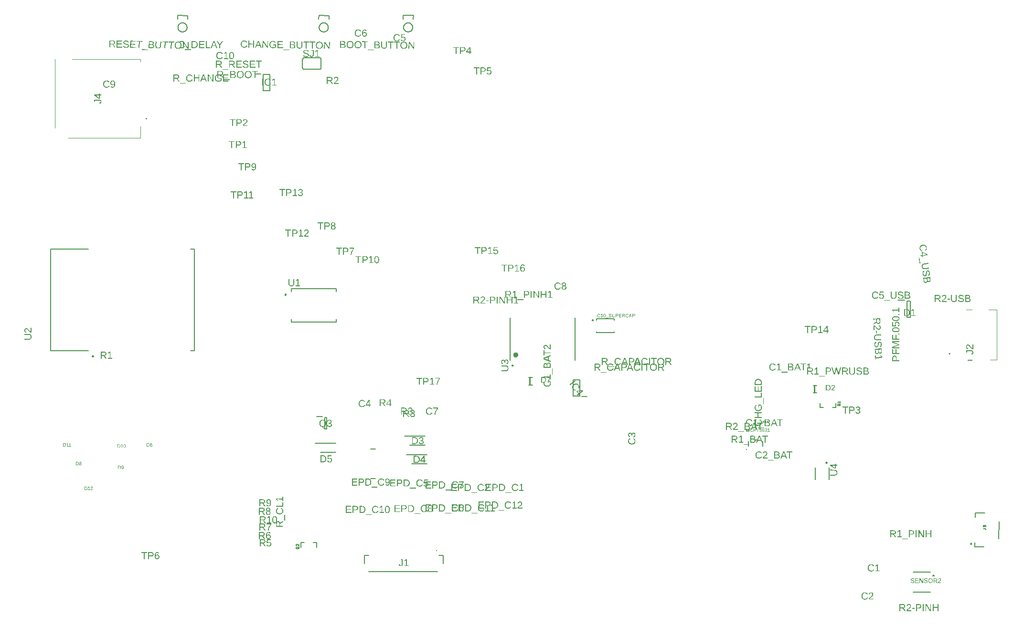
<source format=gbr>
G04 EAGLE Gerber RS-274X export*
G75*
%MOMM*%
%FSLAX34Y34*%
%LPD*%
%INSilkscreen Top*%
%IPPOS*%
%AMOC8*
5,1,8,0,0,1.08239X$1,22.5*%
G01*
G04 Define Apertures*
%ADD10C,0.127000*%
%ADD11C,0.200000*%
%ADD12R,0.150000X0.300000*%
%ADD13R,0.300000X0.300000*%
%ADD14C,0.150000*%
%ADD15C,0.250000*%
%ADD16C,0.100000*%
%ADD17C,0.203200*%
%ADD18C,0.152400*%
%ADD19C,0.254000*%
%ADD20C,0.400000*%
G36*
X762565Y614846D02*
X762098Y614864D01*
X761648Y614906D01*
X761214Y614971D01*
X760797Y615060D01*
X760396Y615174D01*
X760013Y615311D01*
X759645Y615472D01*
X759294Y615657D01*
X758962Y615864D01*
X758651Y616093D01*
X758360Y616343D01*
X758090Y616614D01*
X757840Y616907D01*
X757611Y617220D01*
X757403Y617555D01*
X757215Y617911D01*
X757050Y618286D01*
X756907Y618675D01*
X756787Y619079D01*
X756689Y619498D01*
X756615Y619932D01*
X756564Y620381D01*
X756536Y620844D01*
X756530Y621323D01*
X756541Y621688D01*
X756564Y622042D01*
X756600Y622387D01*
X756648Y622721D01*
X756709Y623045D01*
X756783Y623358D01*
X756869Y623662D01*
X756967Y623955D01*
X757078Y624238D01*
X757202Y624511D01*
X757338Y624773D01*
X757487Y625025D01*
X757822Y625499D01*
X758207Y625932D01*
X758636Y626317D01*
X758866Y626491D01*
X759105Y626651D01*
X759354Y626797D01*
X759613Y626931D01*
X759881Y627052D01*
X760160Y627159D01*
X760448Y627253D01*
X760746Y627335D01*
X761053Y627402D01*
X761371Y627457D01*
X761698Y627499D01*
X762034Y627527D01*
X762381Y627543D01*
X762737Y627545D01*
X763200Y627527D01*
X763647Y627487D01*
X764078Y627423D01*
X764493Y627336D01*
X764893Y627226D01*
X765276Y627093D01*
X765643Y626936D01*
X765995Y626756D01*
X766328Y626554D01*
X766641Y626331D01*
X766933Y626088D01*
X767204Y625823D01*
X767455Y625537D01*
X767685Y625230D01*
X767895Y624903D01*
X768083Y624554D01*
X768250Y624187D01*
X768394Y623804D01*
X768515Y623405D01*
X768613Y622991D01*
X768688Y622560D01*
X768739Y622114D01*
X768768Y621651D01*
X768774Y621173D01*
X768756Y620697D01*
X768716Y620236D01*
X768653Y619791D01*
X768566Y619360D01*
X768457Y618946D01*
X768325Y618546D01*
X768170Y618162D01*
X767992Y617793D01*
X767793Y617442D01*
X767573Y617113D01*
X767334Y616805D01*
X767075Y616519D01*
X766797Y616253D01*
X766498Y616010D01*
X766179Y615787D01*
X765841Y615586D01*
X765485Y615407D01*
X765114Y615253D01*
X764727Y615124D01*
X764325Y615019D01*
X763908Y614939D01*
X763476Y614884D01*
X763028Y614853D01*
X762565Y614846D01*
G37*
%LPC*%
G36*
X762581Y616204D02*
X763100Y616218D01*
X763589Y616274D01*
X764047Y616371D01*
X764474Y616510D01*
X764871Y616691D01*
X765237Y616913D01*
X765572Y617176D01*
X765877Y617482D01*
X766149Y617825D01*
X766386Y618203D01*
X766588Y618615D01*
X766754Y619062D01*
X766885Y619543D01*
X766980Y620059D01*
X767041Y620609D01*
X767066Y621194D01*
X767055Y621755D01*
X767007Y622285D01*
X766923Y622784D01*
X766803Y623254D01*
X766646Y623692D01*
X766453Y624100D01*
X766224Y624478D01*
X765958Y624825D01*
X765659Y625137D01*
X765330Y625408D01*
X764971Y625638D01*
X764581Y625827D01*
X764161Y625976D01*
X763711Y626084D01*
X763231Y626152D01*
X762721Y626179D01*
X762206Y626165D01*
X761720Y626110D01*
X761264Y626014D01*
X760838Y625878D01*
X760442Y625700D01*
X760075Y625482D01*
X759737Y625223D01*
X759430Y624922D01*
X759154Y624585D01*
X758915Y624215D01*
X758711Y623812D01*
X758543Y623376D01*
X758411Y622907D01*
X758315Y622405D01*
X758254Y621870D01*
X758229Y621302D01*
X758240Y620737D01*
X758289Y620201D01*
X758374Y619694D01*
X758496Y619217D01*
X758655Y618770D01*
X758851Y618352D01*
X759084Y617964D01*
X759353Y617605D01*
X759656Y617282D01*
X759987Y617001D01*
X760347Y616763D01*
X760737Y616567D01*
X761155Y616413D01*
X761601Y616301D01*
X762077Y616231D01*
X762581Y616204D01*
G37*
%LPD*%
G36*
X667228Y616011D02*
X666761Y616029D01*
X666311Y616070D01*
X665877Y616136D01*
X665460Y616225D01*
X665060Y616338D01*
X664676Y616476D01*
X664309Y616637D01*
X663958Y616822D01*
X663626Y617029D01*
X663314Y617258D01*
X663023Y617508D01*
X662753Y617779D01*
X662503Y618072D01*
X662275Y618385D01*
X662066Y618720D01*
X661879Y619076D01*
X661713Y619451D01*
X661570Y619840D01*
X661450Y620244D01*
X661353Y620663D01*
X661279Y621097D01*
X661227Y621545D01*
X661199Y622009D01*
X661193Y622488D01*
X661204Y622853D01*
X661227Y623207D01*
X661263Y623552D01*
X661312Y623886D01*
X661373Y624210D01*
X661446Y624523D01*
X661532Y624827D01*
X661631Y625120D01*
X661742Y625403D01*
X661865Y625675D01*
X662001Y625938D01*
X662150Y626190D01*
X662485Y626664D01*
X662870Y627096D01*
X663300Y627482D01*
X663529Y627655D01*
X663769Y627815D01*
X664018Y627962D01*
X664276Y628096D01*
X664545Y628217D01*
X664823Y628324D01*
X665111Y628418D01*
X665409Y628499D01*
X665717Y628567D01*
X666034Y628622D01*
X666361Y628664D01*
X666698Y628692D01*
X667044Y628707D01*
X667401Y628710D01*
X667864Y628692D01*
X668311Y628652D01*
X668742Y628588D01*
X669157Y628501D01*
X669556Y628391D01*
X669939Y628257D01*
X670307Y628101D01*
X670658Y627921D01*
X670992Y627719D01*
X671304Y627496D01*
X671596Y627252D01*
X671868Y626988D01*
X672119Y626702D01*
X672349Y626395D01*
X672558Y626067D01*
X672747Y625719D01*
X672914Y625352D01*
X673058Y624969D01*
X673179Y624570D01*
X673276Y624155D01*
X673351Y623725D01*
X673403Y623278D01*
X673431Y622816D01*
X673437Y622338D01*
X673420Y621862D01*
X673379Y621401D01*
X673316Y620955D01*
X673230Y620525D01*
X673121Y620110D01*
X672989Y619711D01*
X672833Y619327D01*
X672655Y618958D01*
X672456Y618607D01*
X672237Y618278D01*
X671998Y617970D01*
X671739Y617684D01*
X671460Y617418D01*
X671161Y617174D01*
X670843Y616952D01*
X670504Y616750D01*
X670148Y616572D01*
X669777Y616418D01*
X669391Y616289D01*
X668989Y616184D01*
X668572Y616104D01*
X668139Y616049D01*
X667691Y616017D01*
X667228Y616011D01*
G37*
%LPC*%
G36*
X667245Y617368D02*
X667764Y617383D01*
X668252Y617438D01*
X668710Y617536D01*
X669137Y617675D01*
X669534Y617855D01*
X669900Y618077D01*
X670236Y618341D01*
X670541Y618646D01*
X670813Y618990D01*
X671050Y619367D01*
X671251Y619780D01*
X671417Y620227D01*
X671548Y620708D01*
X671644Y621224D01*
X671704Y621774D01*
X671729Y622359D01*
X671718Y622919D01*
X671670Y623450D01*
X671587Y623949D01*
X671466Y624418D01*
X671310Y624857D01*
X671117Y625265D01*
X670887Y625643D01*
X670622Y625990D01*
X670323Y626302D01*
X669993Y626572D01*
X669634Y626803D01*
X669244Y626992D01*
X668825Y627141D01*
X668375Y627249D01*
X667895Y627317D01*
X667384Y627343D01*
X666869Y627329D01*
X666384Y627275D01*
X665928Y627179D01*
X665502Y627042D01*
X665105Y626865D01*
X664738Y626647D01*
X664401Y626387D01*
X664093Y626087D01*
X663818Y625750D01*
X663578Y625380D01*
X663375Y624977D01*
X663207Y624541D01*
X663075Y624072D01*
X662978Y623570D01*
X662917Y623035D01*
X662892Y622467D01*
X662904Y621901D01*
X662952Y621365D01*
X663037Y620859D01*
X663159Y620382D01*
X663318Y619935D01*
X663514Y619517D01*
X663747Y619129D01*
X664017Y618770D01*
X664319Y618447D01*
X664651Y618166D01*
X665011Y617928D01*
X665400Y617731D01*
X665818Y617577D01*
X666265Y617465D01*
X666740Y617396D01*
X667245Y617368D01*
G37*
%LPD*%
G36*
X681196Y615840D02*
X680729Y615858D01*
X680279Y615900D01*
X679845Y615965D01*
X679428Y616055D01*
X679028Y616168D01*
X678644Y616305D01*
X678276Y616466D01*
X677925Y616651D01*
X677593Y616859D01*
X677282Y617087D01*
X676991Y617337D01*
X676721Y617608D01*
X676471Y617901D01*
X676242Y618215D01*
X676034Y618549D01*
X675846Y618906D01*
X675681Y619280D01*
X675538Y619669D01*
X675418Y620073D01*
X675321Y620492D01*
X675246Y620926D01*
X675195Y621375D01*
X675167Y621838D01*
X675161Y622317D01*
X675172Y622682D01*
X675195Y623037D01*
X675231Y623381D01*
X675279Y623715D01*
X675340Y624039D01*
X675414Y624353D01*
X675500Y624656D01*
X675598Y624949D01*
X675709Y625232D01*
X675833Y625505D01*
X675969Y625767D01*
X676118Y626019D01*
X676453Y626493D01*
X676838Y626926D01*
X677268Y627312D01*
X677497Y627485D01*
X677736Y627645D01*
X677985Y627792D01*
X678244Y627925D01*
X678513Y628046D01*
X678791Y628153D01*
X679079Y628248D01*
X679377Y628329D01*
X679684Y628397D01*
X680002Y628451D01*
X680329Y628493D01*
X680666Y628521D01*
X681012Y628537D01*
X681369Y628539D01*
X681831Y628522D01*
X682278Y628481D01*
X682709Y628417D01*
X683124Y628330D01*
X683524Y628220D01*
X683907Y628087D01*
X684275Y627930D01*
X684626Y627750D01*
X684959Y627548D01*
X685272Y627326D01*
X685564Y627082D01*
X685836Y626817D01*
X686086Y626531D01*
X686316Y626224D01*
X686526Y625897D01*
X686715Y625548D01*
X686881Y625181D01*
X687025Y624798D01*
X687146Y624399D01*
X687244Y623985D01*
X687319Y623554D01*
X687370Y623108D01*
X687399Y622646D01*
X687405Y622167D01*
X687387Y621691D01*
X687347Y621230D01*
X687284Y620785D01*
X687197Y620355D01*
X687088Y619940D01*
X686956Y619540D01*
X686801Y619156D01*
X686623Y618787D01*
X686424Y618437D01*
X686205Y618107D01*
X685965Y617799D01*
X685707Y617513D01*
X685428Y617248D01*
X685129Y617004D01*
X684810Y616781D01*
X684472Y616580D01*
X684116Y616401D01*
X683745Y616248D01*
X683358Y616118D01*
X682956Y616014D01*
X682539Y615934D01*
X682107Y615878D01*
X681659Y615847D01*
X681196Y615840D01*
G37*
%LPC*%
G36*
X681212Y617198D02*
X681731Y617212D01*
X682220Y617268D01*
X682678Y617365D01*
X683105Y617504D01*
X683502Y617685D01*
X683868Y617907D01*
X684203Y618170D01*
X684508Y618476D01*
X684781Y618819D01*
X685017Y619197D01*
X685219Y619609D01*
X685385Y620056D01*
X685516Y620537D01*
X685612Y621053D01*
X685672Y621603D01*
X685697Y622188D01*
X685686Y622749D01*
X685638Y623279D01*
X685554Y623779D01*
X685434Y624248D01*
X685277Y624686D01*
X685084Y625094D01*
X684855Y625472D01*
X684589Y625819D01*
X684290Y626131D01*
X683961Y626402D01*
X683602Y626632D01*
X683212Y626822D01*
X682792Y626970D01*
X682342Y627079D01*
X681862Y627146D01*
X681352Y627173D01*
X680837Y627159D01*
X680351Y627104D01*
X679896Y627008D01*
X679469Y626872D01*
X679073Y626694D01*
X678706Y626476D01*
X678368Y626217D01*
X678061Y625917D01*
X677785Y625580D01*
X677546Y625210D01*
X677342Y624807D01*
X677175Y624370D01*
X677042Y623901D01*
X676946Y623399D01*
X676885Y622864D01*
X676860Y622296D01*
X676872Y621731D01*
X676920Y621195D01*
X677005Y620688D01*
X677127Y620212D01*
X677286Y619764D01*
X677482Y619346D01*
X677715Y618958D01*
X677984Y618599D01*
X678287Y618276D01*
X678618Y617996D01*
X678979Y617757D01*
X679368Y617561D01*
X679786Y617407D01*
X680232Y617295D01*
X680708Y617225D01*
X681212Y617198D01*
G37*
%LPD*%
G36*
X715589Y615595D02*
X710579Y615656D01*
X710730Y627996D01*
X715214Y627942D01*
X715740Y627923D01*
X716232Y627882D01*
X716689Y627818D01*
X717112Y627731D01*
X717501Y627621D01*
X717856Y627488D01*
X718177Y627332D01*
X718463Y627153D01*
X718715Y626951D01*
X718933Y626726D01*
X719116Y626478D01*
X719266Y626207D01*
X719381Y625913D01*
X719462Y625596D01*
X719509Y625256D01*
X719521Y624893D01*
X719509Y624625D01*
X719477Y624368D01*
X719426Y624123D01*
X719356Y623888D01*
X719267Y623665D01*
X719159Y623452D01*
X719032Y623251D01*
X718886Y623062D01*
X718722Y622885D01*
X718622Y622795D01*
X718543Y622724D01*
X718349Y622579D01*
X718138Y622449D01*
X717912Y622334D01*
X717670Y622236D01*
X717413Y622152D01*
X717140Y622084D01*
X717496Y622026D01*
X717832Y621949D01*
X718146Y621851D01*
X718438Y621735D01*
X718710Y621598D01*
X718960Y621442D01*
X719188Y621267D01*
X719284Y621177D01*
X719396Y621071D01*
X719580Y620860D01*
X719739Y620636D01*
X719873Y620398D01*
X719982Y620148D01*
X720066Y619884D01*
X720125Y619608D01*
X720159Y619319D01*
X720168Y619017D01*
X720144Y618617D01*
X720083Y618240D01*
X719985Y617887D01*
X719850Y617557D01*
X719677Y617250D01*
X719468Y616967D01*
X719221Y616706D01*
X718937Y616470D01*
X718619Y616259D01*
X718273Y616077D01*
X717898Y615925D01*
X717494Y615801D01*
X717061Y615706D01*
X716599Y615640D01*
X716109Y615603D01*
X715589Y615595D01*
G37*
%LPC*%
G36*
X715518Y616936D02*
X715888Y616941D01*
X716232Y616963D01*
X716551Y617004D01*
X716844Y617062D01*
X717111Y617139D01*
X717352Y617234D01*
X717568Y617347D01*
X717758Y617478D01*
X717924Y617627D01*
X718068Y617794D01*
X718191Y617979D01*
X718292Y618181D01*
X718371Y618401D01*
X718429Y618639D01*
X718465Y618895D01*
X718479Y619169D01*
X718470Y619433D01*
X718437Y619680D01*
X718380Y619911D01*
X718299Y620125D01*
X718194Y620322D01*
X718064Y620503D01*
X717911Y620667D01*
X717733Y620814D01*
X717531Y620944D01*
X717305Y621057D01*
X717054Y621154D01*
X716780Y621234D01*
X716481Y621297D01*
X716159Y621344D01*
X715812Y621374D01*
X715441Y621387D01*
X712323Y621425D01*
X712268Y616976D01*
X715518Y616936D01*
G37*
G36*
X715150Y622696D02*
X715474Y622699D01*
X715778Y622719D01*
X716060Y622755D01*
X716322Y622807D01*
X716562Y622875D01*
X716782Y622959D01*
X716980Y623059D01*
X717157Y623175D01*
X717314Y623307D01*
X717450Y623457D01*
X717566Y623623D01*
X717661Y623807D01*
X717736Y624008D01*
X717790Y624225D01*
X717824Y624460D01*
X717837Y624712D01*
X717830Y624953D01*
X717800Y625177D01*
X717749Y625382D01*
X717677Y625571D01*
X717583Y625741D01*
X717468Y625894D01*
X717330Y626030D01*
X717172Y626148D01*
X716993Y626251D01*
X716794Y626341D01*
X716576Y626417D01*
X716339Y626480D01*
X716083Y626530D01*
X715807Y626567D01*
X715512Y626591D01*
X715198Y626602D01*
X712386Y626636D01*
X712339Y622730D01*
X715150Y622696D01*
G37*
%LPD*%
G36*
X654812Y616338D02*
X649803Y616399D01*
X649953Y628739D01*
X654437Y628684D01*
X654963Y628666D01*
X655455Y628625D01*
X655912Y628561D01*
X656336Y628474D01*
X656724Y628364D01*
X657079Y628231D01*
X657400Y628075D01*
X657686Y627895D01*
X657938Y627693D01*
X658156Y627468D01*
X658340Y627220D01*
X658489Y626950D01*
X658604Y626656D01*
X658685Y626339D01*
X658732Y625999D01*
X658745Y625636D01*
X658732Y625368D01*
X658700Y625111D01*
X658649Y624865D01*
X658579Y624631D01*
X658490Y624407D01*
X658382Y624195D01*
X658255Y623994D01*
X658109Y623804D01*
X657946Y623628D01*
X657845Y623537D01*
X657767Y623467D01*
X657572Y623321D01*
X657361Y623191D01*
X657135Y623077D01*
X656894Y622978D01*
X656636Y622895D01*
X656363Y622827D01*
X656719Y622769D01*
X657055Y622691D01*
X657369Y622594D01*
X657661Y622477D01*
X657933Y622341D01*
X658183Y622185D01*
X658412Y622009D01*
X658507Y621919D01*
X658619Y621814D01*
X658803Y621603D01*
X658963Y621378D01*
X659097Y621141D01*
X659206Y620890D01*
X659290Y620627D01*
X659348Y620351D01*
X659382Y620061D01*
X659391Y619759D01*
X659367Y619359D01*
X659307Y618983D01*
X659209Y618629D01*
X659073Y618299D01*
X658901Y617993D01*
X658691Y617709D01*
X658444Y617449D01*
X658160Y617212D01*
X657843Y617002D01*
X657497Y616820D01*
X657122Y616667D01*
X656717Y616543D01*
X656285Y616449D01*
X655823Y616383D01*
X655332Y616346D01*
X654812Y616338D01*
G37*
%LPC*%
G36*
X654741Y617679D02*
X655111Y617683D01*
X655456Y617706D01*
X655774Y617746D01*
X656067Y617805D01*
X656334Y617882D01*
X656576Y617977D01*
X656791Y618090D01*
X656981Y618221D01*
X657147Y618370D01*
X657291Y618537D01*
X657414Y618721D01*
X657515Y618924D01*
X657595Y619144D01*
X657652Y619382D01*
X657688Y619638D01*
X657702Y619911D01*
X657694Y620175D01*
X657661Y620423D01*
X657604Y620654D01*
X657523Y620868D01*
X657417Y621065D01*
X657288Y621245D01*
X657134Y621409D01*
X656956Y621556D01*
X656754Y621686D01*
X656528Y621800D01*
X656278Y621897D01*
X656003Y621977D01*
X655705Y622040D01*
X655382Y622087D01*
X655035Y622116D01*
X654664Y622129D01*
X651546Y622168D01*
X651492Y617719D01*
X654741Y617679D01*
G37*
G36*
X654373Y623438D02*
X654698Y623442D01*
X655001Y623462D01*
X655284Y623498D01*
X655545Y623550D01*
X655785Y623618D01*
X656005Y623701D01*
X656203Y623801D01*
X656381Y623917D01*
X656537Y624050D01*
X656673Y624199D01*
X656789Y624366D01*
X656884Y624549D01*
X656959Y624750D01*
X657013Y624968D01*
X657047Y625203D01*
X657061Y625455D01*
X657053Y625696D01*
X657024Y625919D01*
X656973Y626125D01*
X656900Y626313D01*
X656806Y626484D01*
X656691Y626637D01*
X656554Y626773D01*
X656395Y626891D01*
X656216Y626994D01*
X656017Y627083D01*
X655800Y627160D01*
X655563Y627223D01*
X655306Y627273D01*
X655030Y627310D01*
X654735Y627334D01*
X654421Y627344D01*
X651610Y627378D01*
X651562Y623472D01*
X654373Y623438D01*
G37*
%LPD*%
G36*
X781062Y614795D02*
X779048Y614820D01*
X772573Y625410D01*
X772607Y624560D01*
X772632Y623097D01*
X772532Y614900D01*
X771043Y614918D01*
X771194Y627258D01*
X773138Y627234D01*
X779683Y616573D01*
X779622Y618054D01*
X779608Y619061D01*
X779707Y627154D01*
X781213Y627135D01*
X781062Y614795D01*
G37*
G36*
X727476Y615275D02*
X727103Y615288D01*
X726743Y615318D01*
X726394Y615366D01*
X726059Y615430D01*
X725735Y615512D01*
X725424Y615610D01*
X725124Y615726D01*
X724838Y615859D01*
X724565Y616008D01*
X724308Y616172D01*
X724068Y616352D01*
X723843Y616548D01*
X723635Y616758D01*
X723442Y616985D01*
X723266Y617226D01*
X723105Y617483D01*
X722963Y617754D01*
X722840Y618037D01*
X722737Y618332D01*
X722653Y618640D01*
X722589Y618961D01*
X722545Y619293D01*
X722520Y619638D01*
X722514Y619995D01*
X722610Y627851D01*
X724283Y627831D01*
X724189Y620115D01*
X724197Y619705D01*
X724233Y619320D01*
X724295Y618960D01*
X724385Y618626D01*
X724502Y618316D01*
X724646Y618032D01*
X724817Y617773D01*
X725016Y617538D01*
X725240Y617330D01*
X725488Y617149D01*
X725760Y616996D01*
X726056Y616869D01*
X726377Y616769D01*
X726722Y616696D01*
X727090Y616651D01*
X727483Y616632D01*
X727888Y616642D01*
X728270Y616679D01*
X728629Y616746D01*
X728965Y616841D01*
X729279Y616965D01*
X729569Y617117D01*
X729837Y617298D01*
X730082Y617507D01*
X730302Y617744D01*
X730493Y618008D01*
X730655Y618298D01*
X730789Y618614D01*
X730894Y618957D01*
X730971Y619327D01*
X731019Y619723D01*
X731039Y620145D01*
X731132Y627747D01*
X732796Y627727D01*
X732702Y620029D01*
X732687Y619661D01*
X732653Y619306D01*
X732599Y618964D01*
X732526Y618636D01*
X732433Y618320D01*
X732320Y618018D01*
X732187Y617729D01*
X732035Y617453D01*
X731865Y617191D01*
X731679Y616946D01*
X731476Y616717D01*
X731257Y616504D01*
X731022Y616308D01*
X730771Y616127D01*
X730503Y615963D01*
X730219Y615815D01*
X729921Y615684D01*
X729610Y615571D01*
X729286Y615477D01*
X728950Y615400D01*
X728600Y615342D01*
X728238Y615301D01*
X727863Y615279D01*
X727476Y615275D01*
G37*
G36*
X694478Y615853D02*
X692814Y615874D01*
X692948Y626847D01*
X688709Y626899D01*
X688726Y628265D01*
X698867Y628141D01*
X698851Y626775D01*
X694612Y626827D01*
X694478Y615853D01*
G37*
G36*
X751286Y615159D02*
X749622Y615179D01*
X749756Y626153D01*
X745517Y626205D01*
X745534Y627571D01*
X755676Y627447D01*
X755659Y626081D01*
X751420Y626133D01*
X751286Y615159D01*
G37*
G36*
X740318Y615293D02*
X738654Y615313D01*
X738788Y626287D01*
X734549Y626339D01*
X734566Y627705D01*
X744708Y627581D01*
X744691Y626215D01*
X740452Y626267D01*
X740318Y615293D01*
G37*
G36*
X709273Y612107D02*
X698825Y612235D01*
X698839Y613374D01*
X709287Y613246D01*
X709273Y612107D01*
G37*
G36*
X1591078Y-312525D02*
X1590619Y-312513D01*
X1590177Y-312477D01*
X1589750Y-312416D01*
X1589338Y-312331D01*
X1588943Y-312222D01*
X1588563Y-312089D01*
X1588199Y-311932D01*
X1587850Y-311750D01*
X1587520Y-311546D01*
X1587210Y-311321D01*
X1586920Y-311075D01*
X1586651Y-310809D01*
X1586401Y-310521D01*
X1586172Y-310213D01*
X1585963Y-309884D01*
X1585775Y-309534D01*
X1585607Y-309166D01*
X1585462Y-308781D01*
X1585340Y-308379D01*
X1585239Y-307961D01*
X1585161Y-307526D01*
X1585106Y-307075D01*
X1585072Y-306607D01*
X1585061Y-306123D01*
X1585067Y-305759D01*
X1585086Y-305405D01*
X1585117Y-305061D01*
X1585161Y-304727D01*
X1585217Y-304403D01*
X1585285Y-304089D01*
X1585366Y-303785D01*
X1585459Y-303491D01*
X1585565Y-303207D01*
X1585684Y-302933D01*
X1585958Y-302415D01*
X1586281Y-301936D01*
X1586655Y-301498D01*
X1587073Y-301106D01*
X1587529Y-300766D01*
X1587771Y-300616D01*
X1588023Y-300479D01*
X1588284Y-300355D01*
X1588556Y-300244D01*
X1588836Y-300146D01*
X1589126Y-300061D01*
X1589426Y-299989D01*
X1589736Y-299930D01*
X1590055Y-299884D01*
X1590383Y-299851D01*
X1590722Y-299832D01*
X1591069Y-299825D01*
X1591552Y-299837D01*
X1592014Y-299873D01*
X1592456Y-299934D01*
X1592878Y-300018D01*
X1593279Y-300126D01*
X1593661Y-300259D01*
X1594022Y-300415D01*
X1594362Y-300596D01*
X1594682Y-300800D01*
X1594980Y-301028D01*
X1595256Y-301279D01*
X1595510Y-301553D01*
X1595742Y-301850D01*
X1595952Y-302171D01*
X1596140Y-302515D01*
X1596307Y-302882D01*
X1594722Y-303408D01*
X1594606Y-303146D01*
X1594474Y-302901D01*
X1594326Y-302671D01*
X1594162Y-302457D01*
X1593982Y-302259D01*
X1593785Y-302077D01*
X1593572Y-301911D01*
X1593342Y-301761D01*
X1593099Y-301628D01*
X1592845Y-301512D01*
X1592579Y-301414D01*
X1592303Y-301334D01*
X1592016Y-301272D01*
X1591717Y-301227D01*
X1591407Y-301201D01*
X1591087Y-301192D01*
X1590589Y-301212D01*
X1590119Y-301274D01*
X1589678Y-301377D01*
X1589265Y-301521D01*
X1588881Y-301707D01*
X1588525Y-301933D01*
X1588198Y-302201D01*
X1587899Y-302510D01*
X1587632Y-302855D01*
X1587401Y-303230D01*
X1587205Y-303636D01*
X1587045Y-304072D01*
X1586920Y-304539D01*
X1586831Y-305036D01*
X1586778Y-305564D01*
X1586760Y-306123D01*
X1586779Y-306676D01*
X1586834Y-307201D01*
X1586927Y-307699D01*
X1587057Y-308169D01*
X1587224Y-308611D01*
X1587428Y-309025D01*
X1587669Y-309412D01*
X1587947Y-309771D01*
X1588257Y-310094D01*
X1588592Y-310374D01*
X1588955Y-310611D01*
X1589343Y-310805D01*
X1589757Y-310956D01*
X1590198Y-311064D01*
X1590664Y-311129D01*
X1591157Y-311150D01*
X1591476Y-311140D01*
X1591785Y-311110D01*
X1592084Y-311060D01*
X1592373Y-310990D01*
X1592651Y-310899D01*
X1592920Y-310789D01*
X1593179Y-310659D01*
X1593427Y-310509D01*
X1593666Y-310338D01*
X1593895Y-310148D01*
X1594113Y-309937D01*
X1594321Y-309707D01*
X1594520Y-309456D01*
X1594708Y-309185D01*
X1594886Y-308895D01*
X1595054Y-308584D01*
X1596421Y-309267D01*
X1596221Y-309654D01*
X1596001Y-310016D01*
X1595762Y-310355D01*
X1595504Y-310671D01*
X1595227Y-310962D01*
X1594930Y-311229D01*
X1594614Y-311473D01*
X1594279Y-311693D01*
X1593927Y-311888D01*
X1593562Y-312057D01*
X1593182Y-312200D01*
X1592789Y-312317D01*
X1592382Y-312408D01*
X1591961Y-312473D01*
X1591527Y-312512D01*
X1591078Y-312525D01*
G37*
G36*
X1606188Y-312350D02*
X1598454Y-312350D01*
X1598454Y-311010D01*
X1601598Y-311010D01*
X1601598Y-301516D01*
X1598813Y-303504D01*
X1598813Y-302015D01*
X1601730Y-300009D01*
X1603183Y-300009D01*
X1603183Y-311010D01*
X1606188Y-311010D01*
X1606188Y-312350D01*
G37*
G36*
X457222Y596475D02*
X456960Y596481D01*
X456707Y596500D01*
X456461Y596532D01*
X456224Y596576D01*
X455775Y596703D01*
X455359Y596880D01*
X454976Y597108D01*
X454626Y597386D01*
X454309Y597715D01*
X454025Y598095D01*
X453775Y598524D01*
X453558Y598998D01*
X453374Y599520D01*
X453224Y600088D01*
X453107Y600702D01*
X453024Y601363D01*
X452974Y602071D01*
X452957Y602825D01*
X452973Y603595D01*
X453022Y604315D01*
X453103Y604985D01*
X453216Y605606D01*
X453362Y606176D01*
X453541Y606697D01*
X453752Y607168D01*
X453995Y607589D01*
X454273Y607961D01*
X454589Y608283D01*
X454943Y608555D01*
X455334Y608778D01*
X455763Y608952D01*
X455991Y609020D01*
X456229Y609076D01*
X456476Y609119D01*
X456733Y609150D01*
X456999Y609169D01*
X457275Y609175D01*
X457543Y609168D01*
X457802Y609150D01*
X458053Y609118D01*
X458294Y609075D01*
X458526Y609018D01*
X458750Y608949D01*
X459170Y608774D01*
X459555Y608549D01*
X459903Y608273D01*
X460216Y607948D01*
X460494Y607572D01*
X460737Y607147D01*
X460948Y606674D01*
X461126Y606153D01*
X461272Y605584D01*
X461386Y604966D01*
X461467Y604301D01*
X461515Y603587D01*
X461532Y602825D01*
X461515Y602075D01*
X461463Y601370D01*
X461378Y600712D01*
X461259Y600099D01*
X461106Y599531D01*
X460918Y599010D01*
X460697Y598534D01*
X460441Y598104D01*
X460152Y597722D01*
X459831Y597391D01*
X459477Y597111D01*
X459091Y596882D01*
X458673Y596704D01*
X458222Y596577D01*
X457984Y596532D01*
X457738Y596500D01*
X457484Y596481D01*
X457222Y596475D01*
G37*
%LPC*%
G36*
X457240Y597762D02*
X457576Y597782D01*
X457890Y597840D01*
X458180Y597937D01*
X458446Y598073D01*
X458690Y598248D01*
X458910Y598462D01*
X459107Y598715D01*
X459281Y599006D01*
X459433Y599338D01*
X459564Y599711D01*
X459676Y600126D01*
X459767Y600583D01*
X459838Y601081D01*
X459888Y601620D01*
X459919Y602202D01*
X459929Y602825D01*
X459919Y603470D01*
X459890Y604068D01*
X459842Y604621D01*
X459774Y605128D01*
X459688Y605589D01*
X459581Y606004D01*
X459456Y606373D01*
X459311Y606696D01*
X459144Y606977D01*
X458952Y607221D01*
X458735Y607427D01*
X458493Y607596D01*
X458226Y607727D01*
X457934Y607821D01*
X457617Y607877D01*
X457275Y607896D01*
X456924Y607877D01*
X456599Y607822D01*
X456300Y607730D01*
X456026Y607600D01*
X455777Y607434D01*
X455555Y607231D01*
X455358Y606991D01*
X455186Y606714D01*
X455037Y606394D01*
X454908Y606027D01*
X454799Y605612D01*
X454710Y605150D01*
X454640Y604640D01*
X454591Y604083D01*
X454561Y603478D01*
X454551Y602825D01*
X454561Y602190D01*
X454591Y601599D01*
X454642Y601052D01*
X454712Y600550D01*
X454802Y600091D01*
X454913Y599677D01*
X455044Y599306D01*
X455195Y598980D01*
X455368Y598694D01*
X455564Y598447D01*
X455784Y598238D01*
X456028Y598067D01*
X456295Y597934D01*
X456587Y597838D01*
X456901Y597781D01*
X457240Y597762D01*
G37*
%LPD*%
G36*
X436278Y596475D02*
X435819Y596487D01*
X435377Y596523D01*
X434950Y596584D01*
X434538Y596669D01*
X434143Y596778D01*
X433763Y596911D01*
X433399Y597068D01*
X433050Y597250D01*
X432720Y597454D01*
X432410Y597679D01*
X432120Y597925D01*
X431851Y598192D01*
X431601Y598479D01*
X431372Y598787D01*
X431163Y599116D01*
X430975Y599466D01*
X430807Y599834D01*
X430662Y600219D01*
X430540Y600621D01*
X430439Y601039D01*
X430361Y601474D01*
X430306Y601925D01*
X430272Y602393D01*
X430261Y602877D01*
X430267Y603241D01*
X430286Y603595D01*
X430317Y603939D01*
X430361Y604273D01*
X430417Y604597D01*
X430485Y604911D01*
X430566Y605215D01*
X430659Y605509D01*
X430765Y605793D01*
X430884Y606067D01*
X431158Y606585D01*
X431481Y607064D01*
X431855Y607502D01*
X432273Y607894D01*
X432729Y608234D01*
X432971Y608384D01*
X433223Y608521D01*
X433484Y608645D01*
X433756Y608756D01*
X434036Y608855D01*
X434326Y608939D01*
X434626Y609011D01*
X434936Y609070D01*
X435255Y609116D01*
X435583Y609149D01*
X435922Y609168D01*
X436269Y609175D01*
X436752Y609163D01*
X437214Y609127D01*
X437656Y609066D01*
X438078Y608982D01*
X438479Y608874D01*
X438861Y608741D01*
X439222Y608585D01*
X439562Y608404D01*
X439882Y608200D01*
X440180Y607972D01*
X440456Y607721D01*
X440710Y607447D01*
X440942Y607150D01*
X441152Y606829D01*
X441340Y606485D01*
X441507Y606118D01*
X439922Y605592D01*
X439806Y605854D01*
X439674Y606099D01*
X439526Y606329D01*
X439362Y606543D01*
X439182Y606741D01*
X438985Y606923D01*
X438772Y607089D01*
X438542Y607239D01*
X438299Y607373D01*
X438045Y607488D01*
X437779Y607586D01*
X437503Y607666D01*
X437216Y607728D01*
X436917Y607773D01*
X436607Y607799D01*
X436287Y607808D01*
X435789Y607788D01*
X435319Y607726D01*
X434878Y607623D01*
X434465Y607479D01*
X434081Y607293D01*
X433725Y607067D01*
X433398Y606799D01*
X433099Y606490D01*
X432832Y606145D01*
X432601Y605770D01*
X432405Y605364D01*
X432245Y604928D01*
X432120Y604461D01*
X432031Y603964D01*
X431978Y603436D01*
X431960Y602877D01*
X431979Y602324D01*
X432034Y601799D01*
X432127Y601301D01*
X432257Y600831D01*
X432424Y600389D01*
X432628Y599975D01*
X432869Y599588D01*
X433147Y599229D01*
X433457Y598906D01*
X433792Y598626D01*
X434155Y598389D01*
X434543Y598195D01*
X434957Y598044D01*
X435398Y597936D01*
X435864Y597871D01*
X436357Y597850D01*
X436676Y597860D01*
X436985Y597890D01*
X437284Y597940D01*
X437573Y598010D01*
X437851Y598101D01*
X438120Y598211D01*
X438379Y598341D01*
X438627Y598491D01*
X438866Y598662D01*
X439095Y598852D01*
X439313Y599063D01*
X439521Y599293D01*
X439720Y599544D01*
X439908Y599815D01*
X440086Y600105D01*
X440254Y600416D01*
X441621Y599733D01*
X441421Y599346D01*
X441201Y598984D01*
X440962Y598645D01*
X440704Y598329D01*
X440427Y598038D01*
X440130Y597771D01*
X439814Y597527D01*
X439479Y597307D01*
X439127Y597112D01*
X438762Y596943D01*
X438382Y596800D01*
X437989Y596683D01*
X437582Y596592D01*
X437161Y596527D01*
X436727Y596488D01*
X436278Y596475D01*
G37*
G36*
X451388Y596650D02*
X443654Y596650D01*
X443654Y597990D01*
X446798Y597990D01*
X446798Y607484D01*
X444013Y605496D01*
X444013Y606985D01*
X446930Y608991D01*
X448383Y608991D01*
X448383Y597990D01*
X451388Y597990D01*
X451388Y596650D01*
G37*
G36*
X1118263Y138340D02*
X1118015Y138353D01*
X1117783Y138389D01*
X1117567Y138450D01*
X1117367Y138535D01*
X1117183Y138645D01*
X1117015Y138779D01*
X1116862Y138937D01*
X1116726Y139120D01*
X1116606Y139326D01*
X1116501Y139554D01*
X1116413Y139805D01*
X1116341Y140078D01*
X1116284Y140373D01*
X1116244Y140691D01*
X1116220Y141031D01*
X1116212Y141394D01*
X1116220Y141764D01*
X1116243Y142110D01*
X1116282Y142433D01*
X1116337Y142731D01*
X1116407Y143005D01*
X1116493Y143256D01*
X1116594Y143482D01*
X1116711Y143685D01*
X1116845Y143863D01*
X1116997Y144018D01*
X1117167Y144149D01*
X1117355Y144256D01*
X1117561Y144340D01*
X1117786Y144399D01*
X1118028Y144435D01*
X1118288Y144447D01*
X1118542Y144435D01*
X1118778Y144399D01*
X1118998Y144339D01*
X1119200Y144254D01*
X1119385Y144146D01*
X1119552Y144014D01*
X1119703Y143857D01*
X1119836Y143676D01*
X1119953Y143472D01*
X1120054Y143245D01*
X1120140Y142994D01*
X1120210Y142720D01*
X1120265Y142423D01*
X1120304Y142103D01*
X1120327Y141760D01*
X1120335Y141394D01*
X1120327Y141033D01*
X1120302Y140694D01*
X1120261Y140378D01*
X1120204Y140083D01*
X1120130Y139810D01*
X1120040Y139559D01*
X1119934Y139331D01*
X1119811Y139124D01*
X1119672Y138940D01*
X1119518Y138781D01*
X1119347Y138646D01*
X1119162Y138536D01*
X1118961Y138451D01*
X1118744Y138389D01*
X1118511Y138353D01*
X1118263Y138340D01*
G37*
%LPC*%
G36*
X1118272Y138960D02*
X1118433Y138969D01*
X1118584Y138997D01*
X1118723Y139044D01*
X1118852Y139109D01*
X1118969Y139193D01*
X1119075Y139296D01*
X1119169Y139417D01*
X1119253Y139558D01*
X1119326Y139717D01*
X1119389Y139897D01*
X1119487Y140316D01*
X1119545Y140815D01*
X1119565Y141394D01*
X1119546Y141992D01*
X1119490Y142501D01*
X1119398Y142922D01*
X1119337Y143100D01*
X1119268Y143255D01*
X1119187Y143390D01*
X1119095Y143508D01*
X1118991Y143607D01*
X1118874Y143688D01*
X1118746Y143751D01*
X1118606Y143796D01*
X1118453Y143823D01*
X1118288Y143832D01*
X1118120Y143823D01*
X1117964Y143797D01*
X1117820Y143752D01*
X1117688Y143690D01*
X1117568Y143610D01*
X1117461Y143512D01*
X1117367Y143397D01*
X1117284Y143264D01*
X1117212Y143110D01*
X1117150Y142934D01*
X1117098Y142734D01*
X1117055Y142512D01*
X1116998Y141999D01*
X1116979Y141394D01*
X1116998Y140804D01*
X1117056Y140300D01*
X1117100Y140079D01*
X1117153Y139880D01*
X1117216Y139702D01*
X1117288Y139545D01*
X1117371Y139408D01*
X1117466Y139289D01*
X1117572Y139188D01*
X1117689Y139106D01*
X1117817Y139042D01*
X1117957Y138996D01*
X1118109Y138969D01*
X1118272Y138960D01*
G37*
%LPD*%
G36*
X1150481Y138425D02*
X1149677Y138425D01*
X1149677Y144359D01*
X1152469Y144359D01*
X1152712Y144352D01*
X1152941Y144331D01*
X1153156Y144296D01*
X1153357Y144246D01*
X1153543Y144183D01*
X1153715Y144106D01*
X1153873Y144015D01*
X1154016Y143910D01*
X1154144Y143792D01*
X1154255Y143664D01*
X1154349Y143524D01*
X1154425Y143374D01*
X1154485Y143212D01*
X1154528Y143039D01*
X1154553Y142856D01*
X1154562Y142661D01*
X1154538Y142344D01*
X1154465Y142053D01*
X1154345Y141788D01*
X1154176Y141550D01*
X1153966Y141345D01*
X1153793Y141231D01*
X1153718Y141182D01*
X1153434Y141061D01*
X1153113Y140981D01*
X1153830Y139893D01*
X1154798Y138425D01*
X1153871Y138425D01*
X1152330Y140888D01*
X1150481Y140888D01*
X1150481Y138425D01*
G37*
%LPC*%
G36*
X1152422Y141524D02*
X1152722Y141543D01*
X1152986Y141599D01*
X1153214Y141691D01*
X1153406Y141821D01*
X1153558Y141985D01*
X1153666Y142178D01*
X1153732Y142400D01*
X1153753Y142653D01*
X1153731Y142897D01*
X1153665Y143109D01*
X1153555Y143291D01*
X1153402Y143443D01*
X1153206Y143561D01*
X1152973Y143646D01*
X1152700Y143697D01*
X1152389Y143714D01*
X1150481Y143714D01*
X1150481Y141524D01*
X1152422Y141524D01*
G37*
%LPD*%
G36*
X1138981Y138425D02*
X1138177Y138425D01*
X1138177Y144359D01*
X1140674Y144359D01*
X1140916Y144351D01*
X1141145Y144329D01*
X1141359Y144293D01*
X1141559Y144242D01*
X1141746Y144176D01*
X1141918Y144096D01*
X1142076Y144001D01*
X1142220Y143891D01*
X1142348Y143768D01*
X1142459Y143633D01*
X1142553Y143487D01*
X1142630Y143328D01*
X1142690Y143157D01*
X1142733Y142974D01*
X1142758Y142780D01*
X1142767Y142573D01*
X1142758Y142368D01*
X1142733Y142173D01*
X1142690Y141990D01*
X1142630Y141817D01*
X1142552Y141655D01*
X1142458Y141504D01*
X1142346Y141363D01*
X1142217Y141234D01*
X1142074Y141117D01*
X1141918Y141016D01*
X1141750Y140931D01*
X1141569Y140861D01*
X1141377Y140807D01*
X1141172Y140768D01*
X1140954Y140745D01*
X1140724Y140737D01*
X1138981Y140737D01*
X1138981Y138425D01*
G37*
%LPC*%
G36*
X1140611Y141373D02*
X1140927Y141391D01*
X1141200Y141447D01*
X1141432Y141540D01*
X1141622Y141671D01*
X1141769Y141838D01*
X1141874Y142043D01*
X1141937Y142285D01*
X1141958Y142565D01*
X1141937Y142834D01*
X1141872Y143068D01*
X1141764Y143265D01*
X1141613Y143427D01*
X1141419Y143553D01*
X1141181Y143642D01*
X1140901Y143696D01*
X1140577Y143714D01*
X1138981Y143714D01*
X1138981Y141373D01*
X1140611Y141373D01*
G37*
%LPD*%
G36*
X1168700Y138425D02*
X1167895Y138425D01*
X1167895Y144359D01*
X1170393Y144359D01*
X1170635Y144351D01*
X1170864Y144329D01*
X1171078Y144293D01*
X1171278Y144242D01*
X1171464Y144176D01*
X1171636Y144096D01*
X1171794Y144001D01*
X1171938Y143891D01*
X1172067Y143768D01*
X1172178Y143633D01*
X1172272Y143487D01*
X1172349Y143328D01*
X1172409Y143157D01*
X1172452Y142974D01*
X1172477Y142780D01*
X1172486Y142573D01*
X1172477Y142368D01*
X1172451Y142173D01*
X1172408Y141990D01*
X1172348Y141817D01*
X1172271Y141655D01*
X1172177Y141504D01*
X1172065Y141363D01*
X1171936Y141234D01*
X1171793Y141117D01*
X1171637Y141016D01*
X1171469Y140931D01*
X1171288Y140861D01*
X1171095Y140807D01*
X1170890Y140768D01*
X1170673Y140745D01*
X1170443Y140737D01*
X1168700Y140737D01*
X1168700Y138425D01*
G37*
%LPC*%
G36*
X1170330Y141373D02*
X1170645Y141391D01*
X1170919Y141447D01*
X1171151Y141540D01*
X1171340Y141671D01*
X1171488Y141838D01*
X1171593Y142043D01*
X1171656Y142285D01*
X1171677Y142565D01*
X1171656Y142834D01*
X1171591Y143068D01*
X1171483Y143265D01*
X1171332Y143427D01*
X1171138Y143553D01*
X1170900Y143642D01*
X1170620Y143696D01*
X1170296Y143714D01*
X1168700Y143714D01*
X1168700Y141373D01*
X1170330Y141373D01*
G37*
%LPD*%
G36*
X1162257Y138425D02*
X1161423Y138425D01*
X1163845Y144359D01*
X1164759Y144359D01*
X1167143Y138425D01*
X1166321Y138425D01*
X1165643Y140160D01*
X1162940Y140160D01*
X1162257Y138425D01*
G37*
%LPC*%
G36*
X1165403Y140787D02*
X1164641Y142746D01*
X1164405Y143403D01*
X1164291Y143752D01*
X1164253Y143634D01*
X1164123Y143235D01*
X1163942Y142737D01*
X1163184Y140787D01*
X1165403Y140787D01*
G37*
%LPD*%
G36*
X1148601Y138425D02*
X1143927Y138425D01*
X1143927Y144359D01*
X1148429Y144359D01*
X1148429Y143702D01*
X1144731Y143702D01*
X1144731Y141798D01*
X1148176Y141798D01*
X1148176Y141149D01*
X1144731Y141149D01*
X1144731Y139082D01*
X1148601Y139082D01*
X1148601Y138425D01*
G37*
G36*
X1128375Y138340D02*
X1128111Y138346D01*
X1127861Y138364D01*
X1127626Y138393D01*
X1127404Y138435D01*
X1127197Y138488D01*
X1127005Y138552D01*
X1126826Y138629D01*
X1126662Y138717D01*
X1126512Y138818D01*
X1126376Y138929D01*
X1126255Y139053D01*
X1126147Y139189D01*
X1126054Y139336D01*
X1125976Y139495D01*
X1125911Y139666D01*
X1125861Y139848D01*
X1126640Y140004D01*
X1126726Y139754D01*
X1126850Y139540D01*
X1127013Y139362D01*
X1127213Y139219D01*
X1127451Y139109D01*
X1127730Y139031D01*
X1128047Y138984D01*
X1128404Y138968D01*
X1128772Y138985D01*
X1129095Y139035D01*
X1129373Y139118D01*
X1129607Y139235D01*
X1129792Y139385D01*
X1129924Y139565D01*
X1129971Y139668D01*
X1130004Y139777D01*
X1130023Y139895D01*
X1130030Y140021D01*
X1130022Y140159D01*
X1129997Y140284D01*
X1129955Y140395D01*
X1129897Y140492D01*
X1129738Y140658D01*
X1129525Y140792D01*
X1129261Y140900D01*
X1128952Y140989D01*
X1128215Y141162D01*
X1127596Y141318D01*
X1127147Y141474D01*
X1126821Y141639D01*
X1126572Y141821D01*
X1126387Y142029D01*
X1126250Y142270D01*
X1126201Y142403D01*
X1126167Y142546D01*
X1126146Y142698D01*
X1126139Y142859D01*
X1126148Y143044D01*
X1126175Y143219D01*
X1126221Y143382D01*
X1126284Y143534D01*
X1126367Y143676D01*
X1126467Y143806D01*
X1126585Y143926D01*
X1126722Y144034D01*
X1126876Y144131D01*
X1127045Y144215D01*
X1127230Y144286D01*
X1127431Y144344D01*
X1127648Y144389D01*
X1127880Y144421D01*
X1128128Y144441D01*
X1128392Y144447D01*
X1128867Y144428D01*
X1129284Y144370D01*
X1129640Y144273D01*
X1129937Y144137D01*
X1130066Y144053D01*
X1130185Y143955D01*
X1130392Y143719D01*
X1130560Y143428D01*
X1130687Y143083D01*
X1129895Y142944D01*
X1129815Y143163D01*
X1129706Y143350D01*
X1129567Y143505D01*
X1129398Y143628D01*
X1129197Y143721D01*
X1128961Y143787D01*
X1128690Y143827D01*
X1128383Y143841D01*
X1128049Y143826D01*
X1127756Y143782D01*
X1127505Y143708D01*
X1127297Y143605D01*
X1127133Y143472D01*
X1127016Y143311D01*
X1126945Y143121D01*
X1126922Y142901D01*
X1126931Y142770D01*
X1126958Y142651D01*
X1127004Y142544D01*
X1127067Y142449D01*
X1127245Y142283D01*
X1127486Y142145D01*
X1127657Y142080D01*
X1127896Y142007D01*
X1128577Y141840D01*
X1129122Y141712D01*
X1129388Y141640D01*
X1129643Y141556D01*
X1129883Y141457D01*
X1130108Y141343D01*
X1130311Y141207D01*
X1130485Y141044D01*
X1130628Y140852D01*
X1130735Y140627D01*
X1130803Y140366D01*
X1130826Y140063D01*
X1130816Y139863D01*
X1130786Y139675D01*
X1130736Y139499D01*
X1130665Y139334D01*
X1130575Y139181D01*
X1130465Y139040D01*
X1130334Y138910D01*
X1130184Y138791D01*
X1130015Y138685D01*
X1129830Y138594D01*
X1129628Y138516D01*
X1129410Y138453D01*
X1129176Y138404D01*
X1128925Y138369D01*
X1128658Y138348D01*
X1128375Y138340D01*
G37*
G36*
X1134298Y138340D02*
X1133945Y138357D01*
X1133615Y138407D01*
X1133309Y138490D01*
X1133026Y138606D01*
X1132769Y138753D01*
X1132544Y138931D01*
X1132348Y139139D01*
X1132183Y139376D01*
X1132053Y139641D01*
X1131959Y139930D01*
X1131903Y140243D01*
X1131884Y140581D01*
X1131884Y144359D01*
X1132689Y144359D01*
X1132689Y140648D01*
X1132695Y140451D01*
X1132715Y140266D01*
X1132747Y140094D01*
X1132792Y139933D01*
X1132850Y139785D01*
X1132921Y139649D01*
X1133005Y139526D01*
X1133102Y139414D01*
X1133210Y139316D01*
X1133331Y139230D01*
X1133463Y139158D01*
X1133606Y139099D01*
X1133761Y139052D01*
X1133927Y139020D01*
X1134104Y139000D01*
X1134293Y138993D01*
X1134488Y139000D01*
X1134671Y139020D01*
X1134843Y139055D01*
X1135005Y139102D01*
X1135155Y139163D01*
X1135293Y139238D01*
X1135421Y139327D01*
X1135538Y139429D01*
X1135642Y139544D01*
X1135732Y139672D01*
X1135809Y139813D01*
X1135871Y139966D01*
X1135920Y140131D01*
X1135954Y140309D01*
X1135975Y140500D01*
X1135982Y140703D01*
X1135982Y144359D01*
X1136782Y144359D01*
X1136782Y140657D01*
X1136763Y140309D01*
X1136706Y139986D01*
X1136611Y139688D01*
X1136477Y139414D01*
X1136309Y139169D01*
X1136109Y138954D01*
X1135877Y138770D01*
X1135614Y138616D01*
X1135322Y138496D01*
X1135006Y138409D01*
X1134664Y138358D01*
X1134298Y138340D01*
G37*
G36*
X1108207Y138340D02*
X1107773Y138364D01*
X1107370Y138434D01*
X1106997Y138550D01*
X1106655Y138713D01*
X1106347Y138920D01*
X1106078Y139166D01*
X1105848Y139452D01*
X1105657Y139779D01*
X1105506Y140141D01*
X1105399Y140535D01*
X1105335Y140961D01*
X1105313Y141419D01*
X1105325Y141764D01*
X1105361Y142090D01*
X1105421Y142397D01*
X1105505Y142685D01*
X1105613Y142953D01*
X1105744Y143202D01*
X1105900Y143432D01*
X1106080Y143643D01*
X1106281Y143831D01*
X1106500Y143995D01*
X1106738Y144133D01*
X1106994Y144246D01*
X1107268Y144334D01*
X1107561Y144397D01*
X1107873Y144434D01*
X1108202Y144447D01*
X1108657Y144424D01*
X1109072Y144354D01*
X1109448Y144239D01*
X1109786Y144076D01*
X1110083Y143869D01*
X1110338Y143616D01*
X1110550Y143319D01*
X1110721Y142977D01*
X1109959Y142725D01*
X1109840Y142968D01*
X1109689Y143181D01*
X1109508Y143364D01*
X1109295Y143516D01*
X1109056Y143636D01*
X1108796Y143722D01*
X1108514Y143773D01*
X1108211Y143790D01*
X1107971Y143780D01*
X1107745Y143750D01*
X1107533Y143701D01*
X1107335Y143632D01*
X1107150Y143542D01*
X1106979Y143434D01*
X1106822Y143305D01*
X1106678Y143156D01*
X1106549Y142990D01*
X1106438Y142810D01*
X1106344Y142615D01*
X1106267Y142405D01*
X1106207Y142181D01*
X1106165Y141941D01*
X1106139Y141688D01*
X1106130Y141419D01*
X1106139Y141153D01*
X1106166Y140900D01*
X1106211Y140661D01*
X1106273Y140435D01*
X1106353Y140223D01*
X1106451Y140023D01*
X1106567Y139837D01*
X1106701Y139665D01*
X1106850Y139509D01*
X1107011Y139375D01*
X1107186Y139261D01*
X1107372Y139167D01*
X1107571Y139095D01*
X1107783Y139043D01*
X1108008Y139012D01*
X1108244Y139002D01*
X1108546Y139021D01*
X1108829Y139079D01*
X1109092Y139175D01*
X1109336Y139310D01*
X1109561Y139484D01*
X1109766Y139696D01*
X1109952Y139946D01*
X1110119Y140236D01*
X1110776Y139907D01*
X1110574Y139547D01*
X1110335Y139232D01*
X1110059Y138963D01*
X1109746Y138741D01*
X1109401Y138566D01*
X1109029Y138440D01*
X1108631Y138365D01*
X1108422Y138347D01*
X1108207Y138340D01*
G37*
G36*
X1158519Y138340D02*
X1158086Y138364D01*
X1157683Y138434D01*
X1157310Y138550D01*
X1156967Y138713D01*
X1156659Y138920D01*
X1156390Y139166D01*
X1156160Y139452D01*
X1155969Y139779D01*
X1155819Y140141D01*
X1155712Y140535D01*
X1155647Y140961D01*
X1155626Y141419D01*
X1155638Y141764D01*
X1155674Y142090D01*
X1155734Y142397D01*
X1155817Y142685D01*
X1155925Y142953D01*
X1156057Y143202D01*
X1156213Y143432D01*
X1156392Y143643D01*
X1156593Y143831D01*
X1156812Y143995D01*
X1157050Y144133D01*
X1157306Y144246D01*
X1157581Y144334D01*
X1157874Y144397D01*
X1158185Y144434D01*
X1158515Y144447D01*
X1158969Y144424D01*
X1159384Y144354D01*
X1159761Y144239D01*
X1160098Y144076D01*
X1160395Y143869D01*
X1160650Y143616D01*
X1160863Y143319D01*
X1161033Y142977D01*
X1160271Y142725D01*
X1160152Y142968D01*
X1160002Y143181D01*
X1159821Y143364D01*
X1159608Y143516D01*
X1159369Y143636D01*
X1159108Y143722D01*
X1158826Y143773D01*
X1158523Y143790D01*
X1158284Y143780D01*
X1158058Y143750D01*
X1157846Y143701D01*
X1157647Y143632D01*
X1157463Y143542D01*
X1157291Y143434D01*
X1157134Y143305D01*
X1156990Y143156D01*
X1156862Y142990D01*
X1156751Y142810D01*
X1156657Y142615D01*
X1156580Y142405D01*
X1156520Y142181D01*
X1156477Y141941D01*
X1156451Y141688D01*
X1156443Y141419D01*
X1156452Y141153D01*
X1156478Y140900D01*
X1156523Y140661D01*
X1156585Y140435D01*
X1156666Y140223D01*
X1156764Y140023D01*
X1156880Y139837D01*
X1157013Y139665D01*
X1157162Y139509D01*
X1157324Y139375D01*
X1157498Y139261D01*
X1157685Y139167D01*
X1157884Y139095D01*
X1158096Y139043D01*
X1158320Y139012D01*
X1158557Y139002D01*
X1158859Y139021D01*
X1159142Y139079D01*
X1159405Y139175D01*
X1159649Y139310D01*
X1159873Y139484D01*
X1160079Y139696D01*
X1160264Y139946D01*
X1160431Y140236D01*
X1161088Y139907D01*
X1160886Y139547D01*
X1160647Y139232D01*
X1160371Y138963D01*
X1160058Y138741D01*
X1159713Y138566D01*
X1159342Y138440D01*
X1158944Y138365D01*
X1158735Y138347D01*
X1158519Y138340D01*
G37*
G36*
X1115470Y138425D02*
X1111751Y138425D01*
X1111751Y139069D01*
X1113263Y139069D01*
X1113263Y143634D01*
X1111924Y142678D01*
X1111924Y143394D01*
X1113326Y144359D01*
X1114025Y144359D01*
X1114025Y139069D01*
X1115470Y139069D01*
X1115470Y138425D01*
G37*
G36*
X1125581Y136711D02*
X1120557Y136711D01*
X1120557Y137258D01*
X1125581Y137258D01*
X1125581Y136711D01*
G37*
G36*
X1407406Y-54725D02*
X1402396Y-54725D01*
X1402396Y-42384D01*
X1406881Y-42384D01*
X1407407Y-42396D01*
X1407899Y-42431D01*
X1408357Y-42490D01*
X1408781Y-42571D01*
X1409172Y-42677D01*
X1409528Y-42805D01*
X1409851Y-42958D01*
X1410139Y-43133D01*
X1410394Y-43332D01*
X1410614Y-43554D01*
X1410801Y-43800D01*
X1410954Y-44069D01*
X1411072Y-44362D01*
X1411157Y-44678D01*
X1411208Y-45017D01*
X1411225Y-45380D01*
X1411215Y-45648D01*
X1411187Y-45905D01*
X1411139Y-46152D01*
X1411072Y-46387D01*
X1410986Y-46611D01*
X1410880Y-46825D01*
X1410756Y-47027D01*
X1410612Y-47219D01*
X1410451Y-47397D01*
X1410351Y-47489D01*
X1410274Y-47561D01*
X1410081Y-47708D01*
X1409872Y-47841D01*
X1409647Y-47958D01*
X1409407Y-48060D01*
X1409150Y-48146D01*
X1408878Y-48217D01*
X1409235Y-48271D01*
X1409571Y-48345D01*
X1409886Y-48438D01*
X1410181Y-48551D01*
X1410454Y-48684D01*
X1410706Y-48837D01*
X1410936Y-49010D01*
X1411033Y-49099D01*
X1411146Y-49203D01*
X1411333Y-49412D01*
X1411495Y-49634D01*
X1411632Y-49870D01*
X1411744Y-50119D01*
X1411831Y-50381D01*
X1411893Y-50657D01*
X1411931Y-50946D01*
X1411943Y-51248D01*
X1411925Y-51648D01*
X1411868Y-52025D01*
X1411775Y-52380D01*
X1411643Y-52712D01*
X1411475Y-53020D01*
X1411268Y-53306D01*
X1411025Y-53570D01*
X1410743Y-53810D01*
X1410429Y-54024D01*
X1410085Y-54210D01*
X1409712Y-54368D01*
X1409309Y-54496D01*
X1408877Y-54596D01*
X1408416Y-54668D01*
X1407926Y-54711D01*
X1407406Y-54725D01*
G37*
%LPC*%
G36*
X1407319Y-53385D02*
X1407689Y-53376D01*
X1408033Y-53349D01*
X1408351Y-53305D01*
X1408643Y-53243D01*
X1408910Y-53163D01*
X1409150Y-53065D01*
X1409364Y-52949D01*
X1409552Y-52816D01*
X1409716Y-52665D01*
X1409859Y-52496D01*
X1409979Y-52310D01*
X1410078Y-52106D01*
X1410154Y-51885D01*
X1410209Y-51646D01*
X1410242Y-51390D01*
X1410253Y-51117D01*
X1410241Y-50852D01*
X1410205Y-50605D01*
X1410145Y-50375D01*
X1410061Y-50162D01*
X1409953Y-49966D01*
X1409822Y-49788D01*
X1409666Y-49626D01*
X1409486Y-49481D01*
X1409283Y-49353D01*
X1409055Y-49242D01*
X1408804Y-49149D01*
X1408529Y-49072D01*
X1408229Y-49012D01*
X1407906Y-48970D01*
X1407559Y-48944D01*
X1407187Y-48936D01*
X1404069Y-48936D01*
X1404069Y-53385D01*
X1407319Y-53385D01*
G37*
G36*
X1406881Y-47631D02*
X1407205Y-47623D01*
X1407508Y-47599D01*
X1407790Y-47560D01*
X1408051Y-47505D01*
X1408291Y-47434D01*
X1408509Y-47347D01*
X1408706Y-47245D01*
X1408882Y-47127D01*
X1409037Y-46993D01*
X1409171Y-46842D01*
X1409285Y-46674D01*
X1409378Y-46489D01*
X1409450Y-46287D01*
X1409502Y-46069D01*
X1409533Y-45833D01*
X1409543Y-45581D01*
X1409533Y-45340D01*
X1409501Y-45117D01*
X1409447Y-44912D01*
X1409373Y-44725D01*
X1409277Y-44555D01*
X1409159Y-44404D01*
X1409020Y-44270D01*
X1408860Y-44153D01*
X1408680Y-44053D01*
X1408480Y-43966D01*
X1408262Y-43892D01*
X1408024Y-43832D01*
X1407767Y-43785D01*
X1407491Y-43751D01*
X1407195Y-43731D01*
X1406881Y-43724D01*
X1404069Y-43724D01*
X1404069Y-47631D01*
X1406881Y-47631D01*
G37*
%LPD*%
G36*
X1414663Y-54725D02*
X1412929Y-54725D01*
X1417965Y-42384D01*
X1419866Y-42384D01*
X1424823Y-54725D01*
X1423115Y-54725D01*
X1421705Y-51117D01*
X1416082Y-51117D01*
X1414663Y-54725D01*
G37*
%LPC*%
G36*
X1421206Y-49811D02*
X1419620Y-45739D01*
X1419375Y-45095D01*
X1419130Y-44372D01*
X1418893Y-43645D01*
X1418815Y-43891D01*
X1418543Y-44721D01*
X1418166Y-45756D01*
X1416590Y-49811D01*
X1421206Y-49811D01*
G37*
%LPD*%
G36*
X1374978Y-54900D02*
X1374519Y-54888D01*
X1374077Y-54852D01*
X1373650Y-54791D01*
X1373238Y-54706D01*
X1372843Y-54597D01*
X1372463Y-54464D01*
X1372099Y-54307D01*
X1371750Y-54125D01*
X1371420Y-53921D01*
X1371110Y-53696D01*
X1370820Y-53450D01*
X1370551Y-53184D01*
X1370301Y-52896D01*
X1370072Y-52588D01*
X1369863Y-52259D01*
X1369675Y-51909D01*
X1369507Y-51541D01*
X1369362Y-51156D01*
X1369240Y-50754D01*
X1369139Y-50336D01*
X1369061Y-49901D01*
X1369006Y-49450D01*
X1368972Y-48982D01*
X1368961Y-48498D01*
X1368967Y-48134D01*
X1368986Y-47780D01*
X1369017Y-47436D01*
X1369061Y-47102D01*
X1369117Y-46778D01*
X1369185Y-46464D01*
X1369266Y-46160D01*
X1369359Y-45866D01*
X1369465Y-45582D01*
X1369584Y-45308D01*
X1369858Y-44790D01*
X1370181Y-44311D01*
X1370555Y-43873D01*
X1370973Y-43481D01*
X1371429Y-43141D01*
X1371671Y-42991D01*
X1371923Y-42854D01*
X1372184Y-42730D01*
X1372456Y-42619D01*
X1372736Y-42521D01*
X1373026Y-42436D01*
X1373326Y-42364D01*
X1373636Y-42305D01*
X1373955Y-42259D01*
X1374283Y-42226D01*
X1374622Y-42207D01*
X1374969Y-42200D01*
X1375452Y-42212D01*
X1375914Y-42248D01*
X1376356Y-42309D01*
X1376778Y-42393D01*
X1377179Y-42501D01*
X1377561Y-42634D01*
X1377922Y-42790D01*
X1378262Y-42971D01*
X1378582Y-43175D01*
X1378880Y-43403D01*
X1379156Y-43654D01*
X1379410Y-43928D01*
X1379642Y-44225D01*
X1379852Y-44546D01*
X1380040Y-44890D01*
X1380207Y-45257D01*
X1378622Y-45783D01*
X1378506Y-45521D01*
X1378374Y-45276D01*
X1378226Y-45046D01*
X1378062Y-44832D01*
X1377882Y-44634D01*
X1377685Y-44452D01*
X1377472Y-44286D01*
X1377242Y-44136D01*
X1376999Y-44003D01*
X1376745Y-43887D01*
X1376479Y-43789D01*
X1376203Y-43709D01*
X1375916Y-43647D01*
X1375617Y-43602D01*
X1375307Y-43576D01*
X1374987Y-43567D01*
X1374489Y-43587D01*
X1374019Y-43649D01*
X1373578Y-43752D01*
X1373165Y-43896D01*
X1372781Y-44082D01*
X1372425Y-44308D01*
X1372098Y-44576D01*
X1371799Y-44885D01*
X1371532Y-45230D01*
X1371301Y-45605D01*
X1371105Y-46011D01*
X1370945Y-46447D01*
X1370820Y-46914D01*
X1370731Y-47411D01*
X1370678Y-47939D01*
X1370660Y-48498D01*
X1370679Y-49051D01*
X1370734Y-49576D01*
X1370827Y-50074D01*
X1370957Y-50544D01*
X1371124Y-50986D01*
X1371328Y-51400D01*
X1371569Y-51787D01*
X1371847Y-52146D01*
X1372157Y-52469D01*
X1372492Y-52749D01*
X1372855Y-52986D01*
X1373243Y-53180D01*
X1373657Y-53331D01*
X1374098Y-53439D01*
X1374564Y-53504D01*
X1375057Y-53525D01*
X1375376Y-53515D01*
X1375685Y-53485D01*
X1375984Y-53435D01*
X1376273Y-53365D01*
X1376551Y-53274D01*
X1376820Y-53164D01*
X1377079Y-53034D01*
X1377327Y-52884D01*
X1377566Y-52713D01*
X1377795Y-52523D01*
X1378013Y-52312D01*
X1378221Y-52082D01*
X1378420Y-51831D01*
X1378608Y-51560D01*
X1378786Y-51270D01*
X1378954Y-50959D01*
X1380321Y-51642D01*
X1380121Y-52029D01*
X1379901Y-52391D01*
X1379662Y-52730D01*
X1379404Y-53046D01*
X1379127Y-53337D01*
X1378830Y-53604D01*
X1378514Y-53848D01*
X1378179Y-54068D01*
X1377827Y-54263D01*
X1377462Y-54432D01*
X1377082Y-54575D01*
X1376689Y-54692D01*
X1376282Y-54783D01*
X1375861Y-54848D01*
X1375427Y-54887D01*
X1374978Y-54900D01*
G37*
G36*
X1429856Y-54725D02*
X1428192Y-54725D01*
X1428192Y-43751D01*
X1423953Y-43751D01*
X1423953Y-42384D01*
X1434095Y-42384D01*
X1434095Y-43751D01*
X1429856Y-43751D01*
X1429856Y-54725D01*
G37*
G36*
X1390088Y-54725D02*
X1382354Y-54725D01*
X1382354Y-53385D01*
X1385498Y-53385D01*
X1385498Y-43891D01*
X1382713Y-45879D01*
X1382713Y-44390D01*
X1385630Y-42384D01*
X1387083Y-42384D01*
X1387083Y-53385D01*
X1390088Y-53385D01*
X1390088Y-54725D01*
G37*
G36*
X1401134Y-58290D02*
X1390685Y-58290D01*
X1390685Y-57151D01*
X1401134Y-57151D01*
X1401134Y-58290D01*
G37*
G36*
X1448906Y44050D02*
X1443896Y44050D01*
X1443896Y56391D01*
X1448381Y56391D01*
X1448907Y56379D01*
X1449399Y56344D01*
X1449857Y56285D01*
X1450281Y56204D01*
X1450672Y56098D01*
X1451028Y55970D01*
X1451351Y55817D01*
X1451639Y55642D01*
X1451894Y55443D01*
X1452114Y55221D01*
X1452301Y54975D01*
X1452454Y54706D01*
X1452572Y54413D01*
X1452657Y54097D01*
X1452708Y53758D01*
X1452725Y53395D01*
X1452715Y53127D01*
X1452687Y52870D01*
X1452639Y52624D01*
X1452572Y52388D01*
X1452486Y52164D01*
X1452380Y51950D01*
X1452256Y51748D01*
X1452112Y51556D01*
X1451951Y51378D01*
X1451851Y51286D01*
X1451774Y51214D01*
X1451581Y51067D01*
X1451372Y50934D01*
X1451147Y50817D01*
X1450907Y50715D01*
X1450650Y50629D01*
X1450378Y50558D01*
X1450735Y50504D01*
X1451071Y50430D01*
X1451386Y50337D01*
X1451681Y50224D01*
X1451954Y50091D01*
X1452206Y49938D01*
X1452436Y49765D01*
X1452533Y49676D01*
X1452646Y49572D01*
X1452833Y49363D01*
X1452995Y49141D01*
X1453132Y48905D01*
X1453244Y48656D01*
X1453331Y48394D01*
X1453393Y48118D01*
X1453431Y47829D01*
X1453443Y47527D01*
X1453425Y47127D01*
X1453368Y46750D01*
X1453275Y46395D01*
X1453143Y46063D01*
X1452975Y45755D01*
X1452768Y45469D01*
X1452525Y45206D01*
X1452243Y44965D01*
X1451929Y44751D01*
X1451585Y44565D01*
X1451212Y44408D01*
X1450809Y44279D01*
X1450377Y44179D01*
X1449916Y44107D01*
X1449426Y44064D01*
X1448906Y44050D01*
G37*
%LPC*%
G36*
X1448819Y45390D02*
X1449189Y45399D01*
X1449533Y45426D01*
X1449851Y45470D01*
X1450143Y45532D01*
X1450410Y45612D01*
X1450650Y45710D01*
X1450864Y45826D01*
X1451052Y45959D01*
X1451216Y46110D01*
X1451359Y46279D01*
X1451479Y46465D01*
X1451578Y46669D01*
X1451654Y46890D01*
X1451709Y47129D01*
X1451742Y47385D01*
X1451753Y47659D01*
X1451741Y47923D01*
X1451705Y48170D01*
X1451645Y48400D01*
X1451561Y48613D01*
X1451453Y48809D01*
X1451322Y48987D01*
X1451166Y49149D01*
X1450986Y49294D01*
X1450783Y49422D01*
X1450555Y49533D01*
X1450304Y49626D01*
X1450029Y49703D01*
X1449729Y49763D01*
X1449406Y49805D01*
X1449059Y49831D01*
X1448687Y49839D01*
X1445569Y49839D01*
X1445569Y45390D01*
X1448819Y45390D01*
G37*
G36*
X1448381Y51144D02*
X1448705Y51152D01*
X1449008Y51176D01*
X1449290Y51215D01*
X1449551Y51270D01*
X1449791Y51341D01*
X1450009Y51428D01*
X1450206Y51530D01*
X1450382Y51648D01*
X1450537Y51782D01*
X1450671Y51934D01*
X1450785Y52101D01*
X1450878Y52286D01*
X1450950Y52488D01*
X1451002Y52706D01*
X1451033Y52942D01*
X1451043Y53194D01*
X1451033Y53435D01*
X1451001Y53658D01*
X1450947Y53863D01*
X1450873Y54050D01*
X1450777Y54220D01*
X1450659Y54371D01*
X1450520Y54505D01*
X1450360Y54622D01*
X1450180Y54722D01*
X1449980Y54809D01*
X1449762Y54883D01*
X1449524Y54943D01*
X1449267Y54990D01*
X1448991Y55024D01*
X1448695Y55044D01*
X1448381Y55051D01*
X1445569Y55051D01*
X1445569Y51144D01*
X1448381Y51144D01*
G37*
%LPD*%
G36*
X1456163Y44050D02*
X1454429Y44050D01*
X1459465Y56391D01*
X1461366Y56391D01*
X1466323Y44050D01*
X1464615Y44050D01*
X1463205Y47659D01*
X1457582Y47659D01*
X1456163Y44050D01*
G37*
%LPC*%
G36*
X1462706Y48964D02*
X1461120Y53036D01*
X1460875Y53680D01*
X1460630Y54403D01*
X1460393Y55130D01*
X1460315Y54884D01*
X1460043Y54054D01*
X1459666Y53019D01*
X1458090Y48964D01*
X1462706Y48964D01*
G37*
%LPD*%
G36*
X1416478Y43875D02*
X1416019Y43887D01*
X1415577Y43923D01*
X1415150Y43984D01*
X1414738Y44069D01*
X1414343Y44178D01*
X1413963Y44311D01*
X1413599Y44468D01*
X1413250Y44650D01*
X1412920Y44854D01*
X1412610Y45079D01*
X1412320Y45325D01*
X1412051Y45592D01*
X1411801Y45879D01*
X1411572Y46187D01*
X1411363Y46516D01*
X1411175Y46866D01*
X1411007Y47234D01*
X1410862Y47619D01*
X1410740Y48021D01*
X1410639Y48439D01*
X1410561Y48874D01*
X1410506Y49325D01*
X1410472Y49793D01*
X1410461Y50277D01*
X1410467Y50641D01*
X1410486Y50995D01*
X1410517Y51339D01*
X1410561Y51673D01*
X1410617Y51997D01*
X1410685Y52311D01*
X1410766Y52615D01*
X1410859Y52909D01*
X1410965Y53193D01*
X1411084Y53467D01*
X1411358Y53985D01*
X1411681Y54464D01*
X1412055Y54902D01*
X1412473Y55294D01*
X1412929Y55634D01*
X1413171Y55784D01*
X1413423Y55921D01*
X1413684Y56045D01*
X1413956Y56156D01*
X1414236Y56255D01*
X1414526Y56339D01*
X1414826Y56411D01*
X1415136Y56470D01*
X1415455Y56516D01*
X1415783Y56549D01*
X1416122Y56568D01*
X1416469Y56575D01*
X1416952Y56563D01*
X1417414Y56527D01*
X1417856Y56466D01*
X1418278Y56382D01*
X1418679Y56274D01*
X1419061Y56141D01*
X1419422Y55985D01*
X1419762Y55804D01*
X1420082Y55600D01*
X1420380Y55372D01*
X1420656Y55121D01*
X1420910Y54847D01*
X1421142Y54550D01*
X1421352Y54229D01*
X1421540Y53885D01*
X1421707Y53518D01*
X1420122Y52992D01*
X1420006Y53254D01*
X1419874Y53499D01*
X1419726Y53729D01*
X1419562Y53943D01*
X1419382Y54141D01*
X1419185Y54323D01*
X1418972Y54489D01*
X1418742Y54639D01*
X1418499Y54773D01*
X1418245Y54888D01*
X1417979Y54986D01*
X1417703Y55066D01*
X1417416Y55128D01*
X1417117Y55173D01*
X1416807Y55199D01*
X1416487Y55208D01*
X1415989Y55188D01*
X1415519Y55126D01*
X1415078Y55023D01*
X1414665Y54879D01*
X1414281Y54693D01*
X1413925Y54467D01*
X1413598Y54199D01*
X1413299Y53890D01*
X1413032Y53545D01*
X1412801Y53170D01*
X1412605Y52764D01*
X1412445Y52328D01*
X1412320Y51861D01*
X1412231Y51364D01*
X1412178Y50836D01*
X1412160Y50277D01*
X1412179Y49724D01*
X1412234Y49199D01*
X1412327Y48701D01*
X1412457Y48231D01*
X1412624Y47789D01*
X1412828Y47375D01*
X1413069Y46988D01*
X1413347Y46629D01*
X1413657Y46306D01*
X1413992Y46026D01*
X1414355Y45789D01*
X1414743Y45595D01*
X1415157Y45444D01*
X1415598Y45336D01*
X1416064Y45271D01*
X1416557Y45250D01*
X1416876Y45260D01*
X1417185Y45290D01*
X1417484Y45340D01*
X1417773Y45410D01*
X1418051Y45501D01*
X1418320Y45611D01*
X1418579Y45741D01*
X1418827Y45891D01*
X1419066Y46062D01*
X1419295Y46252D01*
X1419513Y46463D01*
X1419721Y46693D01*
X1419920Y46944D01*
X1420108Y47215D01*
X1420286Y47505D01*
X1420454Y47816D01*
X1421821Y47133D01*
X1421621Y46746D01*
X1421401Y46384D01*
X1421162Y46045D01*
X1420904Y45729D01*
X1420627Y45438D01*
X1420330Y45171D01*
X1420014Y44927D01*
X1419679Y44707D01*
X1419327Y44512D01*
X1418962Y44343D01*
X1418582Y44200D01*
X1418189Y44083D01*
X1417782Y43992D01*
X1417361Y43927D01*
X1416927Y43888D01*
X1416478Y43875D01*
G37*
G36*
X1471356Y44050D02*
X1469692Y44050D01*
X1469692Y55024D01*
X1465453Y55024D01*
X1465453Y56391D01*
X1475595Y56391D01*
X1475595Y55024D01*
X1471356Y55024D01*
X1471356Y44050D01*
G37*
G36*
X1431588Y44050D02*
X1423854Y44050D01*
X1423854Y45390D01*
X1426998Y45390D01*
X1426998Y54884D01*
X1424213Y52896D01*
X1424213Y54385D01*
X1427130Y56391D01*
X1428583Y56391D01*
X1428583Y45390D01*
X1431588Y45390D01*
X1431588Y44050D01*
G37*
G36*
X1485088Y44050D02*
X1477354Y44050D01*
X1477354Y45390D01*
X1480498Y45390D01*
X1480498Y54884D01*
X1477713Y52896D01*
X1477713Y54385D01*
X1480630Y56391D01*
X1482083Y56391D01*
X1482083Y45390D01*
X1485088Y45390D01*
X1485088Y44050D01*
G37*
G36*
X1442634Y40485D02*
X1432185Y40485D01*
X1432185Y41624D01*
X1442634Y41624D01*
X1442634Y40485D01*
G37*
G36*
X1022950Y48696D02*
X1010609Y48696D01*
X1010609Y53181D01*
X1010621Y53707D01*
X1010656Y54199D01*
X1010715Y54657D01*
X1010796Y55081D01*
X1010902Y55472D01*
X1011030Y55828D01*
X1011183Y56151D01*
X1011358Y56439D01*
X1011557Y56694D01*
X1011779Y56914D01*
X1012025Y57101D01*
X1012294Y57254D01*
X1012587Y57372D01*
X1012903Y57457D01*
X1013242Y57508D01*
X1013605Y57525D01*
X1013873Y57515D01*
X1014130Y57487D01*
X1014377Y57439D01*
X1014612Y57372D01*
X1014836Y57286D01*
X1015050Y57180D01*
X1015252Y57056D01*
X1015444Y56912D01*
X1015622Y56751D01*
X1015714Y56651D01*
X1015786Y56574D01*
X1015933Y56381D01*
X1016066Y56172D01*
X1016183Y55947D01*
X1016285Y55707D01*
X1016371Y55450D01*
X1016442Y55178D01*
X1016496Y55535D01*
X1016570Y55871D01*
X1016663Y56186D01*
X1016776Y56481D01*
X1016909Y56754D01*
X1017062Y57006D01*
X1017235Y57236D01*
X1017324Y57333D01*
X1017428Y57446D01*
X1017637Y57633D01*
X1017859Y57795D01*
X1018095Y57932D01*
X1018344Y58044D01*
X1018606Y58131D01*
X1018882Y58193D01*
X1019171Y58231D01*
X1019473Y58243D01*
X1019873Y58225D01*
X1020250Y58168D01*
X1020605Y58075D01*
X1020937Y57943D01*
X1021245Y57775D01*
X1021531Y57568D01*
X1021795Y57325D01*
X1022035Y57043D01*
X1022249Y56729D01*
X1022435Y56385D01*
X1022593Y56012D01*
X1022721Y55609D01*
X1022821Y55177D01*
X1022893Y54716D01*
X1022936Y54226D01*
X1022950Y53706D01*
X1022950Y48696D01*
G37*
%LPC*%
G36*
X1021610Y50369D02*
X1021610Y53619D01*
X1021601Y53989D01*
X1021574Y54333D01*
X1021530Y54651D01*
X1021468Y54943D01*
X1021388Y55210D01*
X1021290Y55450D01*
X1021174Y55664D01*
X1021041Y55852D01*
X1020890Y56016D01*
X1020721Y56159D01*
X1020535Y56279D01*
X1020331Y56378D01*
X1020110Y56454D01*
X1019871Y56509D01*
X1019615Y56542D01*
X1019342Y56553D01*
X1019077Y56541D01*
X1018830Y56505D01*
X1018600Y56445D01*
X1018387Y56361D01*
X1018191Y56253D01*
X1018013Y56122D01*
X1017851Y55966D01*
X1017706Y55786D01*
X1017578Y55583D01*
X1017467Y55355D01*
X1017374Y55104D01*
X1017297Y54829D01*
X1017237Y54529D01*
X1017195Y54206D01*
X1017169Y53859D01*
X1017161Y53487D01*
X1017161Y50369D01*
X1021610Y50369D01*
G37*
G36*
X1015856Y50369D02*
X1015856Y53181D01*
X1015848Y53505D01*
X1015824Y53808D01*
X1015785Y54090D01*
X1015730Y54351D01*
X1015659Y54591D01*
X1015572Y54809D01*
X1015470Y55006D01*
X1015352Y55182D01*
X1015218Y55337D01*
X1015067Y55471D01*
X1014899Y55585D01*
X1014714Y55678D01*
X1014512Y55750D01*
X1014294Y55802D01*
X1014058Y55833D01*
X1013806Y55843D01*
X1013565Y55833D01*
X1013342Y55801D01*
X1013137Y55747D01*
X1012950Y55673D01*
X1012780Y55577D01*
X1012629Y55459D01*
X1012495Y55320D01*
X1012378Y55160D01*
X1012278Y54980D01*
X1012191Y54780D01*
X1012117Y54562D01*
X1012057Y54324D01*
X1012010Y54067D01*
X1011976Y53791D01*
X1011956Y53495D01*
X1011949Y53181D01*
X1011949Y50369D01*
X1015856Y50369D01*
G37*
%LPD*%
G36*
X1022950Y59229D02*
X1010609Y64265D01*
X1010609Y66166D01*
X1022950Y71123D01*
X1022950Y69415D01*
X1019342Y68005D01*
X1019342Y62382D01*
X1022950Y60963D01*
X1022950Y59229D01*
G37*
%LPC*%
G36*
X1018036Y62890D02*
X1018036Y67506D01*
X1013964Y65920D01*
X1013320Y65675D01*
X1012597Y65430D01*
X1011870Y65193D01*
X1012116Y65115D01*
X1012946Y64843D01*
X1013981Y64466D01*
X1018036Y62890D01*
G37*
%LPD*%
G36*
X1016723Y15261D02*
X1016359Y15267D01*
X1016005Y15286D01*
X1015661Y15317D01*
X1015327Y15361D01*
X1015003Y15417D01*
X1014689Y15485D01*
X1014385Y15566D01*
X1014091Y15659D01*
X1013807Y15765D01*
X1013533Y15884D01*
X1013015Y16158D01*
X1012536Y16481D01*
X1012098Y16855D01*
X1011706Y17273D01*
X1011366Y17729D01*
X1011216Y17971D01*
X1011079Y18223D01*
X1010955Y18484D01*
X1010844Y18756D01*
X1010746Y19036D01*
X1010661Y19326D01*
X1010589Y19626D01*
X1010530Y19936D01*
X1010484Y20255D01*
X1010451Y20583D01*
X1010432Y20922D01*
X1010425Y21269D01*
X1010437Y21752D01*
X1010473Y22214D01*
X1010534Y22656D01*
X1010618Y23078D01*
X1010726Y23479D01*
X1010859Y23861D01*
X1011015Y24222D01*
X1011196Y24562D01*
X1011400Y24882D01*
X1011628Y25180D01*
X1011879Y25456D01*
X1012153Y25710D01*
X1012450Y25942D01*
X1012771Y26152D01*
X1013115Y26340D01*
X1013482Y26507D01*
X1014008Y24922D01*
X1013746Y24806D01*
X1013501Y24674D01*
X1013271Y24526D01*
X1013057Y24362D01*
X1012859Y24182D01*
X1012677Y23985D01*
X1012511Y23772D01*
X1012361Y23542D01*
X1012228Y23299D01*
X1012112Y23045D01*
X1012014Y22779D01*
X1011934Y22503D01*
X1011872Y22216D01*
X1011827Y21917D01*
X1011801Y21607D01*
X1011792Y21287D01*
X1011812Y20789D01*
X1011874Y20319D01*
X1011977Y19878D01*
X1012121Y19465D01*
X1012307Y19081D01*
X1012533Y18725D01*
X1012801Y18398D01*
X1013110Y18099D01*
X1013455Y17832D01*
X1013830Y17601D01*
X1014236Y17405D01*
X1014672Y17245D01*
X1015139Y17120D01*
X1015636Y17031D01*
X1016164Y16978D01*
X1016723Y16960D01*
X1017276Y16979D01*
X1017801Y17034D01*
X1018299Y17127D01*
X1018769Y17257D01*
X1019211Y17424D01*
X1019625Y17628D01*
X1020012Y17869D01*
X1020371Y18147D01*
X1020694Y18457D01*
X1020974Y18792D01*
X1021211Y19155D01*
X1021405Y19543D01*
X1021556Y19957D01*
X1021664Y20398D01*
X1021729Y20864D01*
X1021750Y21357D01*
X1021740Y21676D01*
X1021710Y21985D01*
X1021660Y22284D01*
X1021590Y22573D01*
X1021499Y22851D01*
X1021389Y23120D01*
X1021259Y23379D01*
X1021109Y23627D01*
X1020938Y23866D01*
X1020748Y24095D01*
X1020537Y24313D01*
X1020307Y24521D01*
X1020056Y24720D01*
X1019785Y24908D01*
X1019495Y25086D01*
X1019184Y25254D01*
X1019867Y26621D01*
X1020254Y26421D01*
X1020616Y26201D01*
X1020955Y25962D01*
X1021271Y25704D01*
X1021562Y25427D01*
X1021829Y25130D01*
X1022073Y24814D01*
X1022293Y24479D01*
X1022488Y24127D01*
X1022657Y23762D01*
X1022800Y23382D01*
X1022917Y22989D01*
X1023008Y22582D01*
X1023073Y22161D01*
X1023112Y21727D01*
X1023125Y21278D01*
X1023113Y20819D01*
X1023077Y20377D01*
X1023016Y19950D01*
X1022931Y19538D01*
X1022822Y19143D01*
X1022689Y18763D01*
X1022532Y18399D01*
X1022350Y18050D01*
X1022146Y17720D01*
X1021921Y17410D01*
X1021675Y17120D01*
X1021409Y16851D01*
X1021121Y16601D01*
X1020813Y16372D01*
X1020484Y16163D01*
X1020134Y15975D01*
X1019766Y15807D01*
X1019381Y15662D01*
X1018979Y15540D01*
X1018561Y15439D01*
X1018126Y15361D01*
X1017675Y15306D01*
X1017207Y15272D01*
X1016723Y15261D01*
G37*
G36*
X1022950Y81690D02*
X1021838Y81690D01*
X1021340Y81925D01*
X1020873Y82186D01*
X1020436Y82471D01*
X1020029Y82780D01*
X1019646Y83106D01*
X1019282Y83440D01*
X1018937Y83783D01*
X1018610Y84133D01*
X1017998Y84839D01*
X1017432Y85539D01*
X1016889Y86201D01*
X1016346Y86796D01*
X1016071Y87063D01*
X1015790Y87303D01*
X1015502Y87516D01*
X1015207Y87702D01*
X1014900Y87854D01*
X1014572Y87962D01*
X1014225Y88027D01*
X1013859Y88048D01*
X1013612Y88039D01*
X1013379Y88011D01*
X1013161Y87965D01*
X1012957Y87899D01*
X1012767Y87816D01*
X1012591Y87713D01*
X1012429Y87592D01*
X1012282Y87453D01*
X1012151Y87297D01*
X1012037Y87126D01*
X1011941Y86941D01*
X1011862Y86741D01*
X1011800Y86527D01*
X1011757Y86298D01*
X1011730Y86055D01*
X1011722Y85797D01*
X1011730Y85551D01*
X1011756Y85316D01*
X1011799Y85092D01*
X1011858Y84879D01*
X1011935Y84677D01*
X1012029Y84486D01*
X1012141Y84306D01*
X1012269Y84138D01*
X1012413Y83983D01*
X1012570Y83845D01*
X1012742Y83724D01*
X1012927Y83620D01*
X1013126Y83532D01*
X1013339Y83462D01*
X1013566Y83408D01*
X1013806Y83371D01*
X1013657Y81760D01*
X1013297Y81818D01*
X1012955Y81904D01*
X1012632Y82019D01*
X1012328Y82161D01*
X1012043Y82333D01*
X1011777Y82532D01*
X1011530Y82760D01*
X1011301Y83017D01*
X1011096Y83297D01*
X1010918Y83596D01*
X1010767Y83915D01*
X1010644Y84253D01*
X1010548Y84610D01*
X1010480Y84986D01*
X1010439Y85382D01*
X1010425Y85797D01*
X1010439Y86250D01*
X1010480Y86676D01*
X1010549Y87075D01*
X1010645Y87447D01*
X1010769Y87792D01*
X1010920Y88110D01*
X1011099Y88402D01*
X1011306Y88666D01*
X1011537Y88901D01*
X1011792Y89105D01*
X1012070Y89277D01*
X1012371Y89418D01*
X1012695Y89528D01*
X1013042Y89606D01*
X1013413Y89653D01*
X1013806Y89669D01*
X1014165Y89648D01*
X1014522Y89587D01*
X1014878Y89484D01*
X1015234Y89340D01*
X1015588Y89156D01*
X1015943Y88932D01*
X1016298Y88668D01*
X1016653Y88364D01*
X1017056Y87966D01*
X1017557Y87420D01*
X1018155Y86726D01*
X1018851Y85885D01*
X1019253Y85407D01*
X1019634Y84981D01*
X1019995Y84606D01*
X1020336Y84282D01*
X1020663Y84005D01*
X1020985Y83770D01*
X1021300Y83576D01*
X1021610Y83424D01*
X1021610Y89861D01*
X1022950Y89861D01*
X1022950Y81690D01*
G37*
G36*
X1011976Y70253D02*
X1010609Y70253D01*
X1010609Y80395D01*
X1011976Y80395D01*
X1011976Y76156D01*
X1022950Y76156D01*
X1022950Y74492D01*
X1011976Y74492D01*
X1011976Y70253D01*
G37*
G36*
X1022950Y28654D02*
X1021610Y28654D01*
X1021610Y31798D01*
X1012116Y31798D01*
X1014104Y29013D01*
X1012615Y29013D01*
X1010609Y31930D01*
X1010609Y33383D01*
X1021610Y33383D01*
X1021610Y36388D01*
X1022950Y36388D01*
X1022950Y28654D01*
G37*
G36*
X1026515Y36985D02*
X1025376Y36985D01*
X1025376Y47434D01*
X1026515Y47434D01*
X1026515Y36985D01*
G37*
G36*
X1579878Y-362525D02*
X1579419Y-362513D01*
X1578977Y-362477D01*
X1578550Y-362416D01*
X1578138Y-362331D01*
X1577743Y-362222D01*
X1577363Y-362089D01*
X1576999Y-361932D01*
X1576650Y-361750D01*
X1576320Y-361546D01*
X1576010Y-361321D01*
X1575720Y-361075D01*
X1575451Y-360809D01*
X1575201Y-360521D01*
X1574972Y-360213D01*
X1574763Y-359884D01*
X1574575Y-359534D01*
X1574407Y-359166D01*
X1574262Y-358781D01*
X1574140Y-358379D01*
X1574039Y-357961D01*
X1573961Y-357526D01*
X1573906Y-357075D01*
X1573872Y-356607D01*
X1573861Y-356123D01*
X1573867Y-355759D01*
X1573886Y-355405D01*
X1573917Y-355061D01*
X1573961Y-354727D01*
X1574017Y-354403D01*
X1574085Y-354089D01*
X1574166Y-353785D01*
X1574259Y-353491D01*
X1574365Y-353207D01*
X1574484Y-352933D01*
X1574758Y-352415D01*
X1575081Y-351936D01*
X1575455Y-351498D01*
X1575873Y-351106D01*
X1576329Y-350766D01*
X1576571Y-350616D01*
X1576823Y-350479D01*
X1577084Y-350355D01*
X1577356Y-350244D01*
X1577636Y-350146D01*
X1577926Y-350061D01*
X1578226Y-349989D01*
X1578536Y-349930D01*
X1578855Y-349884D01*
X1579183Y-349851D01*
X1579522Y-349832D01*
X1579869Y-349825D01*
X1580352Y-349837D01*
X1580814Y-349873D01*
X1581256Y-349934D01*
X1581678Y-350018D01*
X1582079Y-350126D01*
X1582461Y-350259D01*
X1582822Y-350415D01*
X1583162Y-350596D01*
X1583482Y-350800D01*
X1583780Y-351028D01*
X1584056Y-351279D01*
X1584310Y-351553D01*
X1584542Y-351850D01*
X1584752Y-352171D01*
X1584940Y-352515D01*
X1585107Y-352882D01*
X1583522Y-353408D01*
X1583406Y-353146D01*
X1583274Y-352901D01*
X1583126Y-352671D01*
X1582962Y-352457D01*
X1582782Y-352259D01*
X1582585Y-352077D01*
X1582372Y-351911D01*
X1582142Y-351761D01*
X1581899Y-351628D01*
X1581645Y-351512D01*
X1581379Y-351414D01*
X1581103Y-351334D01*
X1580816Y-351272D01*
X1580517Y-351227D01*
X1580207Y-351201D01*
X1579887Y-351192D01*
X1579389Y-351212D01*
X1578919Y-351274D01*
X1578478Y-351377D01*
X1578065Y-351521D01*
X1577681Y-351707D01*
X1577325Y-351933D01*
X1576998Y-352201D01*
X1576699Y-352510D01*
X1576432Y-352855D01*
X1576201Y-353230D01*
X1576005Y-353636D01*
X1575845Y-354072D01*
X1575720Y-354539D01*
X1575631Y-355036D01*
X1575578Y-355564D01*
X1575560Y-356123D01*
X1575579Y-356676D01*
X1575634Y-357201D01*
X1575727Y-357699D01*
X1575857Y-358169D01*
X1576024Y-358611D01*
X1576228Y-359025D01*
X1576469Y-359412D01*
X1576747Y-359771D01*
X1577057Y-360094D01*
X1577392Y-360374D01*
X1577755Y-360611D01*
X1578143Y-360805D01*
X1578557Y-360956D01*
X1578998Y-361064D01*
X1579464Y-361129D01*
X1579957Y-361150D01*
X1580276Y-361140D01*
X1580585Y-361110D01*
X1580884Y-361060D01*
X1581173Y-360990D01*
X1581451Y-360899D01*
X1581720Y-360789D01*
X1581979Y-360659D01*
X1582227Y-360509D01*
X1582466Y-360338D01*
X1582695Y-360148D01*
X1582913Y-359937D01*
X1583121Y-359707D01*
X1583320Y-359456D01*
X1583508Y-359185D01*
X1583686Y-358895D01*
X1583854Y-358584D01*
X1585221Y-359267D01*
X1585021Y-359654D01*
X1584801Y-360016D01*
X1584562Y-360355D01*
X1584304Y-360671D01*
X1584027Y-360962D01*
X1583730Y-361229D01*
X1583414Y-361473D01*
X1583079Y-361693D01*
X1582727Y-361888D01*
X1582362Y-362057D01*
X1581982Y-362200D01*
X1581589Y-362317D01*
X1581182Y-362408D01*
X1580761Y-362473D01*
X1580327Y-362512D01*
X1579878Y-362525D01*
G37*
G36*
X1594961Y-362350D02*
X1586790Y-362350D01*
X1586790Y-361238D01*
X1587025Y-360740D01*
X1587286Y-360273D01*
X1587571Y-359836D01*
X1587880Y-359429D01*
X1588206Y-359046D01*
X1588540Y-358682D01*
X1588883Y-358337D01*
X1589233Y-358010D01*
X1589939Y-357398D01*
X1590639Y-356832D01*
X1591301Y-356289D01*
X1591896Y-355746D01*
X1592163Y-355471D01*
X1592403Y-355190D01*
X1592616Y-354902D01*
X1592802Y-354607D01*
X1592954Y-354300D01*
X1593062Y-353972D01*
X1593127Y-353625D01*
X1593148Y-353259D01*
X1593139Y-353012D01*
X1593111Y-352779D01*
X1593065Y-352561D01*
X1592999Y-352357D01*
X1592916Y-352167D01*
X1592813Y-351991D01*
X1592692Y-351829D01*
X1592553Y-351682D01*
X1592397Y-351551D01*
X1592226Y-351437D01*
X1592041Y-351341D01*
X1591841Y-351262D01*
X1591627Y-351200D01*
X1591398Y-351157D01*
X1591155Y-351130D01*
X1590897Y-351122D01*
X1590651Y-351130D01*
X1590416Y-351156D01*
X1590192Y-351199D01*
X1589979Y-351258D01*
X1589777Y-351335D01*
X1589586Y-351429D01*
X1589406Y-351541D01*
X1589238Y-351669D01*
X1589083Y-351813D01*
X1588945Y-351970D01*
X1588824Y-352142D01*
X1588720Y-352327D01*
X1588632Y-352526D01*
X1588562Y-352739D01*
X1588508Y-352966D01*
X1588471Y-353206D01*
X1586860Y-353057D01*
X1586918Y-352697D01*
X1587004Y-352355D01*
X1587119Y-352032D01*
X1587261Y-351728D01*
X1587433Y-351443D01*
X1587632Y-351177D01*
X1587860Y-350930D01*
X1588117Y-350701D01*
X1588397Y-350496D01*
X1588696Y-350318D01*
X1589015Y-350167D01*
X1589353Y-350044D01*
X1589710Y-349948D01*
X1590086Y-349880D01*
X1590482Y-349839D01*
X1590897Y-349825D01*
X1591350Y-349839D01*
X1591776Y-349880D01*
X1592175Y-349949D01*
X1592547Y-350045D01*
X1592892Y-350169D01*
X1593210Y-350320D01*
X1593502Y-350499D01*
X1593766Y-350706D01*
X1594001Y-350937D01*
X1594205Y-351192D01*
X1594377Y-351470D01*
X1594518Y-351771D01*
X1594628Y-352095D01*
X1594706Y-352442D01*
X1594753Y-352813D01*
X1594769Y-353206D01*
X1594748Y-353565D01*
X1594687Y-353922D01*
X1594584Y-354278D01*
X1594440Y-354634D01*
X1594256Y-354988D01*
X1594032Y-355343D01*
X1593768Y-355698D01*
X1593464Y-356053D01*
X1593066Y-356456D01*
X1592520Y-356957D01*
X1591826Y-357555D01*
X1590985Y-358251D01*
X1590507Y-358653D01*
X1590081Y-359034D01*
X1589706Y-359395D01*
X1589382Y-359736D01*
X1589105Y-360063D01*
X1588870Y-360385D01*
X1588676Y-360700D01*
X1588524Y-361010D01*
X1594961Y-361010D01*
X1594961Y-362350D01*
G37*
G36*
X1424506Y-112150D02*
X1419496Y-112150D01*
X1419496Y-99809D01*
X1423981Y-99809D01*
X1424507Y-99821D01*
X1424999Y-99856D01*
X1425457Y-99915D01*
X1425881Y-99996D01*
X1426272Y-100102D01*
X1426628Y-100230D01*
X1426951Y-100383D01*
X1427239Y-100558D01*
X1427494Y-100757D01*
X1427714Y-100979D01*
X1427901Y-101225D01*
X1428054Y-101494D01*
X1428172Y-101787D01*
X1428257Y-102103D01*
X1428308Y-102442D01*
X1428325Y-102805D01*
X1428315Y-103073D01*
X1428287Y-103330D01*
X1428239Y-103577D01*
X1428172Y-103812D01*
X1428086Y-104036D01*
X1427980Y-104250D01*
X1427856Y-104452D01*
X1427712Y-104644D01*
X1427551Y-104822D01*
X1427451Y-104914D01*
X1427374Y-104986D01*
X1427181Y-105133D01*
X1426972Y-105266D01*
X1426747Y-105383D01*
X1426507Y-105485D01*
X1426250Y-105571D01*
X1425978Y-105642D01*
X1426335Y-105696D01*
X1426671Y-105770D01*
X1426986Y-105863D01*
X1427281Y-105976D01*
X1427554Y-106109D01*
X1427806Y-106262D01*
X1428036Y-106435D01*
X1428133Y-106524D01*
X1428246Y-106628D01*
X1428433Y-106837D01*
X1428595Y-107059D01*
X1428732Y-107295D01*
X1428844Y-107544D01*
X1428931Y-107806D01*
X1428993Y-108082D01*
X1429031Y-108371D01*
X1429043Y-108673D01*
X1429025Y-109073D01*
X1428968Y-109450D01*
X1428875Y-109805D01*
X1428743Y-110137D01*
X1428575Y-110445D01*
X1428368Y-110731D01*
X1428125Y-110995D01*
X1427843Y-111235D01*
X1427529Y-111449D01*
X1427185Y-111635D01*
X1426812Y-111793D01*
X1426409Y-111921D01*
X1425977Y-112021D01*
X1425516Y-112093D01*
X1425026Y-112136D01*
X1424506Y-112150D01*
G37*
%LPC*%
G36*
X1424419Y-110810D02*
X1424789Y-110801D01*
X1425133Y-110774D01*
X1425451Y-110730D01*
X1425743Y-110668D01*
X1426010Y-110588D01*
X1426250Y-110490D01*
X1426464Y-110374D01*
X1426652Y-110241D01*
X1426816Y-110090D01*
X1426959Y-109921D01*
X1427079Y-109735D01*
X1427178Y-109531D01*
X1427254Y-109310D01*
X1427309Y-109071D01*
X1427342Y-108815D01*
X1427353Y-108542D01*
X1427341Y-108277D01*
X1427305Y-108030D01*
X1427245Y-107800D01*
X1427161Y-107587D01*
X1427053Y-107391D01*
X1426922Y-107213D01*
X1426766Y-107051D01*
X1426586Y-106906D01*
X1426383Y-106778D01*
X1426155Y-106667D01*
X1425904Y-106574D01*
X1425629Y-106497D01*
X1425329Y-106437D01*
X1425006Y-106395D01*
X1424659Y-106369D01*
X1424287Y-106361D01*
X1421169Y-106361D01*
X1421169Y-110810D01*
X1424419Y-110810D01*
G37*
G36*
X1423981Y-105056D02*
X1424305Y-105048D01*
X1424608Y-105024D01*
X1424890Y-104985D01*
X1425151Y-104930D01*
X1425391Y-104859D01*
X1425609Y-104772D01*
X1425806Y-104670D01*
X1425982Y-104552D01*
X1426137Y-104418D01*
X1426271Y-104267D01*
X1426385Y-104099D01*
X1426478Y-103914D01*
X1426550Y-103712D01*
X1426602Y-103494D01*
X1426633Y-103258D01*
X1426643Y-103006D01*
X1426633Y-102765D01*
X1426601Y-102542D01*
X1426547Y-102337D01*
X1426473Y-102150D01*
X1426377Y-101980D01*
X1426259Y-101829D01*
X1426120Y-101695D01*
X1425960Y-101578D01*
X1425780Y-101478D01*
X1425580Y-101391D01*
X1425362Y-101317D01*
X1425124Y-101257D01*
X1424867Y-101210D01*
X1424591Y-101176D01*
X1424295Y-101156D01*
X1423981Y-101149D01*
X1421169Y-101149D01*
X1421169Y-105056D01*
X1423981Y-105056D01*
G37*
%LPD*%
G36*
X1431763Y-112150D02*
X1430029Y-112150D01*
X1435065Y-99809D01*
X1436966Y-99809D01*
X1441923Y-112150D01*
X1440215Y-112150D01*
X1438805Y-108542D01*
X1433182Y-108542D01*
X1431763Y-112150D01*
G37*
%LPC*%
G36*
X1438306Y-107236D02*
X1436720Y-103164D01*
X1436475Y-102520D01*
X1436230Y-101797D01*
X1435993Y-101070D01*
X1435915Y-101316D01*
X1435643Y-102146D01*
X1435266Y-103181D01*
X1433690Y-107236D01*
X1438306Y-107236D01*
G37*
%LPD*%
G36*
X1392078Y-112325D02*
X1391619Y-112313D01*
X1391177Y-112277D01*
X1390750Y-112216D01*
X1390338Y-112131D01*
X1389943Y-112022D01*
X1389563Y-111889D01*
X1389199Y-111732D01*
X1388850Y-111550D01*
X1388520Y-111346D01*
X1388210Y-111121D01*
X1387920Y-110875D01*
X1387651Y-110609D01*
X1387401Y-110321D01*
X1387172Y-110013D01*
X1386963Y-109684D01*
X1386775Y-109334D01*
X1386607Y-108966D01*
X1386462Y-108581D01*
X1386340Y-108179D01*
X1386239Y-107761D01*
X1386161Y-107326D01*
X1386106Y-106875D01*
X1386072Y-106407D01*
X1386061Y-105923D01*
X1386067Y-105559D01*
X1386086Y-105205D01*
X1386117Y-104861D01*
X1386161Y-104527D01*
X1386217Y-104203D01*
X1386285Y-103889D01*
X1386366Y-103585D01*
X1386459Y-103291D01*
X1386565Y-103007D01*
X1386684Y-102733D01*
X1386958Y-102215D01*
X1387281Y-101736D01*
X1387655Y-101298D01*
X1388073Y-100906D01*
X1388529Y-100566D01*
X1388771Y-100416D01*
X1389023Y-100279D01*
X1389284Y-100155D01*
X1389556Y-100044D01*
X1389836Y-99946D01*
X1390126Y-99861D01*
X1390426Y-99789D01*
X1390736Y-99730D01*
X1391055Y-99684D01*
X1391383Y-99651D01*
X1391722Y-99632D01*
X1392069Y-99625D01*
X1392552Y-99637D01*
X1393014Y-99673D01*
X1393456Y-99734D01*
X1393878Y-99818D01*
X1394279Y-99926D01*
X1394661Y-100059D01*
X1395022Y-100215D01*
X1395362Y-100396D01*
X1395682Y-100600D01*
X1395980Y-100828D01*
X1396256Y-101079D01*
X1396510Y-101353D01*
X1396742Y-101650D01*
X1396952Y-101971D01*
X1397140Y-102315D01*
X1397307Y-102682D01*
X1395722Y-103208D01*
X1395606Y-102946D01*
X1395474Y-102701D01*
X1395326Y-102471D01*
X1395162Y-102257D01*
X1394982Y-102059D01*
X1394785Y-101877D01*
X1394572Y-101711D01*
X1394342Y-101561D01*
X1394099Y-101428D01*
X1393845Y-101312D01*
X1393579Y-101214D01*
X1393303Y-101134D01*
X1393016Y-101072D01*
X1392717Y-101027D01*
X1392407Y-101001D01*
X1392087Y-100992D01*
X1391589Y-101012D01*
X1391119Y-101074D01*
X1390678Y-101177D01*
X1390265Y-101321D01*
X1389881Y-101507D01*
X1389525Y-101733D01*
X1389198Y-102001D01*
X1388899Y-102310D01*
X1388632Y-102655D01*
X1388401Y-103030D01*
X1388205Y-103436D01*
X1388045Y-103872D01*
X1387920Y-104339D01*
X1387831Y-104836D01*
X1387778Y-105364D01*
X1387760Y-105923D01*
X1387779Y-106476D01*
X1387834Y-107001D01*
X1387927Y-107499D01*
X1388057Y-107969D01*
X1388224Y-108411D01*
X1388428Y-108825D01*
X1388669Y-109212D01*
X1388947Y-109571D01*
X1389257Y-109894D01*
X1389592Y-110174D01*
X1389955Y-110411D01*
X1390343Y-110605D01*
X1390757Y-110756D01*
X1391198Y-110864D01*
X1391664Y-110929D01*
X1392157Y-110950D01*
X1392476Y-110940D01*
X1392785Y-110910D01*
X1393084Y-110860D01*
X1393373Y-110790D01*
X1393651Y-110699D01*
X1393920Y-110589D01*
X1394179Y-110459D01*
X1394427Y-110309D01*
X1394666Y-110138D01*
X1394895Y-109948D01*
X1395113Y-109737D01*
X1395321Y-109507D01*
X1395520Y-109256D01*
X1395708Y-108985D01*
X1395886Y-108695D01*
X1396054Y-108384D01*
X1397421Y-109067D01*
X1397221Y-109454D01*
X1397001Y-109816D01*
X1396762Y-110155D01*
X1396504Y-110471D01*
X1396227Y-110762D01*
X1395930Y-111029D01*
X1395614Y-111273D01*
X1395279Y-111493D01*
X1394927Y-111688D01*
X1394562Y-111857D01*
X1394182Y-112000D01*
X1393789Y-112117D01*
X1393382Y-112208D01*
X1392961Y-112273D01*
X1392527Y-112312D01*
X1392078Y-112325D01*
G37*
G36*
X1407161Y-112150D02*
X1398990Y-112150D01*
X1398990Y-111038D01*
X1399225Y-110540D01*
X1399486Y-110073D01*
X1399771Y-109636D01*
X1400080Y-109229D01*
X1400406Y-108846D01*
X1400740Y-108482D01*
X1401083Y-108137D01*
X1401433Y-107810D01*
X1402139Y-107198D01*
X1402839Y-106632D01*
X1403501Y-106089D01*
X1404096Y-105546D01*
X1404363Y-105271D01*
X1404603Y-104990D01*
X1404816Y-104702D01*
X1405002Y-104407D01*
X1405154Y-104100D01*
X1405262Y-103772D01*
X1405327Y-103425D01*
X1405348Y-103059D01*
X1405339Y-102812D01*
X1405311Y-102579D01*
X1405265Y-102361D01*
X1405199Y-102157D01*
X1405116Y-101967D01*
X1405013Y-101791D01*
X1404892Y-101629D01*
X1404753Y-101482D01*
X1404597Y-101351D01*
X1404426Y-101237D01*
X1404241Y-101141D01*
X1404041Y-101062D01*
X1403827Y-101000D01*
X1403598Y-100957D01*
X1403355Y-100930D01*
X1403097Y-100922D01*
X1402851Y-100930D01*
X1402616Y-100956D01*
X1402392Y-100999D01*
X1402179Y-101058D01*
X1401977Y-101135D01*
X1401786Y-101229D01*
X1401606Y-101341D01*
X1401438Y-101469D01*
X1401283Y-101613D01*
X1401145Y-101770D01*
X1401024Y-101942D01*
X1400920Y-102127D01*
X1400832Y-102326D01*
X1400762Y-102539D01*
X1400708Y-102766D01*
X1400671Y-103006D01*
X1399060Y-102857D01*
X1399118Y-102497D01*
X1399204Y-102155D01*
X1399319Y-101832D01*
X1399461Y-101528D01*
X1399633Y-101243D01*
X1399832Y-100977D01*
X1400060Y-100730D01*
X1400317Y-100501D01*
X1400597Y-100296D01*
X1400896Y-100118D01*
X1401215Y-99967D01*
X1401553Y-99844D01*
X1401910Y-99748D01*
X1402286Y-99680D01*
X1402682Y-99639D01*
X1403097Y-99625D01*
X1403550Y-99639D01*
X1403976Y-99680D01*
X1404375Y-99749D01*
X1404747Y-99845D01*
X1405092Y-99969D01*
X1405410Y-100120D01*
X1405702Y-100299D01*
X1405966Y-100506D01*
X1406201Y-100737D01*
X1406405Y-100992D01*
X1406577Y-101270D01*
X1406718Y-101571D01*
X1406828Y-101895D01*
X1406906Y-102242D01*
X1406953Y-102613D01*
X1406969Y-103006D01*
X1406948Y-103365D01*
X1406887Y-103722D01*
X1406784Y-104078D01*
X1406640Y-104434D01*
X1406456Y-104788D01*
X1406232Y-105143D01*
X1405968Y-105498D01*
X1405664Y-105853D01*
X1405266Y-106256D01*
X1404720Y-106757D01*
X1404026Y-107355D01*
X1403185Y-108051D01*
X1402707Y-108453D01*
X1402281Y-108834D01*
X1401906Y-109195D01*
X1401582Y-109536D01*
X1401305Y-109863D01*
X1401070Y-110185D01*
X1400876Y-110500D01*
X1400724Y-110810D01*
X1407161Y-110810D01*
X1407161Y-112150D01*
G37*
G36*
X1446956Y-112150D02*
X1445292Y-112150D01*
X1445292Y-101176D01*
X1441053Y-101176D01*
X1441053Y-99809D01*
X1451195Y-99809D01*
X1451195Y-101176D01*
X1446956Y-101176D01*
X1446956Y-112150D01*
G37*
G36*
X1418234Y-115715D02*
X1407785Y-115715D01*
X1407785Y-114576D01*
X1418234Y-114576D01*
X1418234Y-115715D01*
G37*
G36*
X1166610Y-87268D02*
X1166246Y-87258D01*
X1165892Y-87236D01*
X1165549Y-87202D01*
X1165215Y-87156D01*
X1164891Y-87097D01*
X1164578Y-87026D01*
X1164275Y-86942D01*
X1163982Y-86846D01*
X1163698Y-86738D01*
X1163425Y-86617D01*
X1162910Y-86339D01*
X1162434Y-86011D01*
X1161999Y-85633D01*
X1161611Y-85212D01*
X1161275Y-84753D01*
X1161127Y-84510D01*
X1160992Y-84256D01*
X1160870Y-83994D01*
X1160761Y-83722D01*
X1160666Y-83440D01*
X1160583Y-83149D01*
X1160514Y-82849D01*
X1160458Y-82539D01*
X1160415Y-82219D01*
X1160385Y-81891D01*
X1160369Y-81552D01*
X1160365Y-81204D01*
X1160381Y-80722D01*
X1160422Y-80260D01*
X1160486Y-79819D01*
X1160574Y-79398D01*
X1160686Y-78997D01*
X1160821Y-78617D01*
X1160981Y-78257D01*
X1161165Y-77918D01*
X1161372Y-77600D01*
X1161602Y-77304D01*
X1161855Y-77031D01*
X1162131Y-76779D01*
X1162431Y-76550D01*
X1162753Y-76342D01*
X1163099Y-76157D01*
X1163468Y-75994D01*
X1163979Y-77584D01*
X1163717Y-77697D01*
X1163470Y-77826D01*
X1163239Y-77972D01*
X1163024Y-78135D01*
X1162825Y-78314D01*
X1162641Y-78509D01*
X1162473Y-78721D01*
X1162321Y-78949D01*
X1162185Y-79191D01*
X1162067Y-79444D01*
X1161967Y-79708D01*
X1161885Y-79984D01*
X1161820Y-80271D01*
X1161773Y-80569D01*
X1161743Y-80878D01*
X1161732Y-81199D01*
X1161748Y-81697D01*
X1161806Y-82167D01*
X1161905Y-82610D01*
X1162045Y-83024D01*
X1162227Y-83409D01*
X1162451Y-83767D01*
X1162716Y-84097D01*
X1163022Y-84398D01*
X1163364Y-84668D01*
X1163738Y-84903D01*
X1164142Y-85102D01*
X1164577Y-85266D01*
X1165042Y-85395D01*
X1165539Y-85488D01*
X1166066Y-85546D01*
X1166625Y-85569D01*
X1167178Y-85555D01*
X1167704Y-85504D01*
X1168202Y-85415D01*
X1168673Y-85290D01*
X1169117Y-85127D01*
X1169533Y-84926D01*
X1169922Y-84689D01*
X1170283Y-84414D01*
X1170609Y-84107D01*
X1170892Y-83773D01*
X1171132Y-83413D01*
X1171330Y-83027D01*
X1171484Y-82614D01*
X1171596Y-82174D01*
X1171664Y-81708D01*
X1171690Y-81216D01*
X1171683Y-80897D01*
X1171656Y-80587D01*
X1171608Y-80288D01*
X1171541Y-79999D01*
X1171453Y-79719D01*
X1171345Y-79449D01*
X1171217Y-79190D01*
X1171069Y-78940D01*
X1170900Y-78700D01*
X1170712Y-78469D01*
X1170503Y-78249D01*
X1170274Y-78039D01*
X1170026Y-77838D01*
X1169757Y-77648D01*
X1169467Y-77467D01*
X1169158Y-77296D01*
X1169853Y-75936D01*
X1170238Y-76139D01*
X1170599Y-76362D01*
X1170936Y-76603D01*
X1171249Y-76864D01*
X1171538Y-77144D01*
X1171803Y-77443D01*
X1172044Y-77761D01*
X1172261Y-78098D01*
X1172452Y-78452D01*
X1172618Y-78819D01*
X1172758Y-79199D01*
X1172872Y-79594D01*
X1172959Y-80001D01*
X1173020Y-80423D01*
X1173056Y-80858D01*
X1173065Y-81307D01*
X1173049Y-81765D01*
X1173008Y-82207D01*
X1172944Y-82634D01*
X1172856Y-83045D01*
X1172743Y-83439D01*
X1172607Y-83818D01*
X1172446Y-84180D01*
X1172261Y-84527D01*
X1172054Y-84856D01*
X1171827Y-85164D01*
X1171578Y-85452D01*
X1171309Y-85719D01*
X1171020Y-85966D01*
X1170710Y-86192D01*
X1170379Y-86398D01*
X1170027Y-86584D01*
X1169658Y-86748D01*
X1169271Y-86889D01*
X1168869Y-87008D01*
X1168450Y-87105D01*
X1168014Y-87179D01*
X1167562Y-87231D01*
X1167094Y-87261D01*
X1166610Y-87268D01*
G37*
G36*
X1169777Y-74585D02*
X1169643Y-72955D01*
X1169908Y-72910D01*
X1170157Y-72848D01*
X1170389Y-72771D01*
X1170603Y-72677D01*
X1170801Y-72567D01*
X1170982Y-72440D01*
X1171145Y-72298D01*
X1171292Y-72139D01*
X1171422Y-71964D01*
X1171535Y-71773D01*
X1171631Y-71566D01*
X1171710Y-71342D01*
X1171772Y-71102D01*
X1171817Y-70846D01*
X1171845Y-70574D01*
X1171856Y-70285D01*
X1171849Y-69995D01*
X1171824Y-69721D01*
X1171780Y-69463D01*
X1171718Y-69221D01*
X1171638Y-68994D01*
X1171539Y-68784D01*
X1171421Y-68589D01*
X1171285Y-68410D01*
X1171131Y-68250D01*
X1170959Y-68110D01*
X1170769Y-67992D01*
X1170561Y-67895D01*
X1170335Y-67818D01*
X1170090Y-67763D01*
X1169828Y-67729D01*
X1169548Y-67716D01*
X1169303Y-67726D01*
X1169072Y-67760D01*
X1168854Y-67819D01*
X1168650Y-67902D01*
X1168459Y-68009D01*
X1168283Y-68141D01*
X1168119Y-68297D01*
X1167969Y-68477D01*
X1167835Y-68681D01*
X1167719Y-68906D01*
X1167619Y-69152D01*
X1167538Y-69421D01*
X1167473Y-69711D01*
X1167426Y-70022D01*
X1167397Y-70355D01*
X1167385Y-70710D01*
X1167377Y-71604D01*
X1166011Y-71592D01*
X1166018Y-70733D01*
X1166012Y-70418D01*
X1165988Y-70121D01*
X1165947Y-69842D01*
X1165887Y-69581D01*
X1165810Y-69339D01*
X1165715Y-69114D01*
X1165602Y-68907D01*
X1165471Y-68718D01*
X1165325Y-68550D01*
X1165164Y-68403D01*
X1164990Y-68279D01*
X1164802Y-68177D01*
X1164601Y-68097D01*
X1164386Y-68040D01*
X1164157Y-68004D01*
X1163914Y-67991D01*
X1163673Y-67998D01*
X1163445Y-68023D01*
X1163230Y-68067D01*
X1163027Y-68129D01*
X1162837Y-68209D01*
X1162661Y-68308D01*
X1162497Y-68425D01*
X1162346Y-68560D01*
X1162210Y-68713D01*
X1162092Y-68884D01*
X1161991Y-69073D01*
X1161909Y-69280D01*
X1161844Y-69504D01*
X1161797Y-69746D01*
X1161768Y-70007D01*
X1161757Y-70284D01*
X1161763Y-70539D01*
X1161786Y-70781D01*
X1161826Y-71011D01*
X1161882Y-71228D01*
X1161955Y-71433D01*
X1162046Y-71626D01*
X1162153Y-71807D01*
X1162276Y-71975D01*
X1162415Y-72129D01*
X1162568Y-72266D01*
X1162735Y-72386D01*
X1162916Y-72490D01*
X1163110Y-72577D01*
X1163318Y-72647D01*
X1163540Y-72700D01*
X1163776Y-72737D01*
X1163640Y-74321D01*
X1163272Y-74260D01*
X1162925Y-74171D01*
X1162599Y-74053D01*
X1162295Y-73908D01*
X1162011Y-73734D01*
X1161748Y-73532D01*
X1161507Y-73302D01*
X1161286Y-73044D01*
X1161089Y-72762D01*
X1160919Y-72461D01*
X1160776Y-72141D01*
X1160660Y-71802D01*
X1160570Y-71444D01*
X1160507Y-71067D01*
X1160470Y-70671D01*
X1160461Y-70256D01*
X1160478Y-69804D01*
X1160522Y-69379D01*
X1160593Y-68981D01*
X1160691Y-68608D01*
X1160815Y-68261D01*
X1160966Y-67940D01*
X1161144Y-67646D01*
X1161349Y-67377D01*
X1161577Y-67138D01*
X1161826Y-66931D01*
X1162097Y-66757D01*
X1162388Y-66614D01*
X1162700Y-66505D01*
X1163033Y-66427D01*
X1163387Y-66382D01*
X1163762Y-66369D01*
X1164050Y-66382D01*
X1164325Y-66415D01*
X1164585Y-66469D01*
X1164832Y-66544D01*
X1165065Y-66639D01*
X1165283Y-66754D01*
X1165488Y-66891D01*
X1165678Y-67047D01*
X1165854Y-67223D01*
X1166015Y-67418D01*
X1166161Y-67632D01*
X1166292Y-67864D01*
X1166408Y-68115D01*
X1166508Y-68384D01*
X1166594Y-68672D01*
X1166664Y-68978D01*
X1166699Y-68979D01*
X1166749Y-68643D01*
X1166819Y-68326D01*
X1166908Y-68029D01*
X1167017Y-67751D01*
X1167145Y-67492D01*
X1167293Y-67253D01*
X1167460Y-67033D01*
X1167647Y-66832D01*
X1167849Y-66653D01*
X1168064Y-66499D01*
X1168292Y-66368D01*
X1168532Y-66262D01*
X1168784Y-66180D01*
X1169049Y-66122D01*
X1169326Y-66088D01*
X1169615Y-66079D01*
X1170030Y-66099D01*
X1170420Y-66154D01*
X1170786Y-66242D01*
X1171128Y-66363D01*
X1171445Y-66519D01*
X1171738Y-66708D01*
X1172007Y-66931D01*
X1172251Y-67188D01*
X1172468Y-67476D01*
X1172655Y-67792D01*
X1172813Y-68138D01*
X1172942Y-68512D01*
X1173041Y-68915D01*
X1173110Y-69347D01*
X1173150Y-69807D01*
X1173161Y-70296D01*
X1173144Y-70753D01*
X1173100Y-71186D01*
X1173031Y-71594D01*
X1172935Y-71979D01*
X1172813Y-72340D01*
X1172665Y-72677D01*
X1172490Y-72991D01*
X1172289Y-73280D01*
X1172063Y-73543D01*
X1171812Y-73777D01*
X1171535Y-73983D01*
X1171234Y-74161D01*
X1170907Y-74310D01*
X1170556Y-74430D01*
X1170179Y-74522D01*
X1169777Y-74585D01*
G37*
G36*
X702404Y-20750D02*
X700915Y-20750D01*
X700915Y-17956D01*
X695099Y-17956D01*
X695099Y-16730D01*
X700748Y-8409D01*
X702404Y-8409D01*
X702404Y-16712D01*
X704138Y-16712D01*
X704138Y-17956D01*
X702404Y-17956D01*
X702404Y-20750D01*
G37*
%LPC*%
G36*
X700915Y-16712D02*
X700915Y-10187D01*
X700670Y-10651D01*
X700328Y-11229D01*
X697166Y-15889D01*
X696693Y-16537D01*
X696553Y-16712D01*
X700915Y-16712D01*
G37*
%LPD*%
G36*
X688678Y-20925D02*
X688219Y-20913D01*
X687777Y-20877D01*
X687350Y-20816D01*
X686938Y-20731D01*
X686543Y-20622D01*
X686163Y-20489D01*
X685799Y-20332D01*
X685450Y-20150D01*
X685120Y-19946D01*
X684810Y-19721D01*
X684520Y-19475D01*
X684251Y-19209D01*
X684001Y-18921D01*
X683772Y-18613D01*
X683563Y-18284D01*
X683375Y-17934D01*
X683207Y-17566D01*
X683062Y-17181D01*
X682940Y-16779D01*
X682839Y-16361D01*
X682761Y-15926D01*
X682706Y-15475D01*
X682672Y-15007D01*
X682661Y-14523D01*
X682667Y-14159D01*
X682686Y-13805D01*
X682717Y-13461D01*
X682761Y-13127D01*
X682817Y-12803D01*
X682885Y-12489D01*
X682966Y-12185D01*
X683059Y-11891D01*
X683165Y-11607D01*
X683284Y-11333D01*
X683558Y-10815D01*
X683881Y-10336D01*
X684255Y-9898D01*
X684673Y-9506D01*
X685129Y-9166D01*
X685371Y-9016D01*
X685623Y-8879D01*
X685884Y-8755D01*
X686156Y-8644D01*
X686436Y-8546D01*
X686726Y-8461D01*
X687026Y-8389D01*
X687336Y-8330D01*
X687655Y-8284D01*
X687983Y-8251D01*
X688322Y-8232D01*
X688669Y-8225D01*
X689152Y-8237D01*
X689614Y-8273D01*
X690056Y-8334D01*
X690478Y-8418D01*
X690879Y-8526D01*
X691261Y-8659D01*
X691622Y-8815D01*
X691962Y-8996D01*
X692282Y-9200D01*
X692580Y-9428D01*
X692856Y-9679D01*
X693110Y-9953D01*
X693342Y-10250D01*
X693552Y-10571D01*
X693740Y-10915D01*
X693907Y-11282D01*
X692322Y-11808D01*
X692206Y-11546D01*
X692074Y-11301D01*
X691926Y-11071D01*
X691762Y-10857D01*
X691582Y-10659D01*
X691385Y-10477D01*
X691172Y-10311D01*
X690942Y-10161D01*
X690699Y-10028D01*
X690445Y-9912D01*
X690179Y-9814D01*
X689903Y-9734D01*
X689616Y-9672D01*
X689317Y-9627D01*
X689007Y-9601D01*
X688687Y-9592D01*
X688189Y-9612D01*
X687719Y-9674D01*
X687278Y-9777D01*
X686865Y-9921D01*
X686481Y-10107D01*
X686125Y-10333D01*
X685798Y-10601D01*
X685499Y-10910D01*
X685232Y-11255D01*
X685001Y-11630D01*
X684805Y-12036D01*
X684645Y-12472D01*
X684520Y-12939D01*
X684431Y-13436D01*
X684378Y-13964D01*
X684360Y-14523D01*
X684379Y-15076D01*
X684434Y-15601D01*
X684527Y-16099D01*
X684657Y-16569D01*
X684824Y-17011D01*
X685028Y-17425D01*
X685269Y-17812D01*
X685547Y-18171D01*
X685857Y-18494D01*
X686192Y-18774D01*
X686555Y-19011D01*
X686943Y-19205D01*
X687357Y-19356D01*
X687798Y-19464D01*
X688264Y-19529D01*
X688757Y-19550D01*
X689076Y-19540D01*
X689385Y-19510D01*
X689684Y-19460D01*
X689973Y-19390D01*
X690251Y-19299D01*
X690520Y-19189D01*
X690779Y-19059D01*
X691027Y-18909D01*
X691266Y-18738D01*
X691495Y-18548D01*
X691713Y-18337D01*
X691921Y-18107D01*
X692120Y-17856D01*
X692308Y-17585D01*
X692486Y-17295D01*
X692654Y-16984D01*
X694021Y-17667D01*
X693821Y-18054D01*
X693601Y-18416D01*
X693362Y-18755D01*
X693104Y-19071D01*
X692827Y-19362D01*
X692530Y-19629D01*
X692214Y-19873D01*
X691879Y-20093D01*
X691527Y-20288D01*
X691162Y-20457D01*
X690782Y-20600D01*
X690389Y-20717D01*
X689982Y-20808D01*
X689561Y-20873D01*
X689127Y-20912D01*
X688678Y-20925D01*
G37*
G36*
X1687576Y199271D02*
X1687194Y199282D01*
X1686831Y199333D01*
X1686486Y199424D01*
X1686160Y199555D01*
X1685851Y199726D01*
X1685561Y199937D01*
X1685289Y200188D01*
X1685039Y200475D01*
X1684814Y200794D01*
X1684613Y201146D01*
X1684438Y201530D01*
X1684288Y201947D01*
X1684162Y202397D01*
X1684061Y202878D01*
X1683986Y203393D01*
X1683392Y208367D01*
X1695646Y209829D01*
X1696177Y205376D01*
X1696228Y204852D01*
X1696251Y204359D01*
X1696248Y203897D01*
X1696216Y203466D01*
X1696158Y203066D01*
X1696072Y202697D01*
X1695960Y202359D01*
X1695819Y202052D01*
X1695652Y201775D01*
X1695457Y201530D01*
X1695236Y201316D01*
X1694986Y201132D01*
X1694710Y200980D01*
X1694406Y200858D01*
X1694076Y200767D01*
X1693717Y200707D01*
X1693450Y200685D01*
X1693191Y200683D01*
X1692941Y200702D01*
X1692699Y200740D01*
X1692466Y200799D01*
X1692241Y200879D01*
X1692026Y200978D01*
X1691818Y201098D01*
X1691622Y201237D01*
X1691519Y201325D01*
X1691439Y201394D01*
X1691270Y201568D01*
X1691113Y201760D01*
X1690970Y201969D01*
X1690841Y202196D01*
X1690725Y202440D01*
X1690622Y202702D01*
X1690611Y202341D01*
X1690577Y201998D01*
X1690522Y201674D01*
X1690444Y201369D01*
X1690344Y201082D01*
X1690222Y200814D01*
X1690078Y200564D01*
X1690001Y200458D01*
X1689912Y200333D01*
X1689726Y200123D01*
X1689524Y199936D01*
X1689307Y199772D01*
X1689073Y199631D01*
X1688823Y199513D01*
X1688556Y199419D01*
X1688274Y199348D01*
X1687975Y199299D01*
X1687576Y199271D01*
G37*
%LPC*%
G36*
X1687633Y200972D02*
X1687906Y200993D01*
X1688167Y201037D01*
X1688408Y201102D01*
X1688629Y201188D01*
X1688830Y201297D01*
X1689012Y201427D01*
X1689174Y201579D01*
X1689317Y201753D01*
X1689439Y201948D01*
X1689542Y202165D01*
X1689625Y202404D01*
X1689688Y202665D01*
X1689732Y202948D01*
X1689756Y203252D01*
X1689760Y203578D01*
X1689744Y203926D01*
X1689708Y204296D01*
X1689339Y207392D01*
X1684921Y206865D01*
X1685306Y203638D01*
X1685358Y203272D01*
X1685426Y202933D01*
X1685508Y202623D01*
X1685604Y202340D01*
X1685715Y202085D01*
X1685841Y201858D01*
X1685981Y201659D01*
X1686136Y201488D01*
X1686305Y201343D01*
X1686489Y201222D01*
X1686688Y201124D01*
X1686902Y201050D01*
X1687131Y201000D01*
X1687374Y200974D01*
X1687633Y200972D01*
G37*
G36*
X1693067Y202334D02*
X1693318Y202353D01*
X1693556Y202392D01*
X1693774Y202451D01*
X1693971Y202528D01*
X1694148Y202624D01*
X1694305Y202740D01*
X1694442Y202874D01*
X1694558Y203028D01*
X1694655Y203201D01*
X1694733Y203392D01*
X1694796Y203600D01*
X1694844Y203826D01*
X1694875Y204069D01*
X1694892Y204330D01*
X1694892Y204608D01*
X1694877Y204904D01*
X1694847Y205217D01*
X1694514Y208009D01*
X1690635Y207546D01*
X1690968Y204755D01*
X1691014Y204433D01*
X1691073Y204135D01*
X1691146Y203860D01*
X1691231Y203607D01*
X1691330Y203378D01*
X1691442Y203171D01*
X1691567Y202988D01*
X1691705Y202827D01*
X1691857Y202689D01*
X1692023Y202573D01*
X1692203Y202480D01*
X1692397Y202410D01*
X1692606Y202362D01*
X1692829Y202337D01*
X1693067Y202334D01*
G37*
%LPD*%
G36*
X1681798Y245335D02*
X1681593Y247057D01*
X1678818Y246726D01*
X1678642Y248204D01*
X1681416Y248535D01*
X1680728Y254310D01*
X1681945Y254455D01*
X1690876Y249831D01*
X1691072Y248187D01*
X1682828Y247204D01*
X1683033Y245482D01*
X1681798Y245335D01*
G37*
%LPC*%
G36*
X1682651Y248682D02*
X1689131Y249455D01*
X1688641Y249644D01*
X1688026Y249914D01*
X1683025Y252502D01*
X1682325Y252895D01*
X1682135Y253013D01*
X1682651Y248682D01*
G37*
%LPD*%
G36*
X1686089Y211026D02*
X1685693Y211041D01*
X1685317Y211102D01*
X1684959Y211206D01*
X1684621Y211355D01*
X1684301Y211548D01*
X1684000Y211785D01*
X1683719Y212067D01*
X1683459Y212390D01*
X1683224Y212749D01*
X1683015Y213146D01*
X1682830Y213581D01*
X1682671Y214052D01*
X1682536Y214561D01*
X1682427Y215108D01*
X1682343Y215691D01*
X1682290Y216238D01*
X1682265Y216758D01*
X1682268Y217252D01*
X1682298Y217719D01*
X1682357Y218159D01*
X1682443Y218573D01*
X1682557Y218961D01*
X1682699Y219322D01*
X1682869Y219656D01*
X1683067Y219964D01*
X1683292Y220245D01*
X1683545Y220500D01*
X1683827Y220729D01*
X1684136Y220931D01*
X1684472Y221106D01*
X1684837Y221255D01*
X1685351Y219684D01*
X1685093Y219573D01*
X1684856Y219444D01*
X1684640Y219298D01*
X1684445Y219135D01*
X1684270Y218954D01*
X1684116Y218756D01*
X1683982Y218541D01*
X1683870Y218308D01*
X1683777Y218057D01*
X1683702Y217788D01*
X1683646Y217500D01*
X1683609Y217194D01*
X1683590Y216870D01*
X1683590Y216527D01*
X1683609Y216165D01*
X1683646Y215785D01*
X1683701Y215395D01*
X1683771Y215031D01*
X1683855Y214691D01*
X1683954Y214376D01*
X1684067Y214087D01*
X1684195Y213822D01*
X1684337Y213582D01*
X1684494Y213368D01*
X1684665Y213180D01*
X1684848Y213022D01*
X1685045Y212893D01*
X1685254Y212794D01*
X1685476Y212723D01*
X1685711Y212682D01*
X1685959Y212670D01*
X1686220Y212687D01*
X1686504Y212738D01*
X1686756Y212821D01*
X1686975Y212934D01*
X1687162Y213077D01*
X1687322Y213250D01*
X1687464Y213447D01*
X1687585Y213671D01*
X1687687Y213921D01*
X1687773Y214194D01*
X1687846Y214491D01*
X1687907Y214810D01*
X1687955Y215152D01*
X1688130Y216717D01*
X1688210Y217418D01*
X1688300Y218032D01*
X1688400Y218559D01*
X1688511Y218998D01*
X1688634Y219374D01*
X1688771Y219712D01*
X1688922Y220011D01*
X1689087Y220271D01*
X1689269Y220500D01*
X1689470Y220706D01*
X1689692Y220888D01*
X1689934Y221047D01*
X1690197Y221180D01*
X1690483Y221287D01*
X1690792Y221368D01*
X1691124Y221422D01*
X1691508Y221449D01*
X1691875Y221435D01*
X1692223Y221381D01*
X1692553Y221287D01*
X1692866Y221153D01*
X1693160Y220978D01*
X1693436Y220763D01*
X1693694Y220507D01*
X1693931Y220213D01*
X1694146Y219884D01*
X1694338Y219519D01*
X1694508Y219119D01*
X1694654Y218683D01*
X1694778Y218211D01*
X1694879Y217703D01*
X1694957Y217160D01*
X1695008Y216653D01*
X1695034Y216173D01*
X1695038Y215722D01*
X1695017Y215300D01*
X1694973Y214905D01*
X1694905Y214539D01*
X1694814Y214202D01*
X1694699Y213892D01*
X1694556Y213606D01*
X1694384Y213337D01*
X1694180Y213085D01*
X1693946Y212850D01*
X1693682Y212633D01*
X1693387Y212433D01*
X1693061Y212250D01*
X1692705Y212084D01*
X1692223Y213685D01*
X1692449Y213788D01*
X1692657Y213905D01*
X1692846Y214034D01*
X1693016Y214177D01*
X1693168Y214333D01*
X1693302Y214502D01*
X1693417Y214684D01*
X1693514Y214880D01*
X1693593Y215091D01*
X1693656Y215318D01*
X1693704Y215561D01*
X1693735Y215822D01*
X1693751Y216098D01*
X1693751Y216392D01*
X1693735Y216702D01*
X1693703Y217028D01*
X1693653Y217384D01*
X1693590Y217716D01*
X1693515Y218025D01*
X1693427Y218310D01*
X1693326Y218571D01*
X1693213Y218809D01*
X1693087Y219023D01*
X1692948Y219214D01*
X1692797Y219380D01*
X1692635Y219520D01*
X1692460Y219634D01*
X1692272Y219722D01*
X1692073Y219784D01*
X1691862Y219821D01*
X1691639Y219831D01*
X1691404Y219815D01*
X1691135Y219764D01*
X1690896Y219678D01*
X1690686Y219558D01*
X1690504Y219403D01*
X1690347Y219216D01*
X1690207Y218996D01*
X1690085Y218746D01*
X1689981Y218463D01*
X1689888Y218094D01*
X1689796Y217584D01*
X1689707Y216931D01*
X1689620Y216136D01*
X1689489Y214978D01*
X1689406Y214411D01*
X1689295Y213865D01*
X1689151Y213344D01*
X1688970Y212852D01*
X1688863Y212620D01*
X1688740Y212400D01*
X1688601Y212194D01*
X1688446Y212000D01*
X1688273Y211821D01*
X1688083Y211658D01*
X1687874Y211511D01*
X1687646Y211380D01*
X1687397Y211267D01*
X1687124Y211175D01*
X1686826Y211104D01*
X1686503Y211054D01*
X1686089Y211026D01*
G37*
G36*
X1685522Y223605D02*
X1685176Y223614D01*
X1684841Y223644D01*
X1684516Y223695D01*
X1684202Y223768D01*
X1683898Y223861D01*
X1683604Y223976D01*
X1683323Y224111D01*
X1683055Y224263D01*
X1682802Y224434D01*
X1682562Y224624D01*
X1682336Y224831D01*
X1682125Y225057D01*
X1681927Y225300D01*
X1681743Y225562D01*
X1681575Y225841D01*
X1681422Y226135D01*
X1681286Y226443D01*
X1681166Y226767D01*
X1681063Y227106D01*
X1680975Y227460D01*
X1680904Y227828D01*
X1680850Y228212D01*
X1680814Y228584D01*
X1680797Y228945D01*
X1680799Y229296D01*
X1680819Y229638D01*
X1680857Y229969D01*
X1680914Y230291D01*
X1680990Y230602D01*
X1681084Y230904D01*
X1681197Y231194D01*
X1681326Y231470D01*
X1681473Y231732D01*
X1681637Y231980D01*
X1681819Y232214D01*
X1682018Y232435D01*
X1682235Y232641D01*
X1682468Y232833D01*
X1682718Y233010D01*
X1682983Y233169D01*
X1683263Y233310D01*
X1683557Y233433D01*
X1683866Y233538D01*
X1684190Y233626D01*
X1684529Y233695D01*
X1684882Y233747D01*
X1692683Y234678D01*
X1692881Y233017D01*
X1685219Y232103D01*
X1684814Y232041D01*
X1684437Y231956D01*
X1684088Y231846D01*
X1683768Y231714D01*
X1683477Y231557D01*
X1683214Y231377D01*
X1682979Y231174D01*
X1682773Y230947D01*
X1682596Y230698D01*
X1682449Y230428D01*
X1682332Y230138D01*
X1682245Y229827D01*
X1682188Y229497D01*
X1682161Y229145D01*
X1682164Y228774D01*
X1682197Y228382D01*
X1682259Y227982D01*
X1682346Y227608D01*
X1682459Y227261D01*
X1682597Y226940D01*
X1682760Y226645D01*
X1682949Y226377D01*
X1683163Y226135D01*
X1683403Y225919D01*
X1683667Y225733D01*
X1683953Y225578D01*
X1684262Y225454D01*
X1684593Y225363D01*
X1684947Y225304D01*
X1685323Y225276D01*
X1685722Y225280D01*
X1686143Y225315D01*
X1693692Y226215D01*
X1693889Y224563D01*
X1686245Y223652D01*
X1685878Y223618D01*
X1685522Y223605D01*
G37*
G36*
X1680887Y255415D02*
X1680480Y255568D01*
X1680093Y255743D01*
X1679728Y255940D01*
X1679385Y256159D01*
X1679063Y256400D01*
X1678762Y256662D01*
X1678483Y256947D01*
X1678225Y257254D01*
X1677989Y257580D01*
X1677778Y257923D01*
X1677591Y258283D01*
X1677428Y258660D01*
X1677290Y259053D01*
X1677176Y259463D01*
X1677085Y259890D01*
X1677019Y260334D01*
X1676977Y260791D01*
X1676961Y261235D01*
X1676970Y261666D01*
X1677006Y262085D01*
X1677067Y262490D01*
X1677154Y262883D01*
X1677268Y263263D01*
X1677407Y263631D01*
X1677570Y263983D01*
X1677757Y264318D01*
X1677967Y264635D01*
X1678200Y264934D01*
X1678455Y265215D01*
X1678734Y265479D01*
X1679036Y265726D01*
X1679361Y265954D01*
X1679707Y266164D01*
X1680073Y266354D01*
X1680457Y266523D01*
X1680860Y266672D01*
X1681283Y266801D01*
X1681724Y266910D01*
X1682185Y266999D01*
X1682664Y267067D01*
X1683026Y267104D01*
X1683380Y267127D01*
X1683725Y267137D01*
X1684062Y267133D01*
X1684390Y267116D01*
X1684710Y267085D01*
X1685022Y267041D01*
X1685325Y266983D01*
X1685619Y266912D01*
X1685906Y266827D01*
X1686453Y266616D01*
X1686966Y266351D01*
X1687445Y266032D01*
X1687884Y265664D01*
X1688275Y265251D01*
X1688453Y265028D01*
X1688619Y264794D01*
X1688773Y264549D01*
X1688916Y264293D01*
X1689046Y264026D01*
X1689165Y263748D01*
X1689272Y263459D01*
X1689367Y263158D01*
X1689450Y262847D01*
X1689522Y262525D01*
X1689581Y262191D01*
X1689629Y261847D01*
X1689674Y261366D01*
X1689693Y260903D01*
X1689685Y260457D01*
X1689652Y260028D01*
X1689592Y259616D01*
X1689505Y259222D01*
X1689392Y258845D01*
X1689253Y258485D01*
X1689088Y258144D01*
X1688898Y257821D01*
X1688681Y257517D01*
X1688439Y257233D01*
X1688171Y256967D01*
X1687878Y256720D01*
X1687559Y256493D01*
X1687214Y256284D01*
X1686504Y257796D01*
X1686750Y257941D01*
X1686978Y258101D01*
X1687189Y258276D01*
X1687382Y258464D01*
X1687557Y258667D01*
X1687714Y258884D01*
X1687854Y259115D01*
X1687976Y259361D01*
X1688080Y259618D01*
X1688164Y259884D01*
X1688230Y260159D01*
X1688277Y260443D01*
X1688305Y260736D01*
X1688313Y261037D01*
X1688303Y261348D01*
X1688274Y261668D01*
X1688195Y262160D01*
X1688078Y262619D01*
X1687923Y263045D01*
X1687731Y263437D01*
X1687502Y263797D01*
X1687235Y264124D01*
X1686930Y264417D01*
X1686588Y264677D01*
X1686214Y264901D01*
X1685814Y265086D01*
X1685388Y265233D01*
X1684935Y265340D01*
X1684457Y265408D01*
X1683953Y265438D01*
X1683422Y265428D01*
X1682865Y265380D01*
X1682318Y265296D01*
X1681803Y265179D01*
X1681320Y265028D01*
X1680869Y264843D01*
X1680450Y264625D01*
X1680062Y264373D01*
X1679707Y264088D01*
X1679384Y263770D01*
X1679099Y263424D01*
X1678861Y263057D01*
X1678668Y262669D01*
X1678522Y262261D01*
X1678421Y261832D01*
X1678366Y261382D01*
X1678357Y260911D01*
X1678394Y260419D01*
X1678442Y260103D01*
X1678508Y259800D01*
X1678593Y259509D01*
X1678697Y259231D01*
X1678820Y258964D01*
X1678961Y258711D01*
X1679121Y258469D01*
X1679300Y258240D01*
X1679497Y258023D01*
X1679714Y257819D01*
X1679948Y257627D01*
X1680202Y257447D01*
X1680474Y257280D01*
X1680765Y257125D01*
X1681075Y256983D01*
X1681404Y256853D01*
X1680887Y255415D01*
G37*
G36*
X1676751Y233961D02*
X1675513Y244337D01*
X1676644Y244472D01*
X1677881Y234096D01*
X1676751Y233961D01*
G37*
G36*
X750478Y628275D02*
X750019Y628287D01*
X749577Y628323D01*
X749150Y628384D01*
X748738Y628469D01*
X748343Y628578D01*
X747963Y628711D01*
X747599Y628868D01*
X747250Y629050D01*
X746920Y629254D01*
X746610Y629479D01*
X746320Y629725D01*
X746051Y629992D01*
X745801Y630279D01*
X745572Y630587D01*
X745363Y630916D01*
X745175Y631266D01*
X745007Y631634D01*
X744862Y632019D01*
X744740Y632421D01*
X744639Y632839D01*
X744561Y633274D01*
X744506Y633725D01*
X744472Y634193D01*
X744461Y634677D01*
X744467Y635041D01*
X744486Y635395D01*
X744517Y635739D01*
X744561Y636073D01*
X744617Y636397D01*
X744685Y636711D01*
X744766Y637015D01*
X744859Y637309D01*
X744965Y637593D01*
X745084Y637867D01*
X745358Y638385D01*
X745681Y638864D01*
X746055Y639302D01*
X746473Y639694D01*
X746929Y640034D01*
X747171Y640184D01*
X747423Y640321D01*
X747684Y640445D01*
X747956Y640556D01*
X748236Y640655D01*
X748526Y640739D01*
X748826Y640811D01*
X749136Y640870D01*
X749455Y640916D01*
X749783Y640949D01*
X750122Y640968D01*
X750469Y640975D01*
X750952Y640963D01*
X751414Y640927D01*
X751856Y640866D01*
X752278Y640782D01*
X752679Y640674D01*
X753061Y640541D01*
X753422Y640385D01*
X753762Y640204D01*
X754082Y640000D01*
X754380Y639772D01*
X754656Y639521D01*
X754910Y639247D01*
X755142Y638950D01*
X755352Y638629D01*
X755540Y638285D01*
X755707Y637918D01*
X754122Y637392D01*
X754006Y637654D01*
X753874Y637899D01*
X753726Y638129D01*
X753562Y638343D01*
X753382Y638541D01*
X753185Y638723D01*
X752972Y638889D01*
X752742Y639039D01*
X752499Y639173D01*
X752245Y639288D01*
X751979Y639386D01*
X751703Y639466D01*
X751416Y639528D01*
X751117Y639573D01*
X750807Y639599D01*
X750487Y639608D01*
X749989Y639588D01*
X749519Y639526D01*
X749078Y639423D01*
X748665Y639279D01*
X748281Y639093D01*
X747925Y638867D01*
X747598Y638599D01*
X747299Y638290D01*
X747032Y637945D01*
X746801Y637570D01*
X746605Y637164D01*
X746445Y636728D01*
X746320Y636261D01*
X746231Y635764D01*
X746178Y635236D01*
X746160Y634677D01*
X746179Y634124D01*
X746234Y633599D01*
X746327Y633101D01*
X746457Y632631D01*
X746624Y632189D01*
X746828Y631775D01*
X747069Y631388D01*
X747347Y631029D01*
X747657Y630706D01*
X747992Y630426D01*
X748355Y630189D01*
X748743Y629995D01*
X749157Y629844D01*
X749598Y629736D01*
X750064Y629671D01*
X750557Y629650D01*
X750876Y629660D01*
X751185Y629690D01*
X751484Y629740D01*
X751773Y629810D01*
X752051Y629901D01*
X752320Y630011D01*
X752579Y630141D01*
X752827Y630291D01*
X753066Y630462D01*
X753295Y630652D01*
X753513Y630863D01*
X753721Y631093D01*
X753920Y631344D01*
X754108Y631615D01*
X754286Y631905D01*
X754454Y632216D01*
X755821Y631533D01*
X755621Y631146D01*
X755401Y630784D01*
X755162Y630445D01*
X754904Y630129D01*
X754627Y629838D01*
X754330Y629571D01*
X754014Y629327D01*
X753679Y629107D01*
X753327Y628912D01*
X752962Y628743D01*
X752582Y628600D01*
X752189Y628483D01*
X751782Y628392D01*
X751361Y628327D01*
X750927Y628288D01*
X750478Y628275D01*
G37*
G36*
X761331Y628275D02*
X760910Y628287D01*
X760510Y628322D01*
X760131Y628381D01*
X759772Y628463D01*
X759434Y628569D01*
X759117Y628699D01*
X758821Y628852D01*
X758546Y629028D01*
X758293Y629227D01*
X758065Y629447D01*
X757861Y629688D01*
X757681Y629950D01*
X757526Y630233D01*
X757395Y630537D01*
X757288Y630863D01*
X757206Y631209D01*
X758800Y631393D01*
X758868Y631171D01*
X758949Y630964D01*
X759042Y630771D01*
X759147Y630592D01*
X759265Y630428D01*
X759395Y630277D01*
X759537Y630142D01*
X759691Y630020D01*
X759857Y629913D01*
X760036Y629820D01*
X760227Y629741D01*
X760430Y629677D01*
X760646Y629627D01*
X760874Y629591D01*
X761114Y629569D01*
X761366Y629562D01*
X761675Y629574D01*
X761967Y629610D01*
X762241Y629670D01*
X762498Y629754D01*
X762738Y629862D01*
X762961Y629993D01*
X763166Y630149D01*
X763354Y630329D01*
X763523Y630529D01*
X763668Y630748D01*
X763792Y630984D01*
X763893Y631239D01*
X763971Y631511D01*
X764028Y631801D01*
X764061Y632109D01*
X764072Y632435D01*
X764061Y632719D01*
X764027Y632990D01*
X763971Y633246D01*
X763892Y633488D01*
X763790Y633717D01*
X763666Y633931D01*
X763519Y634132D01*
X763350Y634318D01*
X763161Y634487D01*
X762957Y634632D01*
X762737Y634756D01*
X762501Y634857D01*
X762250Y634935D01*
X761983Y634992D01*
X761700Y635025D01*
X761401Y635036D01*
X761087Y635024D01*
X760784Y634986D01*
X760491Y634923D01*
X760210Y634835D01*
X759934Y634717D01*
X759658Y634563D01*
X759382Y634375D01*
X759106Y634152D01*
X757565Y634152D01*
X757976Y640791D01*
X764992Y640791D01*
X764992Y639451D01*
X759413Y639451D01*
X759176Y635536D01*
X759440Y635720D01*
X759720Y635881D01*
X760015Y636016D01*
X760326Y636127D01*
X760652Y636213D01*
X760994Y636275D01*
X761352Y636312D01*
X761725Y636324D01*
X762169Y636307D01*
X762590Y636257D01*
X762987Y636174D01*
X763362Y636057D01*
X763713Y635907D01*
X764041Y635723D01*
X764347Y635506D01*
X764629Y635255D01*
X764882Y634978D01*
X765102Y634681D01*
X765288Y634363D01*
X765440Y634025D01*
X765558Y633667D01*
X765643Y633288D01*
X765693Y632889D01*
X765710Y632470D01*
X765692Y631995D01*
X765638Y631546D01*
X765547Y631122D01*
X765420Y630725D01*
X765257Y630354D01*
X765057Y630008D01*
X764822Y629689D01*
X764550Y629396D01*
X764246Y629133D01*
X763913Y628905D01*
X763553Y628713D01*
X763165Y628555D01*
X762748Y628433D01*
X762304Y628345D01*
X761832Y628292D01*
X761331Y628275D01*
G37*
G36*
X1655758Y171450D02*
X1650748Y171450D01*
X1650748Y183791D01*
X1655232Y183791D01*
X1655758Y183779D01*
X1656250Y183744D01*
X1656709Y183685D01*
X1657133Y183604D01*
X1657523Y183498D01*
X1657879Y183370D01*
X1658202Y183217D01*
X1658490Y183042D01*
X1658745Y182843D01*
X1658966Y182621D01*
X1659152Y182375D01*
X1659305Y182106D01*
X1659424Y181813D01*
X1659509Y181497D01*
X1659559Y181158D01*
X1659576Y180795D01*
X1659567Y180527D01*
X1659538Y180270D01*
X1659490Y180024D01*
X1659423Y179788D01*
X1659337Y179564D01*
X1659232Y179350D01*
X1659107Y179148D01*
X1658963Y178956D01*
X1658802Y178778D01*
X1658703Y178686D01*
X1658625Y178614D01*
X1658432Y178467D01*
X1658223Y178334D01*
X1657999Y178217D01*
X1657758Y178115D01*
X1657501Y178029D01*
X1657229Y177958D01*
X1657586Y177904D01*
X1657923Y177830D01*
X1658238Y177737D01*
X1658532Y177624D01*
X1658805Y177491D01*
X1659057Y177338D01*
X1659288Y177165D01*
X1659385Y177076D01*
X1659498Y176972D01*
X1659684Y176763D01*
X1659846Y176541D01*
X1659983Y176305D01*
X1660095Y176056D01*
X1660183Y175794D01*
X1660245Y175518D01*
X1660282Y175229D01*
X1660295Y174927D01*
X1660276Y174527D01*
X1660220Y174150D01*
X1660126Y173795D01*
X1659995Y173463D01*
X1659826Y173155D01*
X1659620Y172869D01*
X1659376Y172606D01*
X1659095Y172365D01*
X1658780Y172151D01*
X1658436Y171965D01*
X1658063Y171808D01*
X1657660Y171679D01*
X1657229Y171579D01*
X1656768Y171507D01*
X1656277Y171464D01*
X1655758Y171450D01*
G37*
%LPC*%
G36*
X1655670Y172790D02*
X1656040Y172799D01*
X1656384Y172826D01*
X1656703Y172870D01*
X1656995Y172932D01*
X1657261Y173012D01*
X1657501Y173110D01*
X1657715Y173226D01*
X1657904Y173359D01*
X1658068Y173510D01*
X1658210Y173679D01*
X1658331Y173865D01*
X1658429Y174069D01*
X1658506Y174290D01*
X1658560Y174529D01*
X1658593Y174785D01*
X1658604Y175059D01*
X1658592Y175323D01*
X1658556Y175570D01*
X1658496Y175800D01*
X1658413Y176013D01*
X1658305Y176209D01*
X1658173Y176387D01*
X1658017Y176549D01*
X1657838Y176694D01*
X1657634Y176822D01*
X1657407Y176933D01*
X1657155Y177026D01*
X1656880Y177103D01*
X1656581Y177163D01*
X1656257Y177205D01*
X1655910Y177231D01*
X1655539Y177239D01*
X1652421Y177239D01*
X1652421Y172790D01*
X1655670Y172790D01*
G37*
G36*
X1655232Y178544D02*
X1655557Y178552D01*
X1655860Y178576D01*
X1656142Y178615D01*
X1656403Y178670D01*
X1656642Y178741D01*
X1656860Y178828D01*
X1657058Y178930D01*
X1657234Y179048D01*
X1657388Y179182D01*
X1657523Y179334D01*
X1657636Y179501D01*
X1657729Y179686D01*
X1657802Y179888D01*
X1657853Y180106D01*
X1657884Y180342D01*
X1657895Y180594D01*
X1657884Y180835D01*
X1657852Y181058D01*
X1657799Y181263D01*
X1657724Y181450D01*
X1657628Y181620D01*
X1657511Y181771D01*
X1657372Y181905D01*
X1657212Y182022D01*
X1657031Y182122D01*
X1656832Y182209D01*
X1656613Y182283D01*
X1656375Y182343D01*
X1656118Y182390D01*
X1655842Y182424D01*
X1655547Y182444D01*
X1655232Y182451D01*
X1652421Y182451D01*
X1652421Y178544D01*
X1655232Y178544D01*
G37*
%LPD*%
G36*
X1643351Y171275D02*
X1642802Y171287D01*
X1642283Y171324D01*
X1641793Y171385D01*
X1641333Y171471D01*
X1640902Y171581D01*
X1640501Y171716D01*
X1640130Y171875D01*
X1639788Y172059D01*
X1639476Y172267D01*
X1639194Y172500D01*
X1638941Y172757D01*
X1638718Y173039D01*
X1638525Y173345D01*
X1638361Y173675D01*
X1638227Y174031D01*
X1638122Y174410D01*
X1639743Y174734D01*
X1639822Y174466D01*
X1639922Y174215D01*
X1640041Y173983D01*
X1640180Y173770D01*
X1640339Y173575D01*
X1640518Y173399D01*
X1640716Y173241D01*
X1640934Y173101D01*
X1641172Y172979D01*
X1641430Y172873D01*
X1641709Y172783D01*
X1642009Y172710D01*
X1642329Y172653D01*
X1642669Y172612D01*
X1643031Y172588D01*
X1643412Y172580D01*
X1643806Y172589D01*
X1644176Y172615D01*
X1644524Y172658D01*
X1644848Y172719D01*
X1645149Y172797D01*
X1645427Y172893D01*
X1645681Y173006D01*
X1645913Y173136D01*
X1646119Y173283D01*
X1646298Y173447D01*
X1646449Y173626D01*
X1646573Y173822D01*
X1646669Y174035D01*
X1646738Y174263D01*
X1646779Y174508D01*
X1646793Y174769D01*
X1646776Y175057D01*
X1646724Y175317D01*
X1646638Y175548D01*
X1646517Y175750D01*
X1646365Y175931D01*
X1646186Y176094D01*
X1645978Y176241D01*
X1645742Y176372D01*
X1645480Y176490D01*
X1645195Y176598D01*
X1644885Y176696D01*
X1644551Y176784D01*
X1643018Y177143D01*
X1642331Y177305D01*
X1641732Y177467D01*
X1641221Y177629D01*
X1640798Y177791D01*
X1640439Y177958D01*
X1640120Y178134D01*
X1639841Y178319D01*
X1639602Y178514D01*
X1639396Y178722D01*
X1639216Y178946D01*
X1639061Y179188D01*
X1638932Y179447D01*
X1638831Y179724D01*
X1638758Y180020D01*
X1638715Y180337D01*
X1638700Y180673D01*
X1638719Y181058D01*
X1638776Y181420D01*
X1638871Y181759D01*
X1639003Y182076D01*
X1639174Y182370D01*
X1639383Y182642D01*
X1639629Y182890D01*
X1639913Y183116D01*
X1640233Y183318D01*
X1640585Y183492D01*
X1640970Y183639D01*
X1641388Y183760D01*
X1641838Y183854D01*
X1642322Y183921D01*
X1642837Y183961D01*
X1643386Y183975D01*
X1643896Y183965D01*
X1644375Y183934D01*
X1644823Y183884D01*
X1645241Y183814D01*
X1645627Y183723D01*
X1645982Y183613D01*
X1646307Y183482D01*
X1646600Y183331D01*
X1646868Y183156D01*
X1647115Y182952D01*
X1647341Y182721D01*
X1647546Y182461D01*
X1647731Y182172D01*
X1647895Y181855D01*
X1648037Y181510D01*
X1648159Y181137D01*
X1646513Y180848D01*
X1646437Y181085D01*
X1646346Y181305D01*
X1646240Y181508D01*
X1646119Y181694D01*
X1645982Y181864D01*
X1645830Y182016D01*
X1645662Y182152D01*
X1645479Y182271D01*
X1645280Y182375D01*
X1645062Y182465D01*
X1644825Y182541D01*
X1644571Y182603D01*
X1644298Y182651D01*
X1644006Y182686D01*
X1643697Y182707D01*
X1643369Y182713D01*
X1643009Y182706D01*
X1642672Y182683D01*
X1642357Y182645D01*
X1642064Y182591D01*
X1641792Y182522D01*
X1641542Y182438D01*
X1641315Y182338D01*
X1641109Y182223D01*
X1640926Y182093D01*
X1640768Y181948D01*
X1640634Y181787D01*
X1640524Y181612D01*
X1640439Y181422D01*
X1640378Y181216D01*
X1640342Y180996D01*
X1640329Y180760D01*
X1640348Y180488D01*
X1640405Y180240D01*
X1640499Y180017D01*
X1640631Y179819D01*
X1640799Y179640D01*
X1641000Y179475D01*
X1641235Y179324D01*
X1641503Y179188D01*
X1641858Y179052D01*
X1642355Y178900D01*
X1642992Y178734D01*
X1643771Y178553D01*
X1644906Y178286D01*
X1645459Y178137D01*
X1645987Y177962D01*
X1646488Y177757D01*
X1646955Y177520D01*
X1647173Y177386D01*
X1647377Y177237D01*
X1647565Y177075D01*
X1647739Y176898D01*
X1647896Y176706D01*
X1648036Y176497D01*
X1648157Y176272D01*
X1648260Y176031D01*
X1648343Y175770D01*
X1648401Y175488D01*
X1648437Y175183D01*
X1648448Y174857D01*
X1648428Y174442D01*
X1648365Y174051D01*
X1648261Y173685D01*
X1648115Y173342D01*
X1647927Y173023D01*
X1647697Y172729D01*
X1647426Y172458D01*
X1647113Y172212D01*
X1646762Y171992D01*
X1646377Y171802D01*
X1645958Y171641D01*
X1645505Y171509D01*
X1645017Y171407D01*
X1644496Y171333D01*
X1643941Y171290D01*
X1643351Y171275D01*
G37*
G36*
X1630741Y171275D02*
X1630369Y171283D01*
X1630008Y171309D01*
X1629659Y171352D01*
X1629322Y171413D01*
X1628998Y171490D01*
X1628685Y171585D01*
X1628385Y171697D01*
X1628096Y171827D01*
X1627822Y171972D01*
X1627563Y172134D01*
X1627320Y172311D01*
X1627093Y172503D01*
X1626882Y172711D01*
X1626687Y172935D01*
X1626508Y173174D01*
X1626345Y173429D01*
X1626199Y173698D01*
X1626073Y173980D01*
X1625966Y174274D01*
X1625878Y174581D01*
X1625810Y174901D01*
X1625762Y175233D01*
X1625732Y175577D01*
X1625723Y175934D01*
X1625723Y183791D01*
X1627396Y183791D01*
X1627396Y176075D01*
X1627409Y175665D01*
X1627449Y175280D01*
X1627516Y174921D01*
X1627610Y174588D01*
X1627731Y174280D01*
X1627878Y173997D01*
X1628053Y173740D01*
X1628254Y173508D01*
X1628480Y173303D01*
X1628731Y173125D01*
X1629005Y172975D01*
X1629303Y172851D01*
X1629625Y172756D01*
X1629970Y172687D01*
X1630339Y172646D01*
X1630733Y172632D01*
X1631137Y172647D01*
X1631518Y172689D01*
X1631877Y172760D01*
X1632212Y172859D01*
X1632524Y172987D01*
X1632812Y173142D01*
X1633078Y173326D01*
X1633321Y173539D01*
X1633537Y173779D01*
X1633725Y174044D01*
X1633884Y174336D01*
X1634014Y174655D01*
X1634115Y174999D01*
X1634187Y175369D01*
X1634230Y175766D01*
X1634245Y176188D01*
X1634245Y183791D01*
X1635909Y183791D01*
X1635909Y176092D01*
X1635899Y175724D01*
X1635869Y175369D01*
X1635820Y175027D01*
X1635750Y174697D01*
X1635661Y174381D01*
X1635552Y174077D01*
X1635423Y173786D01*
X1635274Y173508D01*
X1635107Y173245D01*
X1634924Y172997D01*
X1634724Y172766D01*
X1634508Y172550D01*
X1634275Y172351D01*
X1634026Y172167D01*
X1633760Y172000D01*
X1633478Y171849D01*
X1633182Y171714D01*
X1632872Y171598D01*
X1632550Y171499D01*
X1632214Y171418D01*
X1631865Y171356D01*
X1631504Y171311D01*
X1631129Y171284D01*
X1630741Y171275D01*
G37*
G36*
X1598392Y171275D02*
X1597933Y171287D01*
X1597491Y171323D01*
X1597064Y171384D01*
X1596652Y171469D01*
X1596257Y171578D01*
X1595877Y171711D01*
X1595513Y171868D01*
X1595164Y172050D01*
X1594834Y172254D01*
X1594524Y172479D01*
X1594234Y172725D01*
X1593964Y172992D01*
X1593715Y173279D01*
X1593486Y173587D01*
X1593277Y173916D01*
X1593089Y174266D01*
X1592921Y174634D01*
X1592776Y175019D01*
X1592654Y175421D01*
X1592553Y175839D01*
X1592475Y176274D01*
X1592419Y176725D01*
X1592386Y177193D01*
X1592375Y177677D01*
X1592381Y178041D01*
X1592400Y178395D01*
X1592431Y178739D01*
X1592474Y179073D01*
X1592530Y179397D01*
X1592599Y179711D01*
X1592680Y180015D01*
X1592773Y180309D01*
X1592879Y180593D01*
X1592997Y180867D01*
X1593271Y181385D01*
X1593595Y181864D01*
X1593969Y182302D01*
X1594386Y182694D01*
X1594842Y183034D01*
X1595085Y183184D01*
X1595337Y183321D01*
X1595598Y183445D01*
X1595869Y183556D01*
X1596150Y183655D01*
X1596440Y183739D01*
X1596740Y183811D01*
X1597050Y183870D01*
X1597369Y183916D01*
X1597697Y183949D01*
X1598035Y183968D01*
X1598383Y183975D01*
X1598866Y183963D01*
X1599328Y183927D01*
X1599770Y183866D01*
X1600192Y183782D01*
X1600593Y183674D01*
X1600975Y183541D01*
X1601336Y183385D01*
X1601676Y183204D01*
X1601996Y183000D01*
X1602294Y182772D01*
X1602570Y182521D01*
X1602824Y182247D01*
X1603056Y181950D01*
X1603266Y181629D01*
X1603454Y181285D01*
X1603621Y180918D01*
X1602035Y180392D01*
X1601920Y180654D01*
X1601788Y180899D01*
X1601640Y181129D01*
X1601476Y181343D01*
X1601295Y181541D01*
X1601099Y181723D01*
X1600885Y181889D01*
X1600656Y182039D01*
X1600413Y182173D01*
X1600159Y182288D01*
X1599893Y182386D01*
X1599617Y182466D01*
X1599330Y182528D01*
X1599031Y182573D01*
X1598721Y182599D01*
X1598401Y182608D01*
X1597903Y182588D01*
X1597433Y182526D01*
X1596992Y182423D01*
X1596579Y182279D01*
X1596195Y182093D01*
X1595839Y181867D01*
X1595511Y181599D01*
X1595213Y181290D01*
X1594946Y180945D01*
X1594714Y180570D01*
X1594519Y180164D01*
X1594359Y179728D01*
X1594234Y179261D01*
X1594145Y178764D01*
X1594092Y178236D01*
X1594074Y177677D01*
X1594092Y177124D01*
X1594148Y176599D01*
X1594241Y176101D01*
X1594371Y175631D01*
X1594538Y175189D01*
X1594741Y174775D01*
X1594983Y174388D01*
X1595261Y174029D01*
X1595570Y173706D01*
X1595906Y173426D01*
X1596268Y173189D01*
X1596657Y172995D01*
X1597071Y172844D01*
X1597511Y172736D01*
X1597978Y172671D01*
X1598471Y172650D01*
X1598790Y172660D01*
X1599099Y172690D01*
X1599398Y172740D01*
X1599687Y172810D01*
X1599965Y172901D01*
X1600234Y173011D01*
X1600493Y173141D01*
X1600741Y173291D01*
X1600980Y173462D01*
X1601208Y173652D01*
X1601427Y173863D01*
X1601635Y174093D01*
X1601834Y174344D01*
X1602022Y174615D01*
X1602200Y174905D01*
X1602368Y175216D01*
X1603735Y174533D01*
X1603534Y174146D01*
X1603315Y173784D01*
X1603076Y173445D01*
X1602818Y173129D01*
X1602541Y172838D01*
X1602244Y172571D01*
X1601928Y172327D01*
X1601593Y172107D01*
X1601241Y171912D01*
X1600876Y171743D01*
X1600496Y171600D01*
X1600103Y171483D01*
X1599696Y171392D01*
X1599275Y171327D01*
X1598840Y171288D01*
X1598392Y171275D01*
G37*
G36*
X1609245Y171275D02*
X1608824Y171287D01*
X1608424Y171322D01*
X1608044Y171381D01*
X1607686Y171463D01*
X1607348Y171569D01*
X1607031Y171699D01*
X1606735Y171852D01*
X1606460Y172028D01*
X1606207Y172227D01*
X1605978Y172447D01*
X1605774Y172688D01*
X1605595Y172950D01*
X1605439Y173233D01*
X1605308Y173537D01*
X1605202Y173863D01*
X1605120Y174209D01*
X1606714Y174393D01*
X1606782Y174171D01*
X1606863Y173964D01*
X1606956Y173771D01*
X1607061Y173592D01*
X1607179Y173428D01*
X1607309Y173277D01*
X1607451Y173142D01*
X1607605Y173020D01*
X1607771Y172913D01*
X1607950Y172820D01*
X1608141Y172741D01*
X1608344Y172677D01*
X1608560Y172627D01*
X1608788Y172591D01*
X1609028Y172569D01*
X1609280Y172562D01*
X1609589Y172574D01*
X1609880Y172610D01*
X1610155Y172670D01*
X1610412Y172754D01*
X1610652Y172862D01*
X1610874Y172993D01*
X1611080Y173149D01*
X1611268Y173329D01*
X1611436Y173529D01*
X1611582Y173748D01*
X1611706Y173984D01*
X1611807Y174239D01*
X1611885Y174511D01*
X1611941Y174801D01*
X1611975Y175109D01*
X1611986Y175435D01*
X1611975Y175719D01*
X1611941Y175990D01*
X1611885Y176246D01*
X1611806Y176488D01*
X1611704Y176717D01*
X1611580Y176931D01*
X1611433Y177132D01*
X1611264Y177318D01*
X1611075Y177487D01*
X1610871Y177632D01*
X1610651Y177756D01*
X1610415Y177857D01*
X1610164Y177935D01*
X1609897Y177992D01*
X1609614Y178025D01*
X1609315Y178036D01*
X1609001Y178024D01*
X1608697Y177986D01*
X1608405Y177923D01*
X1608124Y177835D01*
X1607848Y177717D01*
X1607572Y177563D01*
X1607296Y177375D01*
X1607020Y177152D01*
X1605479Y177152D01*
X1605890Y183791D01*
X1612906Y183791D01*
X1612906Y182451D01*
X1607327Y182451D01*
X1607090Y178536D01*
X1607354Y178720D01*
X1607634Y178881D01*
X1607929Y179016D01*
X1608240Y179127D01*
X1608566Y179213D01*
X1608908Y179275D01*
X1609266Y179312D01*
X1609639Y179324D01*
X1610083Y179307D01*
X1610504Y179257D01*
X1610901Y179174D01*
X1611276Y179057D01*
X1611627Y178907D01*
X1611955Y178723D01*
X1612260Y178506D01*
X1612542Y178255D01*
X1612796Y177978D01*
X1613016Y177681D01*
X1613202Y177363D01*
X1613354Y177025D01*
X1613472Y176667D01*
X1613557Y176288D01*
X1613607Y175889D01*
X1613624Y175470D01*
X1613606Y174995D01*
X1613552Y174546D01*
X1613461Y174122D01*
X1613334Y173725D01*
X1613171Y173354D01*
X1612971Y173008D01*
X1612736Y172689D01*
X1612464Y172396D01*
X1612159Y172133D01*
X1611827Y171905D01*
X1611467Y171713D01*
X1611079Y171555D01*
X1610662Y171433D01*
X1610218Y171345D01*
X1609745Y171292D01*
X1609245Y171275D01*
G37*
G36*
X1624548Y167885D02*
X1614099Y167885D01*
X1614099Y169024D01*
X1624548Y169024D01*
X1624548Y167885D01*
G37*
G36*
X692890Y636475D02*
X692633Y636481D01*
X692384Y636499D01*
X691909Y636572D01*
X691465Y636693D01*
X691051Y636862D01*
X690668Y637080D01*
X690315Y637347D01*
X689993Y637662D01*
X689702Y638025D01*
X689443Y638435D01*
X689219Y638888D01*
X689029Y639386D01*
X688874Y639928D01*
X688754Y640514D01*
X688667Y641144D01*
X688616Y641818D01*
X688598Y642536D01*
X688616Y643314D01*
X688670Y644045D01*
X688760Y644731D01*
X688885Y645369D01*
X689047Y645961D01*
X689244Y646507D01*
X689477Y647006D01*
X689746Y647458D01*
X690048Y647860D01*
X690380Y648209D01*
X690743Y648504D01*
X691136Y648746D01*
X691560Y648933D01*
X691783Y649007D01*
X692014Y649067D01*
X692252Y649114D01*
X692498Y649148D01*
X692752Y649168D01*
X693013Y649175D01*
X693354Y649165D01*
X693679Y649135D01*
X693988Y649086D01*
X694280Y649018D01*
X694557Y648929D01*
X694818Y648821D01*
X695062Y648694D01*
X695290Y648546D01*
X695502Y648379D01*
X695698Y648193D01*
X695877Y647987D01*
X696041Y647761D01*
X696188Y647515D01*
X696320Y647250D01*
X696435Y646965D01*
X696534Y646661D01*
X695027Y646390D01*
X694894Y646743D01*
X694726Y647049D01*
X694524Y647308D01*
X694287Y647519D01*
X694016Y647684D01*
X693710Y647802D01*
X693370Y647872D01*
X692995Y647896D01*
X692667Y647876D01*
X692359Y647817D01*
X692069Y647719D01*
X691799Y647582D01*
X691547Y647405D01*
X691314Y647189D01*
X691101Y646934D01*
X690906Y646639D01*
X690733Y646307D01*
X690582Y645940D01*
X690455Y645538D01*
X690351Y645101D01*
X690270Y644628D01*
X690212Y644121D01*
X690178Y643578D01*
X690166Y643000D01*
X690403Y643375D01*
X690683Y643702D01*
X691007Y643981D01*
X691375Y644213D01*
X691779Y644395D01*
X692211Y644525D01*
X692438Y644571D01*
X692672Y644603D01*
X692913Y644623D01*
X693162Y644629D01*
X693578Y644612D01*
X693971Y644562D01*
X694343Y644479D01*
X694693Y644362D01*
X695021Y644212D01*
X695327Y644028D01*
X695611Y643811D01*
X695872Y643560D01*
X696107Y643282D01*
X696311Y642980D01*
X696483Y642656D01*
X696625Y642308D01*
X696734Y641937D01*
X696813Y641544D01*
X696860Y641127D01*
X696875Y640688D01*
X696859Y640212D01*
X696809Y639763D01*
X696726Y639339D01*
X696610Y638940D01*
X696461Y638568D01*
X696279Y638221D01*
X696064Y637900D01*
X695815Y637605D01*
X695538Y637340D01*
X695235Y637110D01*
X694907Y636916D01*
X694554Y636757D01*
X694176Y636634D01*
X693772Y636545D01*
X693344Y636493D01*
X692890Y636475D01*
G37*
%LPC*%
G36*
X692838Y637745D02*
X693115Y637757D01*
X693376Y637793D01*
X693623Y637853D01*
X693854Y637936D01*
X694069Y638044D01*
X694270Y638176D01*
X694455Y638332D01*
X694624Y638511D01*
X694776Y638712D01*
X694908Y638930D01*
X695019Y639167D01*
X695110Y639421D01*
X695181Y639693D01*
X695232Y639983D01*
X695262Y640292D01*
X695272Y640618D01*
X695262Y640943D01*
X695231Y641249D01*
X695180Y641536D01*
X695108Y641804D01*
X695016Y642053D01*
X694903Y642283D01*
X694769Y642493D01*
X694616Y642685D01*
X694443Y642855D01*
X694255Y643003D01*
X694050Y643128D01*
X693829Y643230D01*
X693593Y643309D01*
X693339Y643366D01*
X693070Y643400D01*
X692785Y643412D01*
X692516Y643402D01*
X692260Y643371D01*
X692017Y643321D01*
X691788Y643251D01*
X691571Y643160D01*
X691369Y643049D01*
X691179Y642919D01*
X691003Y642768D01*
X690844Y642599D01*
X690706Y642416D01*
X690589Y642217D01*
X690494Y642003D01*
X690419Y641773D01*
X690366Y641529D01*
X690334Y641269D01*
X690324Y640994D01*
X690335Y640645D01*
X690368Y640313D01*
X690423Y639996D01*
X690500Y639696D01*
X690599Y639412D01*
X690720Y639143D01*
X690864Y638892D01*
X691029Y638656D01*
X691211Y638442D01*
X691406Y638257D01*
X691614Y638101D01*
X691834Y637973D01*
X692066Y637873D01*
X692311Y637802D01*
X692568Y637759D01*
X692838Y637745D01*
G37*
%LPD*%
G36*
X681678Y636475D02*
X681219Y636487D01*
X680777Y636523D01*
X680350Y636584D01*
X679938Y636669D01*
X679543Y636778D01*
X679163Y636911D01*
X678799Y637068D01*
X678450Y637250D01*
X678120Y637454D01*
X677810Y637679D01*
X677520Y637925D01*
X677251Y638192D01*
X677001Y638479D01*
X676772Y638787D01*
X676563Y639116D01*
X676375Y639466D01*
X676207Y639834D01*
X676062Y640219D01*
X675940Y640621D01*
X675839Y641039D01*
X675761Y641474D01*
X675706Y641925D01*
X675672Y642393D01*
X675661Y642877D01*
X675667Y643241D01*
X675686Y643595D01*
X675717Y643939D01*
X675761Y644273D01*
X675817Y644597D01*
X675885Y644911D01*
X675966Y645215D01*
X676059Y645509D01*
X676165Y645793D01*
X676284Y646067D01*
X676558Y646585D01*
X676881Y647064D01*
X677255Y647502D01*
X677673Y647894D01*
X678129Y648234D01*
X678371Y648384D01*
X678623Y648521D01*
X678884Y648645D01*
X679156Y648756D01*
X679436Y648855D01*
X679726Y648939D01*
X680026Y649011D01*
X680336Y649070D01*
X680655Y649116D01*
X680983Y649149D01*
X681322Y649168D01*
X681669Y649175D01*
X682152Y649163D01*
X682614Y649127D01*
X683056Y649066D01*
X683478Y648982D01*
X683879Y648874D01*
X684261Y648741D01*
X684622Y648585D01*
X684962Y648404D01*
X685282Y648200D01*
X685580Y647972D01*
X685856Y647721D01*
X686110Y647447D01*
X686342Y647150D01*
X686552Y646829D01*
X686740Y646485D01*
X686907Y646118D01*
X685322Y645592D01*
X685206Y645854D01*
X685074Y646099D01*
X684926Y646329D01*
X684762Y646543D01*
X684582Y646741D01*
X684385Y646923D01*
X684172Y647089D01*
X683942Y647239D01*
X683699Y647373D01*
X683445Y647488D01*
X683179Y647586D01*
X682903Y647666D01*
X682616Y647728D01*
X682317Y647773D01*
X682007Y647799D01*
X681687Y647808D01*
X681189Y647788D01*
X680719Y647726D01*
X680278Y647623D01*
X679865Y647479D01*
X679481Y647293D01*
X679125Y647067D01*
X678798Y646799D01*
X678499Y646490D01*
X678232Y646145D01*
X678001Y645770D01*
X677805Y645364D01*
X677645Y644928D01*
X677520Y644461D01*
X677431Y643964D01*
X677378Y643436D01*
X677360Y642877D01*
X677379Y642324D01*
X677434Y641799D01*
X677527Y641301D01*
X677657Y640831D01*
X677824Y640389D01*
X678028Y639975D01*
X678269Y639588D01*
X678547Y639229D01*
X678857Y638906D01*
X679192Y638626D01*
X679555Y638389D01*
X679943Y638195D01*
X680357Y638044D01*
X680798Y637936D01*
X681264Y637871D01*
X681757Y637850D01*
X682076Y637860D01*
X682385Y637890D01*
X682684Y637940D01*
X682973Y638010D01*
X683251Y638101D01*
X683520Y638211D01*
X683779Y638341D01*
X684027Y638491D01*
X684266Y638662D01*
X684495Y638852D01*
X684713Y639063D01*
X684921Y639293D01*
X685120Y639544D01*
X685308Y639815D01*
X685486Y640105D01*
X685654Y640416D01*
X687021Y639733D01*
X686821Y639346D01*
X686601Y638984D01*
X686362Y638645D01*
X686104Y638329D01*
X685827Y638038D01*
X685530Y637771D01*
X685214Y637527D01*
X684879Y637307D01*
X684527Y637112D01*
X684162Y636943D01*
X683782Y636800D01*
X683389Y636683D01*
X682982Y636592D01*
X682561Y636527D01*
X682127Y636488D01*
X681678Y636475D01*
G37*
G36*
X807778Y-34525D02*
X807319Y-34513D01*
X806877Y-34477D01*
X806450Y-34416D01*
X806038Y-34331D01*
X805643Y-34222D01*
X805263Y-34089D01*
X804899Y-33932D01*
X804550Y-33750D01*
X804220Y-33546D01*
X803910Y-33321D01*
X803620Y-33075D01*
X803351Y-32809D01*
X803101Y-32521D01*
X802872Y-32213D01*
X802663Y-31884D01*
X802475Y-31534D01*
X802307Y-31166D01*
X802162Y-30781D01*
X802040Y-30379D01*
X801939Y-29961D01*
X801861Y-29526D01*
X801806Y-29075D01*
X801772Y-28607D01*
X801761Y-28123D01*
X801767Y-27759D01*
X801786Y-27405D01*
X801817Y-27061D01*
X801861Y-26727D01*
X801917Y-26403D01*
X801985Y-26089D01*
X802066Y-25785D01*
X802159Y-25491D01*
X802265Y-25207D01*
X802384Y-24933D01*
X802658Y-24415D01*
X802981Y-23936D01*
X803355Y-23498D01*
X803773Y-23106D01*
X804229Y-22766D01*
X804471Y-22616D01*
X804723Y-22479D01*
X804984Y-22355D01*
X805256Y-22244D01*
X805536Y-22146D01*
X805826Y-22061D01*
X806126Y-21989D01*
X806436Y-21930D01*
X806755Y-21884D01*
X807083Y-21851D01*
X807422Y-21832D01*
X807769Y-21825D01*
X808252Y-21837D01*
X808714Y-21873D01*
X809156Y-21934D01*
X809578Y-22018D01*
X809979Y-22126D01*
X810361Y-22259D01*
X810722Y-22415D01*
X811062Y-22596D01*
X811382Y-22800D01*
X811680Y-23028D01*
X811956Y-23279D01*
X812210Y-23553D01*
X812442Y-23850D01*
X812652Y-24171D01*
X812840Y-24515D01*
X813007Y-24882D01*
X811422Y-25408D01*
X811306Y-25146D01*
X811174Y-24901D01*
X811026Y-24671D01*
X810862Y-24457D01*
X810682Y-24259D01*
X810485Y-24077D01*
X810272Y-23911D01*
X810042Y-23761D01*
X809799Y-23628D01*
X809545Y-23512D01*
X809279Y-23414D01*
X809003Y-23334D01*
X808716Y-23272D01*
X808417Y-23227D01*
X808107Y-23201D01*
X807787Y-23192D01*
X807289Y-23212D01*
X806819Y-23274D01*
X806378Y-23377D01*
X805965Y-23521D01*
X805581Y-23707D01*
X805225Y-23933D01*
X804898Y-24201D01*
X804599Y-24510D01*
X804332Y-24855D01*
X804101Y-25230D01*
X803905Y-25636D01*
X803745Y-26072D01*
X803620Y-26539D01*
X803531Y-27036D01*
X803478Y-27564D01*
X803460Y-28123D01*
X803479Y-28676D01*
X803534Y-29201D01*
X803627Y-29699D01*
X803757Y-30169D01*
X803924Y-30611D01*
X804128Y-31025D01*
X804369Y-31412D01*
X804647Y-31771D01*
X804957Y-32094D01*
X805292Y-32374D01*
X805655Y-32611D01*
X806043Y-32805D01*
X806457Y-32956D01*
X806898Y-33064D01*
X807364Y-33129D01*
X807857Y-33150D01*
X808176Y-33140D01*
X808485Y-33110D01*
X808784Y-33060D01*
X809073Y-32990D01*
X809351Y-32899D01*
X809620Y-32789D01*
X809879Y-32659D01*
X810127Y-32509D01*
X810366Y-32338D01*
X810595Y-32148D01*
X810813Y-31937D01*
X811021Y-31707D01*
X811220Y-31456D01*
X811408Y-31185D01*
X811586Y-30895D01*
X811754Y-30584D01*
X813121Y-31267D01*
X812921Y-31654D01*
X812701Y-32016D01*
X812462Y-32355D01*
X812204Y-32671D01*
X811927Y-32962D01*
X811630Y-33229D01*
X811314Y-33473D01*
X810979Y-33693D01*
X810627Y-33888D01*
X810262Y-34057D01*
X809882Y-34200D01*
X809489Y-34317D01*
X809082Y-34408D01*
X808661Y-34473D01*
X808227Y-34512D01*
X807778Y-34525D01*
G37*
G36*
X818631Y-34350D02*
X816984Y-34350D01*
X817000Y-33755D01*
X817047Y-33152D01*
X817125Y-32541D01*
X817235Y-31923D01*
X817376Y-31297D01*
X817548Y-30662D01*
X817752Y-30021D01*
X817987Y-29371D01*
X818259Y-28705D01*
X818573Y-28014D01*
X818928Y-27299D01*
X819326Y-26558D01*
X819766Y-25793D01*
X820248Y-25003D01*
X820772Y-24189D01*
X821337Y-23349D01*
X814707Y-23349D01*
X814707Y-22009D01*
X822861Y-22009D01*
X822861Y-23288D01*
X821985Y-24655D01*
X821248Y-25865D01*
X820649Y-26919D01*
X820190Y-27816D01*
X819825Y-28632D01*
X819508Y-29443D01*
X819240Y-30248D01*
X819021Y-31048D01*
X818850Y-31852D01*
X818728Y-32671D01*
X818655Y-33503D01*
X818637Y-33925D01*
X818631Y-34350D01*
G37*
G36*
X1046480Y187475D02*
X1045998Y187490D01*
X1045544Y187533D01*
X1045117Y187607D01*
X1044716Y187709D01*
X1044343Y187841D01*
X1043996Y188002D01*
X1043676Y188192D01*
X1043384Y188412D01*
X1043122Y188659D01*
X1042895Y188930D01*
X1042703Y189226D01*
X1042546Y189546D01*
X1042424Y189891D01*
X1042337Y190261D01*
X1042284Y190656D01*
X1042267Y191075D01*
X1042278Y191371D01*
X1042310Y191655D01*
X1042364Y191927D01*
X1042440Y192187D01*
X1042537Y192435D01*
X1042656Y192671D01*
X1042797Y192895D01*
X1042959Y193107D01*
X1043138Y193302D01*
X1043329Y193478D01*
X1043532Y193633D01*
X1043747Y193768D01*
X1043974Y193883D01*
X1044214Y193977D01*
X1044465Y194051D01*
X1044728Y194105D01*
X1044728Y194140D01*
X1044483Y194208D01*
X1044251Y194293D01*
X1044032Y194395D01*
X1043827Y194515D01*
X1043635Y194651D01*
X1043456Y194805D01*
X1043291Y194976D01*
X1043138Y195165D01*
X1043002Y195366D01*
X1042884Y195576D01*
X1042784Y195794D01*
X1042702Y196021D01*
X1042638Y196256D01*
X1042592Y196500D01*
X1042565Y196752D01*
X1042556Y197013D01*
X1042573Y197357D01*
X1042622Y197685D01*
X1042704Y197995D01*
X1042820Y198289D01*
X1042968Y198567D01*
X1043150Y198828D01*
X1043364Y199072D01*
X1043611Y199299D01*
X1043887Y199504D01*
X1044184Y199682D01*
X1044505Y199833D01*
X1044847Y199956D01*
X1045213Y200052D01*
X1045601Y200120D01*
X1046012Y200161D01*
X1046445Y200175D01*
X1046888Y200161D01*
X1047308Y200121D01*
X1047703Y200054D01*
X1048075Y199960D01*
X1048423Y199839D01*
X1048746Y199692D01*
X1049046Y199518D01*
X1049322Y199316D01*
X1049569Y199092D01*
X1049784Y198849D01*
X1049965Y198588D01*
X1050114Y198307D01*
X1050229Y198007D01*
X1050311Y197689D01*
X1050361Y197352D01*
X1050377Y196995D01*
X1050368Y196735D01*
X1050341Y196482D01*
X1050295Y196239D01*
X1050231Y196003D01*
X1050148Y195777D01*
X1050047Y195558D01*
X1049928Y195349D01*
X1049791Y195147D01*
X1049637Y194959D01*
X1049470Y194790D01*
X1049453Y194775D01*
X1049290Y194639D01*
X1049096Y194506D01*
X1048889Y194391D01*
X1048669Y194295D01*
X1048435Y194217D01*
X1048188Y194158D01*
X1048188Y194123D01*
X1048475Y194065D01*
X1048746Y193988D01*
X1049001Y193891D01*
X1049239Y193776D01*
X1049461Y193641D01*
X1049666Y193486D01*
X1049855Y193313D01*
X1049994Y193157D01*
X1050027Y193120D01*
X1050181Y192911D01*
X1050314Y192689D01*
X1050427Y192455D01*
X1050520Y192208D01*
X1050592Y191948D01*
X1050643Y191675D01*
X1050674Y191390D01*
X1050684Y191092D01*
X1050667Y190677D01*
X1050616Y190285D01*
X1050531Y189917D01*
X1050412Y189573D01*
X1050260Y189251D01*
X1050073Y188954D01*
X1049852Y188680D01*
X1049598Y188430D01*
X1049312Y188206D01*
X1048996Y188012D01*
X1048650Y187848D01*
X1048275Y187713D01*
X1047871Y187609D01*
X1047437Y187535D01*
X1046973Y187490D01*
X1046480Y187475D01*
G37*
%LPC*%
G36*
X1046497Y188657D02*
X1046809Y188667D01*
X1047100Y188696D01*
X1047371Y188744D01*
X1047621Y188812D01*
X1047850Y188898D01*
X1048059Y189005D01*
X1048248Y189130D01*
X1048416Y189275D01*
X1048563Y189441D01*
X1048691Y189629D01*
X1048800Y189841D01*
X1048888Y190075D01*
X1048957Y190332D01*
X1049007Y190612D01*
X1049036Y190915D01*
X1049046Y191241D01*
X1049035Y191519D01*
X1049003Y191779D01*
X1048950Y192022D01*
X1048875Y192247D01*
X1048779Y192455D01*
X1048662Y192644D01*
X1048523Y192816D01*
X1048363Y192971D01*
X1048184Y193107D01*
X1047987Y193226D01*
X1047773Y193326D01*
X1047542Y193408D01*
X1047293Y193471D01*
X1047028Y193517D01*
X1046745Y193544D01*
X1046445Y193553D01*
X1046153Y193543D01*
X1045878Y193514D01*
X1045619Y193465D01*
X1045376Y193397D01*
X1045150Y193309D01*
X1044941Y193201D01*
X1044747Y193074D01*
X1044571Y192927D01*
X1044412Y192763D01*
X1044275Y192585D01*
X1044160Y192391D01*
X1044065Y192184D01*
X1043991Y191961D01*
X1043938Y191724D01*
X1043907Y191472D01*
X1043896Y191206D01*
X1043906Y190897D01*
X1043937Y190609D01*
X1043988Y190340D01*
X1044059Y190091D01*
X1044150Y189862D01*
X1044262Y189653D01*
X1044394Y189464D01*
X1044546Y189294D01*
X1044719Y189145D01*
X1044912Y189016D01*
X1045126Y188906D01*
X1045359Y188817D01*
X1045613Y188747D01*
X1045888Y188697D01*
X1046182Y188667D01*
X1046497Y188657D01*
G37*
G36*
X1046462Y194736D02*
X1046732Y194744D01*
X1046985Y194768D01*
X1047222Y194808D01*
X1047442Y194864D01*
X1047646Y194936D01*
X1047833Y195024D01*
X1048003Y195128D01*
X1048157Y195248D01*
X1048294Y195386D01*
X1048412Y195544D01*
X1048512Y195722D01*
X1048594Y195919D01*
X1048658Y196137D01*
X1048703Y196374D01*
X1048730Y196631D01*
X1048740Y196908D01*
X1048731Y197161D01*
X1048704Y197398D01*
X1048659Y197619D01*
X1048596Y197824D01*
X1048515Y198012D01*
X1048417Y198183D01*
X1048300Y198339D01*
X1048166Y198478D01*
X1048014Y198600D01*
X1047843Y198707D01*
X1047655Y198797D01*
X1047449Y198870D01*
X1047225Y198927D01*
X1046983Y198968D01*
X1046723Y198993D01*
X1046445Y199001D01*
X1046175Y198993D01*
X1045922Y198968D01*
X1045685Y198927D01*
X1045465Y198870D01*
X1045261Y198796D01*
X1045074Y198705D01*
X1044904Y198599D01*
X1044750Y198476D01*
X1044614Y198336D01*
X1044495Y198181D01*
X1044395Y198009D01*
X1044313Y197821D01*
X1044250Y197617D01*
X1044204Y197397D01*
X1044177Y197160D01*
X1044168Y196908D01*
X1044177Y196651D01*
X1044205Y196409D01*
X1044252Y196184D01*
X1044318Y195974D01*
X1044402Y195780D01*
X1044505Y195601D01*
X1044627Y195439D01*
X1044768Y195292D01*
X1044925Y195161D01*
X1045098Y195049D01*
X1045287Y194953D01*
X1045491Y194875D01*
X1045711Y194814D01*
X1045946Y194770D01*
X1046196Y194744D01*
X1046462Y194736D01*
G37*
%LPD*%
G36*
X1035478Y187475D02*
X1035019Y187487D01*
X1034577Y187523D01*
X1034150Y187584D01*
X1033738Y187669D01*
X1033343Y187778D01*
X1032963Y187911D01*
X1032599Y188068D01*
X1032250Y188250D01*
X1031920Y188454D01*
X1031610Y188679D01*
X1031320Y188925D01*
X1031051Y189192D01*
X1030801Y189479D01*
X1030572Y189787D01*
X1030363Y190116D01*
X1030175Y190466D01*
X1030007Y190834D01*
X1029862Y191219D01*
X1029740Y191621D01*
X1029639Y192039D01*
X1029561Y192474D01*
X1029506Y192925D01*
X1029472Y193393D01*
X1029461Y193877D01*
X1029467Y194241D01*
X1029486Y194595D01*
X1029517Y194939D01*
X1029561Y195273D01*
X1029617Y195597D01*
X1029685Y195911D01*
X1029766Y196215D01*
X1029859Y196509D01*
X1029965Y196793D01*
X1030084Y197067D01*
X1030358Y197585D01*
X1030681Y198064D01*
X1031055Y198502D01*
X1031473Y198894D01*
X1031929Y199234D01*
X1032171Y199384D01*
X1032423Y199521D01*
X1032684Y199645D01*
X1032956Y199756D01*
X1033236Y199855D01*
X1033526Y199939D01*
X1033826Y200011D01*
X1034136Y200070D01*
X1034455Y200116D01*
X1034783Y200149D01*
X1035122Y200168D01*
X1035469Y200175D01*
X1035952Y200163D01*
X1036414Y200127D01*
X1036856Y200066D01*
X1037278Y199982D01*
X1037679Y199874D01*
X1038061Y199741D01*
X1038422Y199585D01*
X1038762Y199404D01*
X1039082Y199200D01*
X1039380Y198972D01*
X1039656Y198721D01*
X1039910Y198447D01*
X1040142Y198150D01*
X1040352Y197829D01*
X1040540Y197485D01*
X1040707Y197118D01*
X1039122Y196592D01*
X1039006Y196854D01*
X1038874Y197099D01*
X1038726Y197329D01*
X1038562Y197543D01*
X1038382Y197741D01*
X1038185Y197923D01*
X1037972Y198089D01*
X1037742Y198239D01*
X1037499Y198373D01*
X1037245Y198488D01*
X1036979Y198586D01*
X1036703Y198666D01*
X1036416Y198728D01*
X1036117Y198773D01*
X1035807Y198799D01*
X1035487Y198808D01*
X1034989Y198788D01*
X1034519Y198726D01*
X1034078Y198623D01*
X1033665Y198479D01*
X1033281Y198293D01*
X1032925Y198067D01*
X1032598Y197799D01*
X1032299Y197490D01*
X1032032Y197145D01*
X1031801Y196770D01*
X1031605Y196364D01*
X1031445Y195928D01*
X1031320Y195461D01*
X1031231Y194964D01*
X1031178Y194436D01*
X1031160Y193877D01*
X1031179Y193324D01*
X1031234Y192799D01*
X1031327Y192301D01*
X1031457Y191831D01*
X1031624Y191389D01*
X1031828Y190975D01*
X1032069Y190588D01*
X1032347Y190229D01*
X1032657Y189906D01*
X1032992Y189626D01*
X1033355Y189389D01*
X1033743Y189195D01*
X1034157Y189044D01*
X1034598Y188936D01*
X1035064Y188871D01*
X1035557Y188850D01*
X1035876Y188860D01*
X1036185Y188890D01*
X1036484Y188940D01*
X1036773Y189010D01*
X1037051Y189101D01*
X1037320Y189211D01*
X1037579Y189341D01*
X1037827Y189491D01*
X1038066Y189662D01*
X1038295Y189852D01*
X1038513Y190063D01*
X1038721Y190293D01*
X1038920Y190544D01*
X1039108Y190815D01*
X1039286Y191105D01*
X1039454Y191416D01*
X1040821Y190733D01*
X1040621Y190346D01*
X1040401Y189984D01*
X1040162Y189645D01*
X1039904Y189329D01*
X1039627Y189038D01*
X1039330Y188771D01*
X1039014Y188527D01*
X1038679Y188307D01*
X1038327Y188112D01*
X1037962Y187943D01*
X1037582Y187800D01*
X1037189Y187683D01*
X1036782Y187592D01*
X1036361Y187527D01*
X1035927Y187488D01*
X1035478Y187475D01*
G37*
G36*
X246347Y545875D02*
X245995Y545884D01*
X245660Y545913D01*
X245344Y545960D01*
X245045Y546027D01*
X244765Y546113D01*
X244502Y546217D01*
X244257Y546341D01*
X244030Y546484D01*
X243820Y546647D01*
X243626Y546835D01*
X243446Y547045D01*
X243283Y547279D01*
X243134Y547537D01*
X243002Y547818D01*
X242884Y548122D01*
X242782Y548450D01*
X244289Y548686D01*
X244425Y548325D01*
X244596Y548012D01*
X244804Y547747D01*
X245046Y547530D01*
X245325Y547362D01*
X245639Y547241D01*
X245988Y547169D01*
X246176Y547151D01*
X246373Y547145D01*
X246703Y547165D01*
X247014Y547224D01*
X247305Y547322D01*
X247578Y547460D01*
X247831Y547637D01*
X248065Y547854D01*
X248280Y548110D01*
X248475Y548406D01*
X248650Y548738D01*
X248803Y549104D01*
X248934Y549503D01*
X249042Y549937D01*
X249129Y550403D01*
X249193Y550904D01*
X249235Y551438D01*
X249255Y552006D01*
X249159Y551814D01*
X249049Y551631D01*
X248922Y551458D01*
X248780Y551295D01*
X248622Y551142D01*
X248449Y550998D01*
X248260Y550864D01*
X248055Y550740D01*
X247840Y550628D01*
X247620Y550531D01*
X247394Y550449D01*
X247164Y550382D01*
X246928Y550330D01*
X246687Y550293D01*
X246441Y550270D01*
X246189Y550263D01*
X245784Y550281D01*
X245399Y550334D01*
X245035Y550423D01*
X244692Y550548D01*
X244369Y550708D01*
X244068Y550903D01*
X243787Y551135D01*
X243527Y551401D01*
X243293Y551698D01*
X243090Y552017D01*
X242918Y552360D01*
X242778Y552726D01*
X242669Y553116D01*
X242591Y553528D01*
X242544Y553964D01*
X242528Y554423D01*
X242545Y554894D01*
X242596Y555339D01*
X242681Y555759D01*
X242800Y556152D01*
X242953Y556519D01*
X243139Y556861D01*
X243360Y557177D01*
X243614Y557467D01*
X243899Y557726D01*
X244211Y557951D01*
X244548Y558142D01*
X244913Y558298D01*
X245304Y558419D01*
X245721Y558505D01*
X246165Y558557D01*
X246636Y558575D01*
X246889Y558569D01*
X247135Y558551D01*
X247603Y558479D01*
X248039Y558360D01*
X248445Y558194D01*
X248819Y557979D01*
X249162Y557717D01*
X249474Y557408D01*
X249754Y557051D01*
X250003Y556646D01*
X250218Y556193D01*
X250400Y555692D01*
X250549Y555144D01*
X250665Y554547D01*
X250748Y553903D01*
X250797Y553210D01*
X250814Y552470D01*
X250796Y551698D01*
X250741Y550972D01*
X250651Y550292D01*
X250524Y549659D01*
X250361Y549071D01*
X250161Y548529D01*
X249925Y548033D01*
X249653Y547583D01*
X249348Y547182D01*
X249012Y546836D01*
X248644Y546542D01*
X248247Y546302D01*
X247818Y546115D01*
X247592Y546042D01*
X247358Y545982D01*
X247117Y545935D01*
X246868Y545902D01*
X246611Y545882D01*
X246347Y545875D01*
G37*
%LPC*%
G36*
X246566Y551507D02*
X246902Y551526D01*
X247225Y551584D01*
X247537Y551681D01*
X247836Y551818D01*
X248114Y551989D01*
X248360Y552193D01*
X248576Y552429D01*
X248760Y552698D01*
X248908Y552992D01*
X249013Y553306D01*
X249076Y553640D01*
X249097Y553994D01*
X249087Y554357D01*
X249055Y554702D01*
X249001Y555029D01*
X248926Y555337D01*
X248830Y555628D01*
X248713Y555900D01*
X248574Y556154D01*
X248414Y556389D01*
X248236Y556602D01*
X248043Y556786D01*
X247836Y556942D01*
X247615Y557069D01*
X247379Y557168D01*
X247128Y557239D01*
X246863Y557282D01*
X246584Y557296D01*
X246306Y557284D01*
X246044Y557248D01*
X245797Y557187D01*
X245565Y557102D01*
X245348Y556993D01*
X245147Y556860D01*
X244960Y556703D01*
X244788Y556521D01*
X244634Y556319D01*
X244501Y556099D01*
X244388Y555863D01*
X244295Y555609D01*
X244224Y555338D01*
X244172Y555050D01*
X244141Y554745D01*
X244131Y554423D01*
X244141Y554095D01*
X244172Y553784D01*
X244224Y553491D01*
X244295Y553216D01*
X244388Y552958D01*
X244501Y552718D01*
X244634Y552495D01*
X244788Y552290D01*
X244960Y552107D01*
X245145Y551948D01*
X245346Y551813D01*
X245561Y551703D01*
X245790Y551617D01*
X246034Y551556D01*
X246293Y551519D01*
X246566Y551507D01*
G37*
%LPD*%
G36*
X235678Y545875D02*
X235219Y545887D01*
X234777Y545923D01*
X234350Y545984D01*
X233938Y546069D01*
X233543Y546178D01*
X233163Y546311D01*
X232799Y546468D01*
X232450Y546650D01*
X232120Y546854D01*
X231810Y547079D01*
X231520Y547325D01*
X231251Y547592D01*
X231001Y547879D01*
X230772Y548187D01*
X230563Y548516D01*
X230375Y548866D01*
X230207Y549234D01*
X230062Y549619D01*
X229940Y550021D01*
X229839Y550439D01*
X229761Y550874D01*
X229706Y551325D01*
X229672Y551793D01*
X229661Y552277D01*
X229667Y552641D01*
X229686Y552995D01*
X229717Y553339D01*
X229761Y553673D01*
X229817Y553997D01*
X229885Y554311D01*
X229966Y554615D01*
X230059Y554909D01*
X230165Y555193D01*
X230284Y555467D01*
X230558Y555985D01*
X230881Y556464D01*
X231255Y556902D01*
X231673Y557294D01*
X232129Y557634D01*
X232371Y557784D01*
X232623Y557921D01*
X232884Y558045D01*
X233156Y558156D01*
X233436Y558255D01*
X233726Y558339D01*
X234026Y558411D01*
X234336Y558470D01*
X234655Y558516D01*
X234983Y558549D01*
X235322Y558568D01*
X235669Y558575D01*
X236152Y558563D01*
X236614Y558527D01*
X237056Y558466D01*
X237478Y558382D01*
X237879Y558274D01*
X238261Y558141D01*
X238622Y557985D01*
X238962Y557804D01*
X239282Y557600D01*
X239580Y557372D01*
X239856Y557121D01*
X240110Y556847D01*
X240342Y556550D01*
X240552Y556229D01*
X240740Y555885D01*
X240907Y555518D01*
X239322Y554992D01*
X239206Y555254D01*
X239074Y555499D01*
X238926Y555729D01*
X238762Y555943D01*
X238582Y556141D01*
X238385Y556323D01*
X238172Y556489D01*
X237942Y556639D01*
X237699Y556773D01*
X237445Y556888D01*
X237179Y556986D01*
X236903Y557066D01*
X236616Y557128D01*
X236317Y557173D01*
X236007Y557199D01*
X235687Y557208D01*
X235189Y557188D01*
X234719Y557126D01*
X234278Y557023D01*
X233865Y556879D01*
X233481Y556693D01*
X233125Y556467D01*
X232798Y556199D01*
X232499Y555890D01*
X232232Y555545D01*
X232001Y555170D01*
X231805Y554764D01*
X231645Y554328D01*
X231520Y553861D01*
X231431Y553364D01*
X231378Y552836D01*
X231360Y552277D01*
X231379Y551724D01*
X231434Y551199D01*
X231527Y550701D01*
X231657Y550231D01*
X231824Y549789D01*
X232028Y549375D01*
X232269Y548988D01*
X232547Y548629D01*
X232857Y548306D01*
X233192Y548026D01*
X233555Y547789D01*
X233943Y547595D01*
X234357Y547444D01*
X234798Y547336D01*
X235264Y547271D01*
X235757Y547250D01*
X236076Y547260D01*
X236385Y547290D01*
X236684Y547340D01*
X236973Y547410D01*
X237251Y547501D01*
X237520Y547611D01*
X237779Y547741D01*
X238027Y547891D01*
X238266Y548062D01*
X238495Y548252D01*
X238713Y548463D01*
X238921Y548693D01*
X239120Y548944D01*
X239308Y549215D01*
X239486Y549505D01*
X239654Y549816D01*
X241021Y549133D01*
X240821Y548746D01*
X240601Y548384D01*
X240362Y548045D01*
X240104Y547729D01*
X239827Y547438D01*
X239530Y547171D01*
X239214Y546927D01*
X238879Y546707D01*
X238527Y546512D01*
X238162Y546343D01*
X237782Y546200D01*
X237389Y546083D01*
X236982Y545992D01*
X236561Y545927D01*
X236127Y545888D01*
X235678Y545875D01*
G37*
G36*
X612753Y614788D02*
X612286Y614807D01*
X611836Y614851D01*
X611403Y614918D01*
X610986Y615009D01*
X610586Y615123D01*
X610202Y615262D01*
X609836Y615424D01*
X609485Y615610D01*
X609154Y615819D01*
X608843Y616049D01*
X608553Y616300D01*
X608284Y616572D01*
X608036Y616865D01*
X607808Y617180D01*
X607601Y617515D01*
X607414Y617872D01*
X607250Y618247D01*
X607108Y618637D01*
X606990Y619041D01*
X606894Y619460D01*
X606821Y619894D01*
X606772Y620343D01*
X606745Y620807D01*
X606741Y621286D01*
X606753Y621651D01*
X606778Y622005D01*
X606815Y622349D01*
X606864Y622683D01*
X606926Y623007D01*
X607001Y623321D01*
X607088Y623624D01*
X607187Y623917D01*
X607299Y624199D01*
X607424Y624471D01*
X607561Y624733D01*
X607711Y624985D01*
X608047Y625457D01*
X608434Y625889D01*
X608865Y626273D01*
X609095Y626445D01*
X609335Y626605D01*
X609584Y626751D01*
X609843Y626883D01*
X610112Y627003D01*
X610391Y627109D01*
X610679Y627203D01*
X610977Y627283D01*
X611285Y627350D01*
X611603Y627403D01*
X611930Y627444D01*
X612267Y627471D01*
X612614Y627485D01*
X612970Y627486D01*
X613433Y627467D01*
X613880Y627425D01*
X614310Y627360D01*
X614725Y627271D01*
X615124Y627160D01*
X615507Y627025D01*
X615874Y626867D01*
X616225Y626686D01*
X616557Y626483D01*
X616869Y626259D01*
X617161Y626014D01*
X617431Y625748D01*
X617681Y625462D01*
X617910Y625154D01*
X618118Y624826D01*
X618306Y624477D01*
X618471Y624109D01*
X618614Y623726D01*
X618733Y623326D01*
X618830Y622911D01*
X618903Y622481D01*
X618953Y622034D01*
X618980Y621572D01*
X618984Y621093D01*
X618965Y620617D01*
X618923Y620157D01*
X618858Y619711D01*
X618770Y619281D01*
X618660Y618867D01*
X618526Y618468D01*
X618370Y618084D01*
X618191Y617716D01*
X617990Y617366D01*
X617770Y617038D01*
X617529Y616731D01*
X617269Y616445D01*
X616990Y616181D01*
X616690Y615938D01*
X616371Y615716D01*
X616032Y615516D01*
X615675Y615339D01*
X615303Y615187D01*
X614916Y615059D01*
X614514Y614955D01*
X614097Y614877D01*
X613664Y614822D01*
X613216Y614793D01*
X612753Y614788D01*
G37*
%LPC*%
G36*
X612774Y616145D02*
X613293Y616158D01*
X613782Y616212D01*
X614240Y616308D01*
X614668Y616445D01*
X615065Y616624D01*
X615432Y616845D01*
X615769Y617108D01*
X616075Y617412D01*
X616348Y617754D01*
X616586Y618131D01*
X616789Y618543D01*
X616957Y618989D01*
X617089Y619470D01*
X617187Y619985D01*
X617249Y620536D01*
X617276Y621120D01*
X617267Y621681D01*
X617221Y622211D01*
X617139Y622711D01*
X617021Y623181D01*
X616865Y623620D01*
X616674Y624029D01*
X616446Y624407D01*
X616181Y624755D01*
X615883Y625068D01*
X615555Y625340D01*
X615197Y625571D01*
X614808Y625762D01*
X614388Y625913D01*
X613939Y626022D01*
X613459Y626091D01*
X612949Y626120D01*
X612433Y626108D01*
X611948Y626055D01*
X611492Y625961D01*
X611065Y625825D01*
X610668Y625649D01*
X610300Y625432D01*
X609962Y625174D01*
X609653Y624875D01*
X609377Y624539D01*
X609136Y624170D01*
X608931Y623768D01*
X608761Y623332D01*
X608628Y622864D01*
X608529Y622362D01*
X608467Y621827D01*
X608440Y621259D01*
X608449Y620694D01*
X608496Y620158D01*
X608579Y619651D01*
X608699Y619174D01*
X608857Y618726D01*
X609051Y618307D01*
X609283Y617918D01*
X609551Y617558D01*
X609853Y617234D01*
X610183Y616952D01*
X610542Y616713D01*
X610931Y616515D01*
X611348Y616359D01*
X611795Y616246D01*
X612270Y616175D01*
X612774Y616145D01*
G37*
%LPD*%
G36*
X565749Y615702D02*
X560739Y615780D01*
X560933Y628120D01*
X565417Y628049D01*
X565943Y628029D01*
X566434Y627986D01*
X566892Y627921D01*
X567314Y627832D01*
X567703Y627721D01*
X568057Y627586D01*
X568377Y627429D01*
X568663Y627249D01*
X568914Y627046D01*
X569131Y626821D01*
X569314Y626572D01*
X569463Y626300D01*
X569577Y626006D01*
X569657Y625689D01*
X569702Y625349D01*
X569714Y624986D01*
X569700Y624718D01*
X569667Y624461D01*
X569615Y624215D01*
X569545Y623981D01*
X569455Y623758D01*
X569346Y623546D01*
X569218Y623346D01*
X569072Y623156D01*
X568908Y622981D01*
X568807Y622891D01*
X568728Y622820D01*
X568533Y622675D01*
X568322Y622546D01*
X568095Y622433D01*
X567853Y622335D01*
X567596Y622252D01*
X567322Y622185D01*
X567679Y622126D01*
X568014Y622047D01*
X568327Y621949D01*
X568620Y621831D01*
X568890Y621694D01*
X569140Y621537D01*
X569368Y621360D01*
X569463Y621270D01*
X569575Y621164D01*
X569758Y620952D01*
X569917Y620727D01*
X570050Y620490D01*
X570158Y620239D01*
X570241Y619975D01*
X570299Y619699D01*
X570332Y619409D01*
X570340Y619107D01*
X570315Y618707D01*
X570252Y618331D01*
X570153Y617978D01*
X570017Y617648D01*
X569843Y617342D01*
X569632Y617059D01*
X569385Y616800D01*
X569100Y616564D01*
X568782Y616355D01*
X568435Y616174D01*
X568059Y616023D01*
X567655Y615901D01*
X567221Y615807D01*
X566759Y615743D01*
X566268Y615708D01*
X565749Y615702D01*
G37*
%LPC*%
G36*
X565682Y617043D02*
X566052Y617046D01*
X566397Y617067D01*
X566716Y617107D01*
X567009Y617164D01*
X567276Y617240D01*
X567518Y617334D01*
X567734Y617447D01*
X567924Y617577D01*
X568091Y617726D01*
X568236Y617892D01*
X568359Y618076D01*
X568461Y618278D01*
X568541Y618498D01*
X568599Y618736D01*
X568636Y618992D01*
X568651Y619265D01*
X568644Y619529D01*
X568612Y619777D01*
X568555Y620008D01*
X568475Y620222D01*
X568370Y620420D01*
X568241Y620601D01*
X568088Y620765D01*
X567911Y620913D01*
X567709Y621043D01*
X567484Y621158D01*
X567234Y621255D01*
X566959Y621336D01*
X566661Y621401D01*
X566338Y621448D01*
X565992Y621479D01*
X565621Y621494D01*
X562503Y621543D01*
X562433Y617094D01*
X565682Y617043D01*
G37*
G36*
X565335Y622803D02*
X565659Y622806D01*
X565963Y622825D01*
X566245Y622860D01*
X566507Y622911D01*
X566747Y622978D01*
X566967Y623061D01*
X567166Y623160D01*
X567344Y623276D01*
X567501Y623407D01*
X567637Y623556D01*
X567754Y623723D01*
X567849Y623906D01*
X567925Y624106D01*
X567980Y624324D01*
X568015Y624559D01*
X568029Y624811D01*
X568022Y625052D01*
X567994Y625275D01*
X567944Y625481D01*
X567872Y625670D01*
X567778Y625841D01*
X567663Y625994D01*
X567527Y626130D01*
X567368Y626249D01*
X567190Y626352D01*
X566991Y626443D01*
X566774Y626520D01*
X566537Y626584D01*
X566281Y626635D01*
X566005Y626673D01*
X565710Y626698D01*
X565396Y626709D01*
X562585Y626753D01*
X562523Y622848D01*
X565335Y622803D01*
G37*
%LPD*%
G36*
X510422Y616571D02*
X508714Y616598D01*
X507361Y620228D01*
X501739Y620316D01*
X500263Y616730D01*
X498529Y616758D01*
X503759Y629018D01*
X505659Y628988D01*
X510422Y616571D01*
G37*
%LPC*%
G36*
X506882Y621541D02*
X505361Y625638D01*
X505126Y626285D01*
X504892Y627012D01*
X504667Y627742D01*
X504585Y627498D01*
X504300Y626673D01*
X503907Y625643D01*
X502267Y621613D01*
X506882Y621541D01*
G37*
%LPD*%
G36*
X631219Y614673D02*
X629205Y614705D01*
X622767Y625317D01*
X622797Y624467D01*
X622818Y623004D01*
X622689Y614807D01*
X621201Y614831D01*
X621394Y627170D01*
X623339Y627139D01*
X629846Y616455D01*
X629790Y617937D01*
X629780Y618944D01*
X629907Y627036D01*
X631413Y627012D01*
X631219Y614673D01*
G37*
G36*
X521920Y616390D02*
X519906Y616422D01*
X513468Y627035D01*
X513498Y626184D01*
X513519Y624721D01*
X513390Y616524D01*
X511902Y616548D01*
X512095Y628887D01*
X514040Y628856D01*
X520547Y618172D01*
X520491Y619654D01*
X520481Y620661D01*
X520608Y628753D01*
X522114Y628729D01*
X521920Y616390D01*
G37*
G36*
X530515Y616080D02*
X530039Y616099D01*
X529581Y616143D01*
X529140Y616210D01*
X528716Y616301D01*
X528309Y616416D01*
X527919Y616554D01*
X527546Y616717D01*
X527190Y616903D01*
X526853Y617112D01*
X526538Y617341D01*
X526243Y617592D01*
X525969Y617863D01*
X525716Y618155D01*
X525484Y618468D01*
X525274Y618802D01*
X525084Y619157D01*
X524916Y619530D01*
X524772Y619918D01*
X524651Y620323D01*
X524554Y620743D01*
X524479Y621179D01*
X524429Y621630D01*
X524401Y622097D01*
X524397Y622579D01*
X524409Y622949D01*
X524434Y623309D01*
X524471Y623657D01*
X524520Y623995D01*
X524582Y624322D01*
X524656Y624638D01*
X524743Y624943D01*
X524842Y625237D01*
X524954Y625521D01*
X525077Y625794D01*
X525214Y626056D01*
X525363Y626307D01*
X525524Y626548D01*
X525697Y626777D01*
X526082Y627204D01*
X526511Y627583D01*
X526741Y627754D01*
X526980Y627911D01*
X527230Y628055D01*
X527490Y628186D01*
X527759Y628304D01*
X528039Y628409D01*
X528328Y628501D01*
X528628Y628579D01*
X528938Y628645D01*
X529257Y628698D01*
X529587Y628738D01*
X529926Y628765D01*
X530276Y628779D01*
X530635Y628780D01*
X531135Y628761D01*
X531611Y628721D01*
X532062Y628660D01*
X532489Y628577D01*
X532892Y628474D01*
X533270Y628349D01*
X533623Y628203D01*
X533952Y628035D01*
X534260Y627845D01*
X534549Y627628D01*
X534819Y627386D01*
X535070Y627118D01*
X535303Y626824D01*
X535516Y626505D01*
X535711Y626160D01*
X535888Y625789D01*
X534287Y625341D01*
X534153Y625597D01*
X534007Y625835D01*
X533848Y626056D01*
X533676Y626259D01*
X533491Y626445D01*
X533294Y626613D01*
X533084Y626763D01*
X532861Y626896D01*
X532625Y627013D01*
X532374Y627115D01*
X532110Y627202D01*
X531830Y627274D01*
X531537Y627331D01*
X531229Y627374D01*
X530907Y627401D01*
X530570Y627414D01*
X530051Y627402D01*
X529563Y627349D01*
X529106Y627255D01*
X528680Y627121D01*
X528284Y626945D01*
X527920Y626729D01*
X527586Y626472D01*
X527283Y626174D01*
X527013Y625838D01*
X526778Y625470D01*
X526577Y625067D01*
X526411Y624631D01*
X526280Y624162D01*
X526184Y623659D01*
X526123Y623123D01*
X526096Y622553D01*
X526106Y621983D01*
X526154Y621444D01*
X526240Y620935D01*
X526363Y620456D01*
X526525Y620007D01*
X526725Y619589D01*
X526962Y619201D01*
X527238Y618843D01*
X527547Y618520D01*
X527886Y618240D01*
X528254Y618002D01*
X528652Y617805D01*
X529079Y617651D01*
X529535Y617538D01*
X530021Y617467D01*
X530536Y617437D01*
X531130Y617451D01*
X531705Y617511D01*
X532261Y617617D01*
X532797Y617770D01*
X533298Y617962D01*
X533750Y618188D01*
X534153Y618448D01*
X534507Y618741D01*
X534542Y620966D01*
X530855Y621024D01*
X530877Y622425D01*
X536105Y622343D01*
X536038Y618087D01*
X535782Y617848D01*
X535513Y617624D01*
X535230Y617414D01*
X534933Y617218D01*
X534623Y617037D01*
X534299Y616870D01*
X533961Y616717D01*
X533610Y616579D01*
X533249Y616456D01*
X532880Y616351D01*
X532504Y616263D01*
X532120Y616192D01*
X531730Y616138D01*
X531332Y616101D01*
X530927Y616082D01*
X530515Y616080D01*
G37*
G36*
X548525Y615972D02*
X538805Y616125D01*
X538998Y628464D01*
X548360Y628317D01*
X548339Y626951D01*
X540650Y627072D01*
X540587Y623113D01*
X547751Y623001D01*
X547730Y621652D01*
X540566Y621765D01*
X540499Y617465D01*
X548547Y617338D01*
X548525Y615972D01*
G37*
G36*
X497017Y616781D02*
X495344Y616808D01*
X495434Y622526D01*
X488761Y622631D01*
X488671Y616912D01*
X486998Y616939D01*
X487192Y629278D01*
X488865Y629252D01*
X488783Y624032D01*
X495456Y623927D01*
X495538Y629147D01*
X497211Y629121D01*
X497017Y616781D01*
G37*
G36*
X577634Y615340D02*
X577262Y615354D01*
X576901Y615386D01*
X576553Y615434D01*
X576218Y615500D01*
X575894Y615583D01*
X575583Y615682D01*
X575285Y615799D01*
X574998Y615933D01*
X574726Y616083D01*
X574470Y616248D01*
X574230Y616429D01*
X574006Y616625D01*
X573798Y616837D01*
X573607Y617063D01*
X573431Y617306D01*
X573272Y617563D01*
X573130Y617834D01*
X573009Y618118D01*
X572906Y618414D01*
X572824Y618722D01*
X572761Y619043D01*
X572717Y619375D01*
X572694Y619720D01*
X572689Y620078D01*
X572813Y627933D01*
X574486Y627907D01*
X574364Y620191D01*
X574371Y619781D01*
X574406Y619396D01*
X574467Y619036D01*
X574556Y618701D01*
X574671Y618392D01*
X574814Y618107D01*
X574985Y617847D01*
X575182Y617612D01*
X575406Y617403D01*
X575653Y617221D01*
X575925Y617067D01*
X576221Y616939D01*
X576541Y616838D01*
X576885Y616764D01*
X577254Y616717D01*
X577647Y616697D01*
X578052Y616705D01*
X578433Y616742D01*
X578793Y616807D01*
X579129Y616901D01*
X579443Y617023D01*
X579735Y617174D01*
X580003Y617354D01*
X580249Y617563D01*
X580469Y617799D01*
X580661Y618062D01*
X580824Y618352D01*
X580959Y618668D01*
X581066Y619010D01*
X581144Y619379D01*
X581193Y619775D01*
X581214Y620198D01*
X581334Y627799D01*
X582998Y627773D01*
X582877Y620075D01*
X582861Y619707D01*
X582826Y619353D01*
X582771Y619011D01*
X582696Y618683D01*
X582602Y618368D01*
X582488Y618066D01*
X582355Y617777D01*
X582201Y617502D01*
X582030Y617241D01*
X581843Y616996D01*
X581640Y616768D01*
X581420Y616556D01*
X581184Y616360D01*
X580932Y616181D01*
X580664Y616017D01*
X580380Y615870D01*
X580081Y615741D01*
X579770Y615629D01*
X579446Y615535D01*
X579109Y615460D01*
X578759Y615403D01*
X578397Y615364D01*
X578022Y615343D01*
X577634Y615340D01*
G37*
G36*
X479516Y616881D02*
X479057Y616900D01*
X478615Y616944D01*
X478189Y617011D01*
X477779Y617102D01*
X477385Y617217D01*
X477008Y617357D01*
X476646Y617520D01*
X476301Y617707D01*
X475974Y617916D01*
X475667Y618146D01*
X475381Y618396D01*
X475116Y618667D01*
X474871Y618958D01*
X474647Y619270D01*
X474443Y619602D01*
X474260Y619955D01*
X474099Y620326D01*
X473960Y620713D01*
X473843Y621117D01*
X473749Y621537D01*
X473678Y621972D01*
X473630Y622425D01*
X473603Y622893D01*
X473600Y623377D01*
X473612Y623741D01*
X473636Y624095D01*
X473673Y624438D01*
X473721Y624771D01*
X473783Y625095D01*
X473856Y625407D01*
X473942Y625710D01*
X474040Y626003D01*
X474150Y626285D01*
X474273Y626557D01*
X474555Y627071D01*
X474886Y627544D01*
X475266Y627976D01*
X475690Y628362D01*
X476151Y628694D01*
X476396Y628841D01*
X476650Y628974D01*
X476914Y629094D01*
X477186Y629201D01*
X477469Y629294D01*
X477760Y629375D01*
X478061Y629442D01*
X478371Y629496D01*
X478691Y629537D01*
X479020Y629564D01*
X479359Y629578D01*
X479706Y629580D01*
X480189Y629560D01*
X480650Y629517D01*
X481091Y629449D01*
X481512Y629358D01*
X481912Y629244D01*
X482291Y629105D01*
X482649Y628943D01*
X482987Y628757D01*
X483304Y628548D01*
X483598Y628316D01*
X483870Y628060D01*
X484119Y627782D01*
X484347Y627481D01*
X484552Y627158D01*
X484735Y626811D01*
X484895Y626441D01*
X483302Y625940D01*
X483191Y626204D01*
X483063Y626451D01*
X482918Y626683D01*
X482758Y626899D01*
X482580Y627100D01*
X482386Y627285D01*
X482176Y627455D01*
X481949Y627608D01*
X481708Y627746D01*
X481455Y627865D01*
X481192Y627967D01*
X480916Y628052D01*
X480630Y628118D01*
X480332Y628168D01*
X480023Y628199D01*
X479702Y628213D01*
X479204Y628200D01*
X478733Y628146D01*
X478291Y628050D01*
X477876Y627912D01*
X477489Y627733D01*
X477129Y627512D01*
X476798Y627249D01*
X476494Y626945D01*
X476222Y626605D01*
X475985Y626233D01*
X475783Y625830D01*
X475616Y625397D01*
X475484Y624932D01*
X475387Y624436D01*
X475325Y623909D01*
X475299Y623351D01*
X475309Y622797D01*
X475356Y622271D01*
X475441Y621772D01*
X475563Y621300D01*
X475723Y620855D01*
X475921Y620438D01*
X476156Y620048D01*
X476428Y619685D01*
X476733Y619356D01*
X477064Y619071D01*
X477423Y618828D01*
X477808Y618628D01*
X478220Y618471D01*
X478658Y618356D01*
X479124Y618284D01*
X479616Y618255D01*
X479935Y618260D01*
X480245Y618285D01*
X480544Y618330D01*
X480834Y618396D01*
X481114Y618482D01*
X481385Y618588D01*
X481646Y618714D01*
X481897Y618861D01*
X482138Y619027D01*
X482369Y619214D01*
X482591Y619421D01*
X482803Y619648D01*
X483005Y619896D01*
X483198Y620164D01*
X483380Y620451D01*
X483553Y620760D01*
X484909Y620055D01*
X484703Y619672D01*
X484478Y619312D01*
X484234Y618977D01*
X483971Y618666D01*
X483689Y618379D01*
X483388Y618116D01*
X483068Y617877D01*
X482730Y617663D01*
X482375Y617473D01*
X482007Y617310D01*
X481625Y617173D01*
X481230Y617062D01*
X480821Y616978D01*
X480400Y616919D01*
X479964Y616887D01*
X479516Y616881D01*
G37*
G36*
X590508Y615313D02*
X588844Y615339D01*
X589016Y626312D01*
X584778Y626379D01*
X584799Y627745D01*
X594940Y627585D01*
X594919Y626219D01*
X590680Y626286D01*
X590508Y615313D01*
G37*
G36*
X601444Y615141D02*
X599780Y615167D01*
X599952Y626140D01*
X595714Y626207D01*
X595735Y627573D01*
X605877Y627414D01*
X605855Y626047D01*
X601616Y626114D01*
X601444Y615141D01*
G37*
G36*
X559421Y612236D02*
X548973Y612400D01*
X548991Y613539D01*
X559439Y613374D01*
X559421Y612236D01*
G37*
G36*
X1397050Y18371D02*
X1384709Y18371D01*
X1384709Y22453D01*
X1384715Y22839D01*
X1384734Y23214D01*
X1384765Y23578D01*
X1384808Y23931D01*
X1384863Y24273D01*
X1384930Y24603D01*
X1385010Y24922D01*
X1385102Y25230D01*
X1385207Y25527D01*
X1385323Y25813D01*
X1385452Y26087D01*
X1385594Y26351D01*
X1385747Y26603D01*
X1385913Y26844D01*
X1386091Y27073D01*
X1386281Y27292D01*
X1386483Y27498D01*
X1386695Y27691D01*
X1386918Y27871D01*
X1387150Y28037D01*
X1387394Y28190D01*
X1387647Y28330D01*
X1387911Y28457D01*
X1388185Y28570D01*
X1388470Y28669D01*
X1388765Y28756D01*
X1389070Y28829D01*
X1389386Y28889D01*
X1389712Y28936D01*
X1390049Y28969D01*
X1390395Y28989D01*
X1390753Y28996D01*
X1391223Y28984D01*
X1391677Y28949D01*
X1392118Y28891D01*
X1392543Y28809D01*
X1392953Y28705D01*
X1393348Y28577D01*
X1393729Y28426D01*
X1394094Y28251D01*
X1394442Y28055D01*
X1394768Y27840D01*
X1395074Y27605D01*
X1395359Y27351D01*
X1395622Y27078D01*
X1395865Y26785D01*
X1396087Y26472D01*
X1396288Y26140D01*
X1396467Y25792D01*
X1396621Y25431D01*
X1396752Y25056D01*
X1396860Y24669D01*
X1396943Y24268D01*
X1397002Y23854D01*
X1397038Y23427D01*
X1397050Y22987D01*
X1397050Y18371D01*
G37*
%LPC*%
G36*
X1395710Y20044D02*
X1395710Y22795D01*
X1395701Y23129D01*
X1395673Y23453D01*
X1395626Y23766D01*
X1395561Y24070D01*
X1395477Y24363D01*
X1395375Y24646D01*
X1395254Y24919D01*
X1395114Y25181D01*
X1394957Y25431D01*
X1394784Y25666D01*
X1394594Y25886D01*
X1394387Y26091D01*
X1394165Y26281D01*
X1393925Y26456D01*
X1393670Y26617D01*
X1393398Y26762D01*
X1393111Y26891D01*
X1392812Y27004D01*
X1392500Y27098D01*
X1392176Y27176D01*
X1391839Y27236D01*
X1391489Y27279D01*
X1391127Y27305D01*
X1390753Y27314D01*
X1390196Y27294D01*
X1389673Y27235D01*
X1389185Y27137D01*
X1388731Y27000D01*
X1388310Y26823D01*
X1387924Y26607D01*
X1387572Y26352D01*
X1387254Y26057D01*
X1386971Y25725D01*
X1386727Y25358D01*
X1386520Y24956D01*
X1386350Y24519D01*
X1386219Y24046D01*
X1386125Y23539D01*
X1386068Y22996D01*
X1386049Y22418D01*
X1386049Y20044D01*
X1395710Y20044D01*
G37*
%LPD*%
G36*
X1390823Y-28042D02*
X1390452Y-28035D01*
X1390093Y-28016D01*
X1389744Y-27985D01*
X1389405Y-27941D01*
X1389078Y-27884D01*
X1388760Y-27815D01*
X1388454Y-27733D01*
X1388158Y-27639D01*
X1387873Y-27532D01*
X1387598Y-27412D01*
X1387334Y-27280D01*
X1387080Y-27135D01*
X1386837Y-26978D01*
X1386605Y-26808D01*
X1386172Y-26430D01*
X1385786Y-26007D01*
X1385612Y-25780D01*
X1385452Y-25543D01*
X1385304Y-25295D01*
X1385169Y-25038D01*
X1385046Y-24770D01*
X1384937Y-24492D01*
X1384840Y-24204D01*
X1384757Y-23906D01*
X1384686Y-23597D01*
X1384628Y-23279D01*
X1384583Y-22950D01*
X1384551Y-22611D01*
X1384532Y-22261D01*
X1384525Y-21902D01*
X1384536Y-21402D01*
X1384569Y-20925D01*
X1384623Y-20473D01*
X1384698Y-20045D01*
X1384796Y-19641D01*
X1384915Y-19261D01*
X1385055Y-18905D01*
X1385217Y-18574D01*
X1385403Y-18263D01*
X1385615Y-17971D01*
X1385853Y-17697D01*
X1386117Y-17442D01*
X1386407Y-17204D01*
X1386723Y-16986D01*
X1387065Y-16785D01*
X1387433Y-16603D01*
X1387906Y-18197D01*
X1387652Y-18335D01*
X1387416Y-18485D01*
X1387198Y-18647D01*
X1386997Y-18822D01*
X1386815Y-19010D01*
X1386650Y-19209D01*
X1386503Y-19422D01*
X1386373Y-19647D01*
X1386260Y-19885D01*
X1386163Y-20137D01*
X1386080Y-20403D01*
X1386012Y-20683D01*
X1385959Y-20978D01*
X1385922Y-21286D01*
X1385899Y-21609D01*
X1385892Y-21946D01*
X1385912Y-22464D01*
X1385972Y-22951D01*
X1386073Y-23407D01*
X1386215Y-23831D01*
X1386396Y-24224D01*
X1386618Y-24585D01*
X1386881Y-24914D01*
X1387184Y-25213D01*
X1387523Y-25477D01*
X1387895Y-25707D01*
X1388301Y-25901D01*
X1388739Y-26060D01*
X1389211Y-26184D01*
X1389715Y-26272D01*
X1390252Y-26325D01*
X1390823Y-26342D01*
X1391392Y-26324D01*
X1391930Y-26267D01*
X1392438Y-26174D01*
X1392915Y-26043D01*
X1393361Y-25874D01*
X1393776Y-25668D01*
X1394161Y-25424D01*
X1394514Y-25143D01*
X1394832Y-24828D01*
X1395106Y-24485D01*
X1395339Y-24113D01*
X1395529Y-23713D01*
X1395677Y-23283D01*
X1395783Y-22825D01*
X1395846Y-22339D01*
X1395868Y-21823D01*
X1395845Y-21229D01*
X1395776Y-20655D01*
X1395661Y-20101D01*
X1395500Y-19568D01*
X1395299Y-19069D01*
X1395066Y-18621D01*
X1394800Y-18222D01*
X1394501Y-17873D01*
X1392277Y-17873D01*
X1392277Y-21560D01*
X1390875Y-21560D01*
X1390875Y-16331D01*
X1395132Y-16331D01*
X1395374Y-16584D01*
X1395603Y-16850D01*
X1395817Y-17129D01*
X1396018Y-17423D01*
X1396204Y-17730D01*
X1396376Y-18052D01*
X1396534Y-18387D01*
X1396678Y-18736D01*
X1396806Y-19095D01*
X1396917Y-19462D01*
X1397011Y-19837D01*
X1397088Y-20219D01*
X1397148Y-20609D01*
X1397191Y-21006D01*
X1397217Y-21411D01*
X1397225Y-21823D01*
X1397213Y-22299D01*
X1397177Y-22758D01*
X1397117Y-23200D01*
X1397033Y-23625D01*
X1396924Y-24034D01*
X1396792Y-24426D01*
X1396635Y-24801D01*
X1396454Y-25160D01*
X1396251Y-25500D01*
X1396027Y-25819D01*
X1395781Y-26118D01*
X1395514Y-26396D01*
X1395226Y-26653D01*
X1394917Y-26890D01*
X1394586Y-27106D01*
X1394234Y-27302D01*
X1393864Y-27475D01*
X1393477Y-27625D01*
X1393075Y-27753D01*
X1392657Y-27857D01*
X1392222Y-27938D01*
X1391772Y-27995D01*
X1391305Y-28030D01*
X1390823Y-28042D01*
G37*
G36*
X1397050Y6403D02*
X1384709Y6403D01*
X1384709Y15766D01*
X1386076Y15766D01*
X1386076Y8076D01*
X1390034Y8076D01*
X1390034Y15240D01*
X1391383Y15240D01*
X1391383Y8076D01*
X1395684Y8076D01*
X1395684Y16125D01*
X1397050Y16125D01*
X1397050Y6403D01*
G37*
G36*
X1397050Y-40441D02*
X1384709Y-40441D01*
X1384709Y-38768D01*
X1389929Y-38768D01*
X1389929Y-32094D01*
X1384709Y-32094D01*
X1384709Y-30421D01*
X1397050Y-30421D01*
X1397050Y-32094D01*
X1391331Y-32094D01*
X1391331Y-38768D01*
X1397050Y-38768D01*
X1397050Y-40441D01*
G37*
G36*
X1390823Y-53939D02*
X1390459Y-53933D01*
X1390105Y-53914D01*
X1389761Y-53883D01*
X1389427Y-53840D01*
X1389103Y-53783D01*
X1388789Y-53715D01*
X1388485Y-53634D01*
X1388191Y-53541D01*
X1387907Y-53435D01*
X1387633Y-53316D01*
X1387115Y-53042D01*
X1386636Y-52719D01*
X1386198Y-52345D01*
X1385806Y-51927D01*
X1385466Y-51471D01*
X1385316Y-51229D01*
X1385179Y-50977D01*
X1385055Y-50716D01*
X1384944Y-50444D01*
X1384846Y-50164D01*
X1384761Y-49874D01*
X1384689Y-49574D01*
X1384630Y-49264D01*
X1384584Y-48945D01*
X1384551Y-48617D01*
X1384532Y-48279D01*
X1384525Y-47931D01*
X1384537Y-47448D01*
X1384573Y-46986D01*
X1384634Y-46544D01*
X1384718Y-46122D01*
X1384826Y-45721D01*
X1384959Y-45339D01*
X1385115Y-44978D01*
X1385296Y-44638D01*
X1385500Y-44318D01*
X1385728Y-44020D01*
X1385979Y-43744D01*
X1386253Y-43490D01*
X1386550Y-43258D01*
X1386871Y-43048D01*
X1387215Y-42860D01*
X1387582Y-42693D01*
X1388108Y-44278D01*
X1387846Y-44394D01*
X1387601Y-44526D01*
X1387371Y-44674D01*
X1387157Y-44838D01*
X1386959Y-45018D01*
X1386777Y-45215D01*
X1386611Y-45429D01*
X1386461Y-45658D01*
X1386328Y-45901D01*
X1386212Y-46155D01*
X1386114Y-46421D01*
X1386034Y-46697D01*
X1385972Y-46984D01*
X1385927Y-47283D01*
X1385901Y-47593D01*
X1385892Y-47913D01*
X1385912Y-48411D01*
X1385974Y-48881D01*
X1386077Y-49322D01*
X1386221Y-49735D01*
X1386407Y-50119D01*
X1386633Y-50475D01*
X1386901Y-50802D01*
X1387210Y-51101D01*
X1387555Y-51368D01*
X1387930Y-51600D01*
X1388336Y-51795D01*
X1388772Y-51955D01*
X1389239Y-52080D01*
X1389736Y-52169D01*
X1390264Y-52222D01*
X1390823Y-52240D01*
X1391376Y-52221D01*
X1391901Y-52166D01*
X1392399Y-52073D01*
X1392869Y-51943D01*
X1393311Y-51776D01*
X1393725Y-51572D01*
X1394112Y-51331D01*
X1394471Y-51053D01*
X1394794Y-50743D01*
X1395074Y-50408D01*
X1395311Y-50045D01*
X1395505Y-49657D01*
X1395656Y-49243D01*
X1395764Y-48803D01*
X1395829Y-48336D01*
X1395850Y-47843D01*
X1395840Y-47524D01*
X1395810Y-47215D01*
X1395760Y-46916D01*
X1395690Y-46627D01*
X1395599Y-46349D01*
X1395489Y-46080D01*
X1395359Y-45821D01*
X1395209Y-45573D01*
X1395038Y-45334D01*
X1394848Y-45105D01*
X1394637Y-44887D01*
X1394407Y-44679D01*
X1394156Y-44480D01*
X1393885Y-44292D01*
X1393595Y-44114D01*
X1393284Y-43946D01*
X1393967Y-42579D01*
X1394354Y-42779D01*
X1394716Y-42999D01*
X1395055Y-43238D01*
X1395371Y-43496D01*
X1395662Y-43773D01*
X1395929Y-44070D01*
X1396173Y-44386D01*
X1396393Y-44721D01*
X1396588Y-45073D01*
X1396757Y-45438D01*
X1396900Y-45818D01*
X1397017Y-46211D01*
X1397108Y-46618D01*
X1397173Y-47039D01*
X1397212Y-47473D01*
X1397225Y-47922D01*
X1397213Y-48381D01*
X1397177Y-48823D01*
X1397116Y-49250D01*
X1397031Y-49662D01*
X1396922Y-50057D01*
X1396789Y-50437D01*
X1396632Y-50801D01*
X1396450Y-51150D01*
X1396246Y-51480D01*
X1396021Y-51790D01*
X1395775Y-52080D01*
X1395509Y-52349D01*
X1395221Y-52599D01*
X1394913Y-52828D01*
X1394584Y-53037D01*
X1394234Y-53225D01*
X1393866Y-53393D01*
X1393481Y-53538D01*
X1393079Y-53660D01*
X1392661Y-53761D01*
X1392226Y-53839D01*
X1391775Y-53895D01*
X1391307Y-53928D01*
X1390823Y-53939D01*
G37*
G36*
X1397050Y-3566D02*
X1384709Y-3566D01*
X1384709Y-1893D01*
X1395684Y-1893D01*
X1395684Y4343D01*
X1397050Y4343D01*
X1397050Y-3566D01*
G37*
G36*
X1400615Y-15278D02*
X1399476Y-15278D01*
X1399476Y-4829D01*
X1400615Y-4829D01*
X1400615Y-15278D01*
G37*
G36*
X391143Y616250D02*
X386528Y616250D01*
X386528Y628591D01*
X390609Y628591D01*
X390996Y628585D01*
X391371Y628566D01*
X391735Y628536D01*
X392087Y628493D01*
X392429Y628437D01*
X392759Y628370D01*
X393079Y628290D01*
X393387Y628198D01*
X393684Y628093D01*
X393969Y627977D01*
X394244Y627848D01*
X394507Y627706D01*
X394759Y627553D01*
X395000Y627387D01*
X395230Y627209D01*
X395448Y627019D01*
X395655Y626817D01*
X395848Y626605D01*
X396027Y626382D01*
X396194Y626150D01*
X396347Y625906D01*
X396486Y625653D01*
X396613Y625389D01*
X396726Y625115D01*
X396826Y624830D01*
X396912Y624535D01*
X396985Y624230D01*
X397045Y623914D01*
X397092Y623588D01*
X397125Y623251D01*
X397145Y622905D01*
X397152Y622547D01*
X397140Y622078D01*
X397105Y621623D01*
X397047Y621182D01*
X396966Y620757D01*
X396861Y620347D01*
X396733Y619952D01*
X396582Y619571D01*
X396407Y619206D01*
X396211Y618858D01*
X395996Y618532D01*
X395762Y618226D01*
X395507Y617941D01*
X395234Y617678D01*
X394941Y617435D01*
X394628Y617213D01*
X394297Y617012D01*
X393948Y616833D01*
X393587Y616679D01*
X393213Y616548D01*
X392825Y616440D01*
X392424Y616357D01*
X392011Y616298D01*
X391584Y616262D01*
X391143Y616250D01*
G37*
%LPC*%
G36*
X390951Y617590D02*
X391285Y617599D01*
X391609Y617627D01*
X391923Y617674D01*
X392226Y617739D01*
X392519Y617823D01*
X392802Y617925D01*
X393075Y618046D01*
X393337Y618186D01*
X393587Y618343D01*
X393822Y618516D01*
X394042Y618706D01*
X394247Y618913D01*
X394437Y619135D01*
X394613Y619375D01*
X394773Y619630D01*
X394918Y619902D01*
X395048Y620189D01*
X395160Y620488D01*
X395255Y620800D01*
X395332Y621124D01*
X395393Y621461D01*
X395436Y621811D01*
X395462Y622173D01*
X395470Y622547D01*
X395451Y623104D01*
X395392Y623627D01*
X395293Y624115D01*
X395156Y624570D01*
X394979Y624990D01*
X394763Y625376D01*
X394508Y625728D01*
X394213Y626046D01*
X393882Y626329D01*
X393515Y626573D01*
X393112Y626780D01*
X392675Y626950D01*
X392203Y627081D01*
X391695Y627175D01*
X391152Y627232D01*
X390574Y627251D01*
X388201Y627251D01*
X388201Y617590D01*
X390951Y617590D01*
G37*
%LPD*%
G36*
X421732Y616250D02*
X419998Y616250D01*
X425034Y628591D01*
X426934Y628591D01*
X431892Y616250D01*
X430184Y616250D01*
X428774Y619859D01*
X423151Y619859D01*
X421732Y616250D01*
G37*
%LPC*%
G36*
X428274Y621164D02*
X426689Y625236D01*
X426444Y625880D01*
X426199Y626603D01*
X425962Y627330D01*
X425883Y627084D01*
X425612Y626254D01*
X425235Y625219D01*
X423659Y621164D01*
X428274Y621164D01*
G37*
%LPD*%
G36*
X409218Y616250D02*
X399496Y616250D01*
X399496Y628591D01*
X408859Y628591D01*
X408859Y627224D01*
X401169Y627224D01*
X401169Y623266D01*
X408334Y623266D01*
X408334Y621917D01*
X401169Y621917D01*
X401169Y617616D01*
X409218Y617616D01*
X409218Y616250D01*
G37*
G36*
X369078Y616075D02*
X368619Y616087D01*
X368177Y616123D01*
X367750Y616184D01*
X367338Y616269D01*
X366943Y616378D01*
X366563Y616511D01*
X366199Y616668D01*
X365850Y616850D01*
X365520Y617054D01*
X365210Y617279D01*
X364920Y617525D01*
X364651Y617792D01*
X364401Y618079D01*
X364172Y618387D01*
X363963Y618716D01*
X363775Y619066D01*
X363607Y619434D01*
X363462Y619819D01*
X363340Y620221D01*
X363239Y620639D01*
X363161Y621074D01*
X363106Y621525D01*
X363072Y621993D01*
X363061Y622477D01*
X363067Y622841D01*
X363086Y623195D01*
X363117Y623539D01*
X363161Y623873D01*
X363217Y624197D01*
X363285Y624511D01*
X363366Y624815D01*
X363459Y625109D01*
X363565Y625393D01*
X363684Y625667D01*
X363958Y626185D01*
X364281Y626664D01*
X364655Y627102D01*
X365073Y627494D01*
X365529Y627834D01*
X365771Y627984D01*
X366023Y628121D01*
X366284Y628245D01*
X366556Y628356D01*
X366836Y628455D01*
X367126Y628539D01*
X367426Y628611D01*
X367736Y628670D01*
X368055Y628716D01*
X368383Y628749D01*
X368722Y628768D01*
X369069Y628775D01*
X369552Y628763D01*
X370014Y628727D01*
X370456Y628666D01*
X370878Y628582D01*
X371279Y628474D01*
X371661Y628341D01*
X372022Y628185D01*
X372362Y628004D01*
X372682Y627800D01*
X372980Y627572D01*
X373256Y627321D01*
X373510Y627047D01*
X373742Y626750D01*
X373952Y626429D01*
X374140Y626085D01*
X374307Y625718D01*
X372722Y625192D01*
X372606Y625454D01*
X372474Y625699D01*
X372326Y625929D01*
X372162Y626143D01*
X371982Y626341D01*
X371785Y626523D01*
X371572Y626689D01*
X371342Y626839D01*
X371099Y626973D01*
X370845Y627088D01*
X370579Y627186D01*
X370303Y627266D01*
X370016Y627328D01*
X369717Y627373D01*
X369407Y627399D01*
X369087Y627408D01*
X368589Y627388D01*
X368119Y627326D01*
X367678Y627223D01*
X367265Y627079D01*
X366881Y626893D01*
X366525Y626667D01*
X366198Y626399D01*
X365899Y626090D01*
X365632Y625745D01*
X365401Y625370D01*
X365205Y624964D01*
X365045Y624528D01*
X364920Y624061D01*
X364831Y623564D01*
X364778Y623036D01*
X364760Y622477D01*
X364779Y621924D01*
X364834Y621399D01*
X364927Y620901D01*
X365057Y620431D01*
X365224Y619989D01*
X365428Y619575D01*
X365669Y619188D01*
X365947Y618829D01*
X366257Y618506D01*
X366592Y618226D01*
X366955Y617989D01*
X367343Y617795D01*
X367757Y617644D01*
X368198Y617536D01*
X368664Y617471D01*
X369157Y617450D01*
X369476Y617460D01*
X369785Y617490D01*
X370084Y617540D01*
X370373Y617610D01*
X370651Y617701D01*
X370920Y617811D01*
X371179Y617941D01*
X371427Y618091D01*
X371666Y618262D01*
X371895Y618452D01*
X372113Y618663D01*
X372321Y618893D01*
X372520Y619144D01*
X372708Y619415D01*
X372886Y619705D01*
X373054Y620016D01*
X374421Y619333D01*
X374221Y618946D01*
X374001Y618584D01*
X373762Y618245D01*
X373504Y617929D01*
X373227Y617638D01*
X372930Y617371D01*
X372614Y617127D01*
X372279Y616907D01*
X371927Y616712D01*
X371562Y616543D01*
X371182Y616400D01*
X370789Y616283D01*
X370382Y616192D01*
X369961Y616127D01*
X369527Y616088D01*
X369078Y616075D01*
G37*
G36*
X437393Y616250D02*
X435729Y616250D01*
X435729Y621365D01*
X430982Y628591D01*
X432821Y628591D01*
X436578Y622714D01*
X440318Y628591D01*
X442158Y628591D01*
X437393Y621365D01*
X437393Y616250D01*
G37*
G36*
X419374Y616250D02*
X411465Y616250D01*
X411465Y628591D01*
X413138Y628591D01*
X413138Y617616D01*
X419374Y617616D01*
X419374Y616250D01*
G37*
G36*
X385265Y612685D02*
X374816Y612685D01*
X374816Y613824D01*
X385265Y613824D01*
X385265Y612685D01*
G37*
G36*
X1653823Y140550D02*
X1649207Y140550D01*
X1649207Y152891D01*
X1653288Y152891D01*
X1653675Y152885D01*
X1654050Y152866D01*
X1654414Y152836D01*
X1654767Y152793D01*
X1655108Y152737D01*
X1655439Y152670D01*
X1655758Y152590D01*
X1656066Y152498D01*
X1656363Y152393D01*
X1656648Y152277D01*
X1656923Y152148D01*
X1657186Y152006D01*
X1657438Y151853D01*
X1657679Y151687D01*
X1657909Y151509D01*
X1658127Y151319D01*
X1658334Y151117D01*
X1658527Y150905D01*
X1658706Y150682D01*
X1658873Y150450D01*
X1659026Y150206D01*
X1659166Y149953D01*
X1659292Y149689D01*
X1659405Y149415D01*
X1659505Y149130D01*
X1659591Y148835D01*
X1659665Y148530D01*
X1659724Y148214D01*
X1659771Y147888D01*
X1659804Y147551D01*
X1659824Y147205D01*
X1659831Y146847D01*
X1659819Y146378D01*
X1659784Y145923D01*
X1659726Y145482D01*
X1659645Y145057D01*
X1659540Y144647D01*
X1659412Y144252D01*
X1659261Y143871D01*
X1659086Y143506D01*
X1658891Y143158D01*
X1658675Y142832D01*
X1658441Y142526D01*
X1658187Y142241D01*
X1657913Y141978D01*
X1657620Y141735D01*
X1657308Y141513D01*
X1656976Y141312D01*
X1656628Y141133D01*
X1656266Y140979D01*
X1655892Y140848D01*
X1655504Y140740D01*
X1655104Y140657D01*
X1654690Y140598D01*
X1654263Y140562D01*
X1653823Y140550D01*
G37*
%LPC*%
G36*
X1653630Y141890D02*
X1653964Y141899D01*
X1654288Y141927D01*
X1654602Y141974D01*
X1654905Y142039D01*
X1655199Y142123D01*
X1655482Y142225D01*
X1655754Y142346D01*
X1656017Y142486D01*
X1656266Y142643D01*
X1656501Y142816D01*
X1656721Y143006D01*
X1656926Y143213D01*
X1657117Y143435D01*
X1657292Y143675D01*
X1657452Y143930D01*
X1657598Y144202D01*
X1657727Y144489D01*
X1657839Y144788D01*
X1657934Y145100D01*
X1658011Y145424D01*
X1658072Y145761D01*
X1658115Y146111D01*
X1658141Y146473D01*
X1658149Y146847D01*
X1658130Y147404D01*
X1658071Y147927D01*
X1657973Y148415D01*
X1657835Y148870D01*
X1657658Y149290D01*
X1657442Y149676D01*
X1657187Y150028D01*
X1656892Y150346D01*
X1656561Y150629D01*
X1656194Y150873D01*
X1655792Y151080D01*
X1655354Y151250D01*
X1654882Y151381D01*
X1654374Y151475D01*
X1653831Y151532D01*
X1653253Y151551D01*
X1650880Y151551D01*
X1650880Y141890D01*
X1653630Y141890D01*
G37*
%LPD*%
G36*
X1669773Y140550D02*
X1662039Y140550D01*
X1662039Y141890D01*
X1665184Y141890D01*
X1665184Y151384D01*
X1662398Y149396D01*
X1662398Y150885D01*
X1665315Y152891D01*
X1666769Y152891D01*
X1666769Y141890D01*
X1669773Y141890D01*
X1669773Y140550D01*
G37*
G36*
X257166Y-93100D02*
X254955Y-93100D01*
X254955Y-87188D01*
X256910Y-87188D01*
X257275Y-87199D01*
X257619Y-87235D01*
X257941Y-87294D01*
X258241Y-87376D01*
X258520Y-87482D01*
X258778Y-87611D01*
X259014Y-87764D01*
X259229Y-87941D01*
X259420Y-88139D01*
X259586Y-88357D01*
X259726Y-88595D01*
X259841Y-88853D01*
X259930Y-89131D01*
X259994Y-89428D01*
X260032Y-89746D01*
X260045Y-90083D01*
X260023Y-90526D01*
X259956Y-90941D01*
X259844Y-91326D01*
X259688Y-91684D01*
X259491Y-92007D01*
X259257Y-92290D01*
X258986Y-92532D01*
X258677Y-92735D01*
X258337Y-92895D01*
X257972Y-93009D01*
X257582Y-93077D01*
X257166Y-93100D01*
G37*
%LPC*%
G36*
X257074Y-92458D02*
X257389Y-92440D01*
X257685Y-92387D01*
X257961Y-92298D01*
X258217Y-92173D01*
X258450Y-92014D01*
X258653Y-91824D01*
X258828Y-91603D01*
X258975Y-91350D01*
X259091Y-91070D01*
X259173Y-90765D01*
X259223Y-90436D01*
X259239Y-90083D01*
X259230Y-89816D01*
X259202Y-89566D01*
X259155Y-89332D01*
X259089Y-89114D01*
X259004Y-88913D01*
X258901Y-88728D01*
X258778Y-88559D01*
X258637Y-88407D01*
X258478Y-88271D01*
X258302Y-88154D01*
X258110Y-88055D01*
X257900Y-87974D01*
X257674Y-87911D01*
X257431Y-87866D01*
X257170Y-87839D01*
X256894Y-87830D01*
X255756Y-87830D01*
X255756Y-92458D01*
X257074Y-92458D01*
G37*
%LPD*%
G36*
X267598Y-93184D02*
X267351Y-93172D01*
X267120Y-93135D01*
X266905Y-93075D01*
X266705Y-92990D01*
X266522Y-92881D01*
X266354Y-92747D01*
X266202Y-92590D01*
X266066Y-92408D01*
X265946Y-92202D01*
X265842Y-91975D01*
X265754Y-91725D01*
X265682Y-91453D01*
X265626Y-91159D01*
X265586Y-90842D01*
X265562Y-90503D01*
X265554Y-90142D01*
X265562Y-89773D01*
X265586Y-89428D01*
X265624Y-89107D01*
X265679Y-88809D01*
X265749Y-88536D01*
X265834Y-88287D01*
X265935Y-88061D01*
X266052Y-87859D01*
X266185Y-87681D01*
X266336Y-87527D01*
X266506Y-87396D01*
X266693Y-87289D01*
X266899Y-87206D01*
X267122Y-87147D01*
X267364Y-87111D01*
X267623Y-87100D01*
X267876Y-87112D01*
X268111Y-87148D01*
X268330Y-87207D01*
X268531Y-87291D01*
X268715Y-87399D01*
X268882Y-87531D01*
X269032Y-87687D01*
X269165Y-87867D01*
X269282Y-88071D01*
X269383Y-88298D01*
X269468Y-88547D01*
X269538Y-88820D01*
X269593Y-89116D01*
X269631Y-89435D01*
X269655Y-89777D01*
X269662Y-90142D01*
X269654Y-90501D01*
X269630Y-90839D01*
X269589Y-91154D01*
X269532Y-91448D01*
X269458Y-91720D01*
X269369Y-91969D01*
X269263Y-92197D01*
X269140Y-92403D01*
X269002Y-92586D01*
X268848Y-92745D01*
X268678Y-92879D01*
X268493Y-92989D01*
X268293Y-93074D01*
X268077Y-93135D01*
X267845Y-93172D01*
X267598Y-93184D01*
G37*
%LPC*%
G36*
X267606Y-92567D02*
X267768Y-92558D01*
X267918Y-92530D01*
X268057Y-92483D01*
X268184Y-92418D01*
X268301Y-92334D01*
X268407Y-92232D01*
X268501Y-92111D01*
X268584Y-91971D01*
X268657Y-91812D01*
X268720Y-91633D01*
X268817Y-91216D01*
X268875Y-90719D01*
X268895Y-90142D01*
X268876Y-89546D01*
X268821Y-89038D01*
X268728Y-88619D01*
X268668Y-88442D01*
X268599Y-88287D01*
X268519Y-88152D01*
X268427Y-88036D01*
X268323Y-87937D01*
X268207Y-87856D01*
X268079Y-87793D01*
X267939Y-87748D01*
X267787Y-87721D01*
X267623Y-87712D01*
X267455Y-87721D01*
X267299Y-87748D01*
X267156Y-87792D01*
X267025Y-87854D01*
X266906Y-87933D01*
X266799Y-88031D01*
X266705Y-88146D01*
X266622Y-88279D01*
X266551Y-88432D01*
X266489Y-88608D01*
X266437Y-88806D01*
X266394Y-89028D01*
X266337Y-89539D01*
X266318Y-90142D01*
X266337Y-90729D01*
X266395Y-91232D01*
X266439Y-91451D01*
X266492Y-91650D01*
X266554Y-91827D01*
X266627Y-91984D01*
X266709Y-92121D01*
X266803Y-92239D01*
X266909Y-92339D01*
X267026Y-92421D01*
X267154Y-92485D01*
X267293Y-92531D01*
X267444Y-92558D01*
X267606Y-92567D01*
G37*
%LPD*%
G36*
X264797Y-93100D02*
X261092Y-93100D01*
X261092Y-92458D01*
X262599Y-92458D01*
X262599Y-87909D01*
X261264Y-88862D01*
X261264Y-88149D01*
X262661Y-87188D01*
X263358Y-87188D01*
X263358Y-92458D01*
X264797Y-92458D01*
X264797Y-93100D01*
G37*
G36*
X160966Y-91100D02*
X158755Y-91100D01*
X158755Y-85188D01*
X160710Y-85188D01*
X161075Y-85199D01*
X161419Y-85235D01*
X161741Y-85294D01*
X162041Y-85376D01*
X162320Y-85482D01*
X162578Y-85611D01*
X162814Y-85764D01*
X163029Y-85941D01*
X163220Y-86139D01*
X163386Y-86357D01*
X163526Y-86595D01*
X163641Y-86853D01*
X163730Y-87131D01*
X163794Y-87428D01*
X163832Y-87746D01*
X163845Y-88083D01*
X163823Y-88526D01*
X163756Y-88941D01*
X163644Y-89326D01*
X163488Y-89684D01*
X163291Y-90007D01*
X163057Y-90290D01*
X162786Y-90532D01*
X162477Y-90735D01*
X162137Y-90895D01*
X161772Y-91009D01*
X161382Y-91077D01*
X160966Y-91100D01*
G37*
%LPC*%
G36*
X160874Y-90458D02*
X161189Y-90440D01*
X161485Y-90387D01*
X161761Y-90298D01*
X162017Y-90173D01*
X162250Y-90014D01*
X162453Y-89824D01*
X162628Y-89603D01*
X162775Y-89350D01*
X162891Y-89070D01*
X162973Y-88765D01*
X163023Y-88436D01*
X163039Y-88083D01*
X163030Y-87816D01*
X163002Y-87566D01*
X162955Y-87332D01*
X162889Y-87114D01*
X162804Y-86913D01*
X162701Y-86728D01*
X162578Y-86559D01*
X162437Y-86407D01*
X162278Y-86271D01*
X162102Y-86154D01*
X161910Y-86055D01*
X161700Y-85974D01*
X161474Y-85911D01*
X161231Y-85866D01*
X160970Y-85839D01*
X160694Y-85830D01*
X159556Y-85830D01*
X159556Y-90458D01*
X160874Y-90458D01*
G37*
%LPD*%
G36*
X168597Y-91100D02*
X164892Y-91100D01*
X164892Y-90458D01*
X166399Y-90458D01*
X166399Y-85909D01*
X165064Y-86862D01*
X165064Y-86149D01*
X166461Y-85188D01*
X167158Y-85188D01*
X167158Y-90458D01*
X168597Y-90458D01*
X168597Y-91100D01*
G37*
G36*
X172754Y-91100D02*
X169048Y-91100D01*
X169048Y-90458D01*
X170555Y-90458D01*
X170555Y-85909D01*
X169220Y-86862D01*
X169220Y-86149D01*
X170618Y-85188D01*
X171314Y-85188D01*
X171314Y-90458D01*
X172754Y-90458D01*
X172754Y-91100D01*
G37*
G36*
X198766Y-168100D02*
X196555Y-168100D01*
X196555Y-162188D01*
X198510Y-162188D01*
X198875Y-162199D01*
X199219Y-162235D01*
X199541Y-162294D01*
X199841Y-162376D01*
X200120Y-162482D01*
X200378Y-162611D01*
X200614Y-162764D01*
X200829Y-162941D01*
X201020Y-163139D01*
X201186Y-163357D01*
X201326Y-163595D01*
X201441Y-163853D01*
X201530Y-164131D01*
X201594Y-164428D01*
X201632Y-164746D01*
X201645Y-165083D01*
X201623Y-165526D01*
X201556Y-165941D01*
X201444Y-166326D01*
X201288Y-166684D01*
X201091Y-167007D01*
X200857Y-167290D01*
X200586Y-167532D01*
X200277Y-167735D01*
X199937Y-167895D01*
X199572Y-168009D01*
X199182Y-168077D01*
X198766Y-168100D01*
G37*
%LPC*%
G36*
X198674Y-167458D02*
X198989Y-167440D01*
X199285Y-167387D01*
X199561Y-167298D01*
X199817Y-167173D01*
X200050Y-167014D01*
X200253Y-166824D01*
X200428Y-166603D01*
X200575Y-166350D01*
X200691Y-166070D01*
X200773Y-165765D01*
X200823Y-165436D01*
X200839Y-165083D01*
X200830Y-164816D01*
X200802Y-164566D01*
X200755Y-164332D01*
X200689Y-164114D01*
X200604Y-163913D01*
X200501Y-163728D01*
X200378Y-163559D01*
X200237Y-163407D01*
X200078Y-163271D01*
X199902Y-163154D01*
X199710Y-163055D01*
X199500Y-162974D01*
X199274Y-162911D01*
X199031Y-162866D01*
X198770Y-162839D01*
X198494Y-162830D01*
X197356Y-162830D01*
X197356Y-167458D01*
X198674Y-167458D01*
G37*
%LPD*%
G36*
X211166Y-168100D02*
X207251Y-168100D01*
X207251Y-167567D01*
X207364Y-167329D01*
X207489Y-167105D01*
X207625Y-166896D01*
X207773Y-166701D01*
X208090Y-166343D01*
X208422Y-166021D01*
X209095Y-165456D01*
X209413Y-165196D01*
X209697Y-164936D01*
X209940Y-164670D01*
X210132Y-164391D01*
X210204Y-164243D01*
X210256Y-164086D01*
X210287Y-163920D01*
X210297Y-163744D01*
X210280Y-163515D01*
X210226Y-163312D01*
X210137Y-163137D01*
X210012Y-162989D01*
X209855Y-162872D01*
X209671Y-162788D01*
X209459Y-162737D01*
X209219Y-162721D01*
X208988Y-162737D01*
X208779Y-162786D01*
X208591Y-162868D01*
X208424Y-162983D01*
X208284Y-163127D01*
X208176Y-163298D01*
X208100Y-163495D01*
X208057Y-163719D01*
X207285Y-163648D01*
X207312Y-163475D01*
X207354Y-163311D01*
X207409Y-163157D01*
X207477Y-163011D01*
X207559Y-162875D01*
X207655Y-162747D01*
X207887Y-162519D01*
X208164Y-162336D01*
X208317Y-162263D01*
X208479Y-162204D01*
X208650Y-162159D01*
X208830Y-162126D01*
X209020Y-162106D01*
X209219Y-162100D01*
X209436Y-162106D01*
X209640Y-162126D01*
X209831Y-162159D01*
X210009Y-162205D01*
X210175Y-162264D01*
X210327Y-162337D01*
X210467Y-162422D01*
X210593Y-162521D01*
X210706Y-162632D01*
X210803Y-162754D01*
X210886Y-162887D01*
X210954Y-163032D01*
X211006Y-163187D01*
X211044Y-163353D01*
X211066Y-163531D01*
X211074Y-163719D01*
X211064Y-163891D01*
X211034Y-164062D01*
X210985Y-164233D01*
X210916Y-164403D01*
X210828Y-164573D01*
X210721Y-164743D01*
X210448Y-165083D01*
X209996Y-165516D01*
X209261Y-166136D01*
X208828Y-166511D01*
X208493Y-166847D01*
X208248Y-167159D01*
X208155Y-167310D01*
X208082Y-167458D01*
X211166Y-167458D01*
X211166Y-168100D01*
G37*
G36*
X206397Y-168100D02*
X202692Y-168100D01*
X202692Y-167458D01*
X204199Y-167458D01*
X204199Y-162909D01*
X202864Y-163862D01*
X202864Y-163149D01*
X204261Y-162188D01*
X204958Y-162188D01*
X204958Y-167458D01*
X206397Y-167458D01*
X206397Y-168100D01*
G37*
G36*
X1514443Y8550D02*
X1510809Y8550D01*
X1510809Y18268D01*
X1514023Y18268D01*
X1514622Y18248D01*
X1515187Y18190D01*
X1515716Y18094D01*
X1516210Y17958D01*
X1516669Y17784D01*
X1517092Y17571D01*
X1517480Y17320D01*
X1517833Y17030D01*
X1518148Y16704D01*
X1518420Y16346D01*
X1518651Y15954D01*
X1518839Y15531D01*
X1518986Y15074D01*
X1519091Y14585D01*
X1519154Y14063D01*
X1519175Y13509D01*
X1519166Y13139D01*
X1519138Y12781D01*
X1519092Y12434D01*
X1519028Y12099D01*
X1518946Y11776D01*
X1518845Y11465D01*
X1518726Y11166D01*
X1518588Y10878D01*
X1518434Y10604D01*
X1518265Y10347D01*
X1518080Y10106D01*
X1517880Y9882D01*
X1517664Y9674D01*
X1517434Y9483D01*
X1517188Y9308D01*
X1516926Y9150D01*
X1516652Y9009D01*
X1516368Y8888D01*
X1516073Y8784D01*
X1515768Y8700D01*
X1515452Y8634D01*
X1515126Y8588D01*
X1514790Y8559D01*
X1514443Y8550D01*
G37*
%LPC*%
G36*
X1514292Y9605D02*
X1514555Y9613D01*
X1514810Y9635D01*
X1515057Y9671D01*
X1515296Y9722D01*
X1515527Y9788D01*
X1515750Y9869D01*
X1515964Y9964D01*
X1516171Y10074D01*
X1516368Y10198D01*
X1516553Y10335D01*
X1516726Y10484D01*
X1516888Y10647D01*
X1517037Y10822D01*
X1517175Y11010D01*
X1517301Y11212D01*
X1517416Y11426D01*
X1517518Y11652D01*
X1517606Y11887D01*
X1517681Y12133D01*
X1517742Y12388D01*
X1517789Y12653D01*
X1517823Y12929D01*
X1517844Y13214D01*
X1517851Y13509D01*
X1517835Y13947D01*
X1517789Y14359D01*
X1517711Y14743D01*
X1517603Y15101D01*
X1517464Y15432D01*
X1517294Y15736D01*
X1517093Y16014D01*
X1516861Y16264D01*
X1516600Y16487D01*
X1516311Y16679D01*
X1515994Y16842D01*
X1515650Y16976D01*
X1515277Y17079D01*
X1514878Y17153D01*
X1514450Y17198D01*
X1513995Y17213D01*
X1512126Y17213D01*
X1512126Y9605D01*
X1514292Y9605D01*
G37*
%LPD*%
G36*
X1526983Y8550D02*
X1520548Y8550D01*
X1520548Y9426D01*
X1520733Y9818D01*
X1520938Y10185D01*
X1521163Y10530D01*
X1521407Y10850D01*
X1521926Y11438D01*
X1522472Y11967D01*
X1523028Y12449D01*
X1523579Y12895D01*
X1524101Y13323D01*
X1524569Y13750D01*
X1524779Y13967D01*
X1524968Y14188D01*
X1525136Y14415D01*
X1525283Y14647D01*
X1525402Y14889D01*
X1525487Y15147D01*
X1525538Y15420D01*
X1525555Y15709D01*
X1525548Y15903D01*
X1525526Y16087D01*
X1525489Y16259D01*
X1525438Y16419D01*
X1525372Y16569D01*
X1525291Y16707D01*
X1525196Y16835D01*
X1525086Y16951D01*
X1524963Y17054D01*
X1524829Y17144D01*
X1524683Y17219D01*
X1524526Y17282D01*
X1524357Y17330D01*
X1524177Y17364D01*
X1523985Y17385D01*
X1523783Y17392D01*
X1523589Y17385D01*
X1523403Y17365D01*
X1523227Y17331D01*
X1523059Y17284D01*
X1522900Y17224D01*
X1522750Y17149D01*
X1522476Y16961D01*
X1522354Y16848D01*
X1522245Y16724D01*
X1522150Y16589D01*
X1522068Y16443D01*
X1521999Y16286D01*
X1521943Y16118D01*
X1521901Y15940D01*
X1521872Y15750D01*
X1520603Y15868D01*
X1520649Y16152D01*
X1520717Y16421D01*
X1520807Y16675D01*
X1520919Y16914D01*
X1521054Y17139D01*
X1521212Y17348D01*
X1521391Y17543D01*
X1521593Y17723D01*
X1521813Y17885D01*
X1522049Y18025D01*
X1522300Y18143D01*
X1522566Y18240D01*
X1522847Y18316D01*
X1523144Y18370D01*
X1523456Y18402D01*
X1523783Y18413D01*
X1524139Y18402D01*
X1524475Y18369D01*
X1524789Y18315D01*
X1525082Y18239D01*
X1525354Y18142D01*
X1525604Y18023D01*
X1525833Y17882D01*
X1526041Y17720D01*
X1526226Y17537D01*
X1526387Y17337D01*
X1526523Y17118D01*
X1526634Y16881D01*
X1526720Y16625D01*
X1526782Y16352D01*
X1526819Y16060D01*
X1526831Y15750D01*
X1526815Y15468D01*
X1526766Y15187D01*
X1526686Y14906D01*
X1526572Y14626D01*
X1526427Y14347D01*
X1526251Y14068D01*
X1526043Y13788D01*
X1525803Y13509D01*
X1525490Y13191D01*
X1525060Y12797D01*
X1523852Y11778D01*
X1523139Y11161D01*
X1522844Y10877D01*
X1522589Y10609D01*
X1522371Y10351D01*
X1522186Y10098D01*
X1522033Y9849D01*
X1521913Y9605D01*
X1526983Y9605D01*
X1526983Y8550D01*
G37*
G36*
X781623Y-86650D02*
X777007Y-86650D01*
X777007Y-74309D01*
X781088Y-74309D01*
X781475Y-74315D01*
X781850Y-74334D01*
X782214Y-74365D01*
X782567Y-74408D01*
X782908Y-74463D01*
X783239Y-74530D01*
X783558Y-74610D01*
X783866Y-74702D01*
X784163Y-74807D01*
X784448Y-74923D01*
X784723Y-75052D01*
X784986Y-75194D01*
X785238Y-75347D01*
X785479Y-75513D01*
X785709Y-75691D01*
X785927Y-75881D01*
X786134Y-76083D01*
X786327Y-76295D01*
X786506Y-76518D01*
X786673Y-76750D01*
X786826Y-76994D01*
X786966Y-77247D01*
X787092Y-77511D01*
X787205Y-77785D01*
X787305Y-78070D01*
X787391Y-78365D01*
X787465Y-78670D01*
X787524Y-78986D01*
X787571Y-79312D01*
X787604Y-79649D01*
X787624Y-79995D01*
X787631Y-80353D01*
X787619Y-80823D01*
X787584Y-81277D01*
X787526Y-81718D01*
X787445Y-82143D01*
X787340Y-82553D01*
X787212Y-82948D01*
X787061Y-83329D01*
X786886Y-83694D01*
X786691Y-84042D01*
X786475Y-84368D01*
X786241Y-84674D01*
X785987Y-84959D01*
X785713Y-85222D01*
X785420Y-85465D01*
X785108Y-85687D01*
X784776Y-85888D01*
X784428Y-86067D01*
X784066Y-86221D01*
X783692Y-86352D01*
X783304Y-86460D01*
X782904Y-86543D01*
X782490Y-86602D01*
X782063Y-86638D01*
X781623Y-86650D01*
G37*
%LPC*%
G36*
X781430Y-85310D02*
X781764Y-85301D01*
X782088Y-85273D01*
X782402Y-85226D01*
X782705Y-85161D01*
X782999Y-85077D01*
X783282Y-84975D01*
X783554Y-84854D01*
X783817Y-84714D01*
X784066Y-84557D01*
X784301Y-84384D01*
X784521Y-84194D01*
X784726Y-83987D01*
X784917Y-83765D01*
X785092Y-83525D01*
X785252Y-83270D01*
X785398Y-82998D01*
X785527Y-82711D01*
X785639Y-82412D01*
X785734Y-82100D01*
X785811Y-81776D01*
X785872Y-81439D01*
X785915Y-81089D01*
X785941Y-80727D01*
X785949Y-80353D01*
X785930Y-79796D01*
X785871Y-79273D01*
X785773Y-78785D01*
X785635Y-78331D01*
X785458Y-77910D01*
X785242Y-77524D01*
X784987Y-77172D01*
X784692Y-76854D01*
X784361Y-76571D01*
X783994Y-76327D01*
X783592Y-76120D01*
X783154Y-75950D01*
X782682Y-75819D01*
X782174Y-75725D01*
X781631Y-75668D01*
X781053Y-75649D01*
X778680Y-75649D01*
X778680Y-85310D01*
X781430Y-85310D01*
G37*
%LPD*%
G36*
X793474Y-86825D02*
X793017Y-86812D01*
X792584Y-86772D01*
X792175Y-86706D01*
X791789Y-86614D01*
X791427Y-86495D01*
X791089Y-86350D01*
X790774Y-86178D01*
X790483Y-85980D01*
X790218Y-85756D01*
X789981Y-85507D01*
X789773Y-85232D01*
X789593Y-84932D01*
X789441Y-84607D01*
X789318Y-84256D01*
X789223Y-83881D01*
X789156Y-83479D01*
X790785Y-83331D01*
X790833Y-83596D01*
X790896Y-83844D01*
X790976Y-84075D01*
X791071Y-84289D01*
X791183Y-84485D01*
X791311Y-84665D01*
X791455Y-84827D01*
X791615Y-84973D01*
X791791Y-85101D01*
X791983Y-85212D01*
X792192Y-85306D01*
X792416Y-85383D01*
X792656Y-85443D01*
X792913Y-85486D01*
X793185Y-85512D01*
X793474Y-85520D01*
X793764Y-85511D01*
X794038Y-85484D01*
X794295Y-85438D01*
X794537Y-85373D01*
X794763Y-85291D01*
X794973Y-85190D01*
X795166Y-85071D01*
X795344Y-84933D01*
X795503Y-84778D01*
X795641Y-84604D01*
X795758Y-84413D01*
X795853Y-84204D01*
X795927Y-83977D01*
X795980Y-83733D01*
X796012Y-83471D01*
X796023Y-83190D01*
X796011Y-82946D01*
X795974Y-82714D01*
X795914Y-82497D01*
X795829Y-82294D01*
X795720Y-82104D01*
X795587Y-81928D01*
X795429Y-81766D01*
X795248Y-81618D01*
X795043Y-81486D01*
X794817Y-81371D01*
X794570Y-81274D01*
X794301Y-81195D01*
X794010Y-81133D01*
X793698Y-81089D01*
X793365Y-81062D01*
X793010Y-81053D01*
X792116Y-81053D01*
X792116Y-79687D01*
X792975Y-79687D01*
X793290Y-79678D01*
X793587Y-79652D01*
X793865Y-79608D01*
X794125Y-79546D01*
X794368Y-79466D01*
X794592Y-79369D01*
X794797Y-79254D01*
X794985Y-79122D01*
X795152Y-78974D01*
X795297Y-78813D01*
X795420Y-78637D01*
X795520Y-78449D01*
X795598Y-78247D01*
X795654Y-78031D01*
X795688Y-77802D01*
X795699Y-77559D01*
X795690Y-77318D01*
X795662Y-77090D01*
X795617Y-76875D01*
X795553Y-76673D01*
X795471Y-76484D01*
X795371Y-76308D01*
X795253Y-76145D01*
X795116Y-75995D01*
X794962Y-75861D01*
X794790Y-75744D01*
X794600Y-75646D01*
X794393Y-75565D01*
X794168Y-75502D01*
X793925Y-75457D01*
X793664Y-75431D01*
X793386Y-75422D01*
X793132Y-75430D01*
X792890Y-75455D01*
X792661Y-75497D01*
X792444Y-75555D01*
X792239Y-75630D01*
X792047Y-75722D01*
X791868Y-75831D01*
X791700Y-75956D01*
X791548Y-76096D01*
X791412Y-76250D01*
X791293Y-76418D01*
X791191Y-76600D01*
X791106Y-76795D01*
X791038Y-77004D01*
X790986Y-77226D01*
X790952Y-77462D01*
X789366Y-77340D01*
X789424Y-76971D01*
X789511Y-76624D01*
X789625Y-76297D01*
X789768Y-75991D01*
X789939Y-75706D01*
X790139Y-75441D01*
X790367Y-75198D01*
X790623Y-74975D01*
X790903Y-74776D01*
X791203Y-74603D01*
X791521Y-74457D01*
X791859Y-74338D01*
X792216Y-74245D01*
X792593Y-74178D01*
X792989Y-74139D01*
X793404Y-74125D01*
X793855Y-74139D01*
X794281Y-74179D01*
X794680Y-74247D01*
X795054Y-74341D01*
X795402Y-74462D01*
X795724Y-74611D01*
X796020Y-74786D01*
X796290Y-74988D01*
X796531Y-75214D01*
X796740Y-75462D01*
X796917Y-75731D01*
X797062Y-76020D01*
X797174Y-76332D01*
X797255Y-76664D01*
X797303Y-77017D01*
X797319Y-77392D01*
X797309Y-77681D01*
X797278Y-77956D01*
X797226Y-78217D01*
X797154Y-78464D01*
X797061Y-78697D01*
X796947Y-78917D01*
X796813Y-79123D01*
X796658Y-79315D01*
X796483Y-79492D01*
X796290Y-79655D01*
X796077Y-79803D01*
X795847Y-79936D01*
X795597Y-80053D01*
X795328Y-80156D01*
X795041Y-80244D01*
X794735Y-80318D01*
X794735Y-80353D01*
X795072Y-80400D01*
X795389Y-80466D01*
X795687Y-80553D01*
X795966Y-80659D01*
X796226Y-80785D01*
X796466Y-80931D01*
X796688Y-81096D01*
X796890Y-81281D01*
X797071Y-81482D01*
X797227Y-81696D01*
X797360Y-81922D01*
X797468Y-82161D01*
X797552Y-82413D01*
X797612Y-82677D01*
X797649Y-82954D01*
X797661Y-83243D01*
X797644Y-83658D01*
X797593Y-84049D01*
X797508Y-84416D01*
X797389Y-84758D01*
X797236Y-85077D01*
X797050Y-85371D01*
X796829Y-85642D01*
X796575Y-85888D01*
X796289Y-86108D01*
X795974Y-86298D01*
X795629Y-86459D01*
X795256Y-86591D01*
X794854Y-86693D01*
X794423Y-86767D01*
X793963Y-86811D01*
X793474Y-86825D01*
G37*
G36*
X784823Y-119850D02*
X780207Y-119850D01*
X780207Y-107509D01*
X784288Y-107509D01*
X784675Y-107515D01*
X785050Y-107534D01*
X785414Y-107565D01*
X785767Y-107608D01*
X786108Y-107663D01*
X786439Y-107730D01*
X786758Y-107810D01*
X787066Y-107902D01*
X787363Y-108007D01*
X787648Y-108123D01*
X787923Y-108252D01*
X788186Y-108394D01*
X788438Y-108547D01*
X788679Y-108713D01*
X788909Y-108891D01*
X789127Y-109081D01*
X789334Y-109283D01*
X789527Y-109495D01*
X789706Y-109718D01*
X789873Y-109950D01*
X790026Y-110194D01*
X790166Y-110447D01*
X790292Y-110711D01*
X790405Y-110985D01*
X790505Y-111270D01*
X790591Y-111565D01*
X790665Y-111870D01*
X790724Y-112186D01*
X790771Y-112512D01*
X790804Y-112849D01*
X790824Y-113195D01*
X790831Y-113553D01*
X790819Y-114023D01*
X790784Y-114477D01*
X790726Y-114918D01*
X790645Y-115343D01*
X790540Y-115753D01*
X790412Y-116148D01*
X790261Y-116529D01*
X790086Y-116894D01*
X789891Y-117242D01*
X789675Y-117568D01*
X789441Y-117874D01*
X789187Y-118159D01*
X788913Y-118422D01*
X788620Y-118665D01*
X788308Y-118887D01*
X787976Y-119088D01*
X787628Y-119267D01*
X787266Y-119421D01*
X786892Y-119552D01*
X786504Y-119660D01*
X786104Y-119743D01*
X785690Y-119802D01*
X785263Y-119838D01*
X784823Y-119850D01*
G37*
%LPC*%
G36*
X784630Y-118510D02*
X784964Y-118501D01*
X785288Y-118473D01*
X785602Y-118426D01*
X785905Y-118361D01*
X786199Y-118277D01*
X786482Y-118175D01*
X786754Y-118054D01*
X787017Y-117914D01*
X787266Y-117757D01*
X787501Y-117584D01*
X787721Y-117394D01*
X787926Y-117187D01*
X788117Y-116965D01*
X788292Y-116725D01*
X788452Y-116470D01*
X788598Y-116198D01*
X788727Y-115911D01*
X788839Y-115612D01*
X788934Y-115300D01*
X789011Y-114976D01*
X789072Y-114639D01*
X789115Y-114289D01*
X789141Y-113927D01*
X789149Y-113553D01*
X789130Y-112996D01*
X789071Y-112473D01*
X788973Y-111985D01*
X788835Y-111531D01*
X788658Y-111110D01*
X788442Y-110724D01*
X788187Y-110372D01*
X787892Y-110054D01*
X787561Y-109771D01*
X787194Y-109527D01*
X786792Y-109320D01*
X786354Y-109150D01*
X785882Y-109019D01*
X785374Y-108925D01*
X784831Y-108868D01*
X784253Y-108849D01*
X781880Y-108849D01*
X781880Y-118510D01*
X784630Y-118510D01*
G37*
%LPD*%
G36*
X799389Y-119850D02*
X797900Y-119850D01*
X797900Y-117056D01*
X792085Y-117056D01*
X792085Y-115830D01*
X797734Y-107509D01*
X799389Y-107509D01*
X799389Y-115812D01*
X801123Y-115812D01*
X801123Y-117056D01*
X799389Y-117056D01*
X799389Y-119850D01*
G37*
%LPC*%
G36*
X797900Y-115812D02*
X797900Y-109287D01*
X797655Y-109751D01*
X797313Y-110329D01*
X794152Y-114989D01*
X793679Y-115637D01*
X793538Y-115812D01*
X797900Y-115812D01*
G37*
%LPD*%
G36*
X619223Y-118850D02*
X614607Y-118850D01*
X614607Y-106509D01*
X618688Y-106509D01*
X619075Y-106515D01*
X619450Y-106534D01*
X619814Y-106565D01*
X620167Y-106608D01*
X620508Y-106663D01*
X620839Y-106730D01*
X621158Y-106810D01*
X621466Y-106902D01*
X621763Y-107007D01*
X622048Y-107123D01*
X622323Y-107252D01*
X622586Y-107394D01*
X622838Y-107547D01*
X623079Y-107713D01*
X623309Y-107891D01*
X623527Y-108081D01*
X623734Y-108283D01*
X623927Y-108495D01*
X624106Y-108718D01*
X624273Y-108950D01*
X624426Y-109194D01*
X624566Y-109447D01*
X624692Y-109711D01*
X624805Y-109985D01*
X624905Y-110270D01*
X624991Y-110565D01*
X625065Y-110870D01*
X625124Y-111186D01*
X625171Y-111512D01*
X625204Y-111849D01*
X625224Y-112195D01*
X625231Y-112553D01*
X625219Y-113023D01*
X625184Y-113477D01*
X625126Y-113918D01*
X625045Y-114343D01*
X624940Y-114753D01*
X624812Y-115148D01*
X624661Y-115529D01*
X624486Y-115894D01*
X624291Y-116242D01*
X624075Y-116568D01*
X623841Y-116874D01*
X623587Y-117159D01*
X623313Y-117422D01*
X623020Y-117665D01*
X622708Y-117887D01*
X622376Y-118088D01*
X622028Y-118267D01*
X621666Y-118421D01*
X621292Y-118552D01*
X620904Y-118660D01*
X620504Y-118743D01*
X620090Y-118802D01*
X619663Y-118838D01*
X619223Y-118850D01*
G37*
%LPC*%
G36*
X619030Y-117510D02*
X619364Y-117501D01*
X619688Y-117473D01*
X620002Y-117426D01*
X620305Y-117361D01*
X620599Y-117277D01*
X620882Y-117175D01*
X621154Y-117054D01*
X621417Y-116914D01*
X621666Y-116757D01*
X621901Y-116584D01*
X622121Y-116394D01*
X622326Y-116187D01*
X622517Y-115965D01*
X622692Y-115725D01*
X622852Y-115470D01*
X622998Y-115198D01*
X623127Y-114911D01*
X623239Y-114612D01*
X623334Y-114300D01*
X623411Y-113976D01*
X623472Y-113639D01*
X623515Y-113289D01*
X623541Y-112927D01*
X623549Y-112553D01*
X623530Y-111996D01*
X623471Y-111473D01*
X623373Y-110985D01*
X623235Y-
... [640237 chars truncated]
</source>
